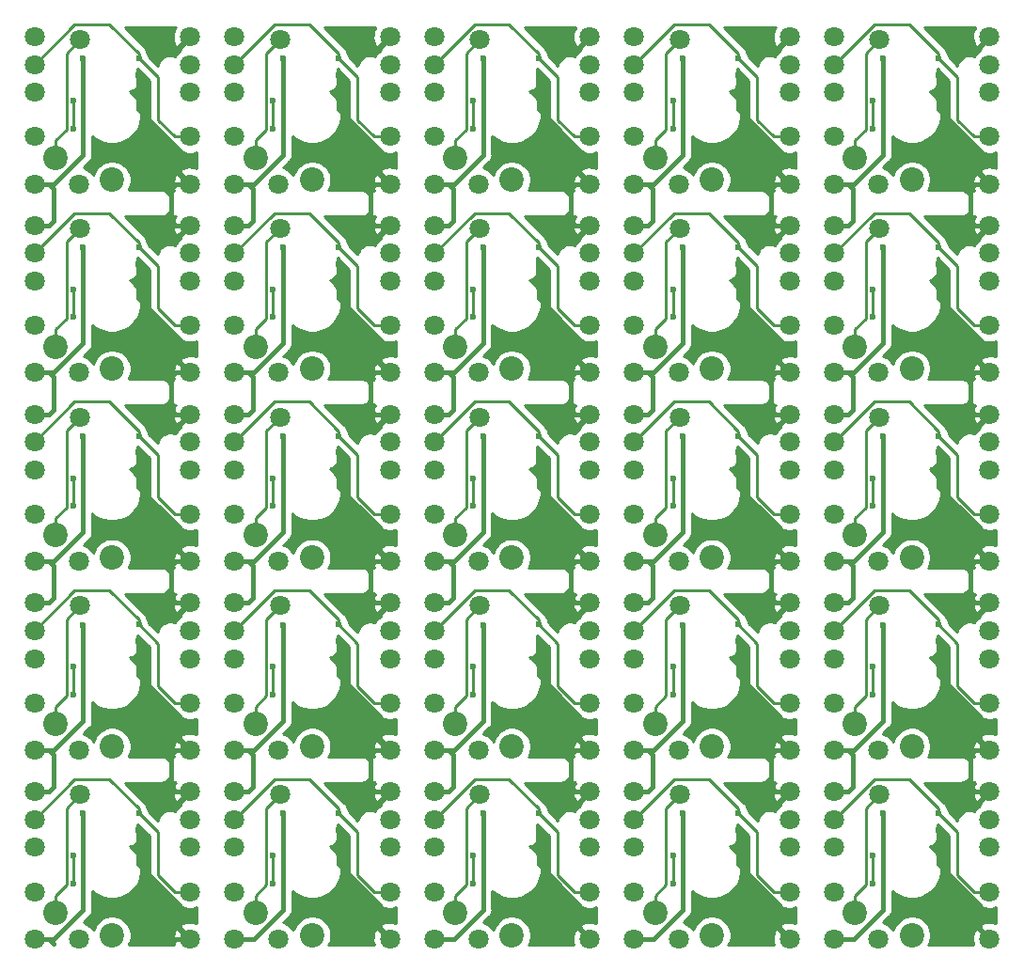
<source format=gtl>
G04 #@! TF.GenerationSoftware,KiCad,Pcbnew,5.1.5+dfsg1-2build2*
G04 #@! TF.CreationDate,2021-01-11T18:37:33+09:00*
G04 #@! TF.ProjectId,choc,63686f63-2e6b-4696-9361-645f70636258,rev?*
G04 #@! TF.SameCoordinates,Original*
G04 #@! TF.FileFunction,Copper,L1,Top*
G04 #@! TF.FilePolarity,Positive*
%FSLAX46Y46*%
G04 Gerber Fmt 4.6, Leading zero omitted, Abs format (unit mm)*
G04 Created by KiCad (PCBNEW 5.1.5+dfsg1-2build2) date 2021-01-11 18:37:33*
%MOMM*%
%LPD*%
G04 APERTURE LIST*
%ADD10C,2.200000*%
%ADD11C,1.800000*%
%ADD12C,0.600000*%
%ADD13C,0.250000*%
%ADD14C,0.400000*%
%ADD15C,0.254000*%
G04 APERTURE END LIST*
D10*
X123432000Y-107197000D03*
X128532000Y-109197000D03*
X105432000Y-107197000D03*
X110532000Y-109197000D03*
X87432000Y-107197000D03*
X92532000Y-109197000D03*
X69432000Y-107197000D03*
X74532000Y-109197000D03*
X74532000Y-41197000D03*
X69432000Y-39197000D03*
X141432000Y-90197000D03*
X146532000Y-92197000D03*
D11*
X143632000Y-96547000D03*
X125632000Y-96547000D03*
X107632000Y-96547000D03*
X89632000Y-96547000D03*
X71632000Y-96547000D03*
X143632000Y-79547000D03*
X125632000Y-79547000D03*
X107632000Y-79547000D03*
X89632000Y-79547000D03*
X71632000Y-79547000D03*
X143632000Y-62547000D03*
X125632000Y-62547000D03*
X107632000Y-62547000D03*
X89632000Y-62547000D03*
X71632000Y-62547000D03*
X143632000Y-45547000D03*
X125632000Y-45547000D03*
X107632000Y-45547000D03*
X89632000Y-45547000D03*
X71632000Y-45547000D03*
X143632000Y-28547000D03*
X125632000Y-28547000D03*
X107632000Y-28547000D03*
X89632000Y-28547000D03*
X139532000Y-101297000D03*
X121532000Y-101297000D03*
X103532000Y-101297000D03*
X85532000Y-101297000D03*
X67532000Y-101297000D03*
X139532000Y-84297000D03*
X121532000Y-84297000D03*
X103532000Y-84297000D03*
X85532000Y-84297000D03*
X67532000Y-84297000D03*
X139532000Y-67297000D03*
X121532000Y-67297000D03*
X103532000Y-67297000D03*
X85532000Y-67297000D03*
X67532000Y-67297000D03*
X139532000Y-50297000D03*
X121532000Y-50297000D03*
X103532000Y-50297000D03*
X85532000Y-50297000D03*
X67532000Y-50297000D03*
X139532000Y-33297000D03*
X121532000Y-33297000D03*
X103532000Y-33297000D03*
X85532000Y-33297000D03*
X153532000Y-109547000D03*
X135532000Y-109547000D03*
X117532000Y-109547000D03*
X99532000Y-109547000D03*
X81532000Y-109547000D03*
X153532000Y-92547000D03*
X135532000Y-92547000D03*
X117532000Y-92547000D03*
X99532000Y-92547000D03*
X81532000Y-92547000D03*
X153532000Y-75547000D03*
X135532000Y-75547000D03*
X117532000Y-75547000D03*
X99532000Y-75547000D03*
X81532000Y-75547000D03*
X153532000Y-58547000D03*
X135532000Y-58547000D03*
X117532000Y-58547000D03*
X99532000Y-58547000D03*
X81532000Y-58547000D03*
X153532000Y-41547000D03*
X135532000Y-41547000D03*
X117532000Y-41547000D03*
X99532000Y-41547000D03*
X153532000Y-96297000D03*
X135532000Y-96297000D03*
X117532000Y-96297000D03*
X99532000Y-96297000D03*
X81532000Y-96297000D03*
X153532000Y-79297000D03*
X135532000Y-79297000D03*
X117532000Y-79297000D03*
X99532000Y-79297000D03*
X81532000Y-79297000D03*
X153532000Y-62297000D03*
X135532000Y-62297000D03*
X117532000Y-62297000D03*
X99532000Y-62297000D03*
X81532000Y-62297000D03*
X153532000Y-45297000D03*
X135532000Y-45297000D03*
X117532000Y-45297000D03*
X99532000Y-45297000D03*
X81532000Y-45297000D03*
X153532000Y-28297000D03*
X135532000Y-28297000D03*
X117532000Y-28297000D03*
X99532000Y-28297000D03*
X153532000Y-101297000D03*
X135532000Y-101297000D03*
X117532000Y-101297000D03*
X99532000Y-101297000D03*
X81532000Y-101297000D03*
X153532000Y-84297000D03*
X135532000Y-84297000D03*
X117532000Y-84297000D03*
X99532000Y-84297000D03*
X81532000Y-84297000D03*
X153532000Y-67297000D03*
X135532000Y-67297000D03*
X117532000Y-67297000D03*
X99532000Y-67297000D03*
X81532000Y-67297000D03*
X153532000Y-50297000D03*
X135532000Y-50297000D03*
X117532000Y-50297000D03*
X99532000Y-50297000D03*
X81532000Y-50297000D03*
X153532000Y-33297000D03*
X135532000Y-33297000D03*
X117532000Y-33297000D03*
X99532000Y-33297000D03*
X153532000Y-98797000D03*
X135532000Y-98797000D03*
X117532000Y-98797000D03*
X99532000Y-98797000D03*
X81532000Y-98797000D03*
X153532000Y-81797000D03*
X135532000Y-81797000D03*
X117532000Y-81797000D03*
X99532000Y-81797000D03*
X81532000Y-81797000D03*
X153532000Y-64797000D03*
X135532000Y-64797000D03*
X117532000Y-64797000D03*
X99532000Y-64797000D03*
X81532000Y-64797000D03*
X153532000Y-47797000D03*
X135532000Y-47797000D03*
X117532000Y-47797000D03*
X99532000Y-47797000D03*
X81532000Y-47797000D03*
X153532000Y-30797000D03*
X135532000Y-30797000D03*
X117532000Y-30797000D03*
X99532000Y-30797000D03*
D10*
X141432000Y-107197000D03*
X146532000Y-109197000D03*
X123432000Y-90197000D03*
X128532000Y-92197000D03*
X105432000Y-90197000D03*
X110532000Y-92197000D03*
X87432000Y-90197000D03*
X92532000Y-92197000D03*
X69432000Y-90197000D03*
X74532000Y-92197000D03*
X141432000Y-73197000D03*
X146532000Y-75197000D03*
X123432000Y-73197000D03*
X128532000Y-75197000D03*
X105432000Y-73197000D03*
X110532000Y-75197000D03*
X87432000Y-73197000D03*
X92532000Y-75197000D03*
X69432000Y-73197000D03*
X74532000Y-75197000D03*
X141432000Y-56197000D03*
X146532000Y-58197000D03*
X123432000Y-56197000D03*
X128532000Y-58197000D03*
X105432000Y-56197000D03*
X110532000Y-58197000D03*
X87432000Y-56197000D03*
X92532000Y-58197000D03*
X69432000Y-56197000D03*
X74532000Y-58197000D03*
X141432000Y-39197000D03*
X146532000Y-41197000D03*
X123432000Y-39197000D03*
X128532000Y-41197000D03*
X105432000Y-39197000D03*
X110532000Y-41197000D03*
X87432000Y-39197000D03*
X92532000Y-41197000D03*
D11*
X139532000Y-96297000D03*
X121532000Y-96297000D03*
X103532000Y-96297000D03*
X85532000Y-96297000D03*
X67532000Y-96297000D03*
X139532000Y-79297000D03*
X121532000Y-79297000D03*
X103532000Y-79297000D03*
X85532000Y-79297000D03*
X67532000Y-79297000D03*
X139532000Y-62297000D03*
X121532000Y-62297000D03*
X103532000Y-62297000D03*
X85532000Y-62297000D03*
X67532000Y-62297000D03*
X139532000Y-45297000D03*
X121532000Y-45297000D03*
X103532000Y-45297000D03*
X85532000Y-45297000D03*
X67532000Y-45297000D03*
X139532000Y-28297000D03*
X121532000Y-28297000D03*
X103532000Y-28297000D03*
X85532000Y-28297000D03*
X139532000Y-109547000D03*
X121532000Y-109547000D03*
X103532000Y-109547000D03*
X85532000Y-109547000D03*
X67532000Y-109547000D03*
X139532000Y-92547000D03*
X121532000Y-92547000D03*
X103532000Y-92547000D03*
X85532000Y-92547000D03*
X67532000Y-92547000D03*
X139532000Y-75547000D03*
X121532000Y-75547000D03*
X103532000Y-75547000D03*
X85532000Y-75547000D03*
X67532000Y-75547000D03*
X139532000Y-58547000D03*
X121532000Y-58547000D03*
X103532000Y-58547000D03*
X85532000Y-58547000D03*
X67532000Y-58547000D03*
X139532000Y-41547000D03*
X121532000Y-41547000D03*
X103532000Y-41547000D03*
X85532000Y-41547000D03*
X139532000Y-98797000D03*
X121532000Y-98797000D03*
X103532000Y-98797000D03*
X85532000Y-98797000D03*
X67532000Y-98797000D03*
X139532000Y-81797000D03*
X121532000Y-81797000D03*
X103532000Y-81797000D03*
X85532000Y-81797000D03*
X67532000Y-81797000D03*
X139532000Y-64797000D03*
X121532000Y-64797000D03*
X103532000Y-64797000D03*
X85532000Y-64797000D03*
X67532000Y-64797000D03*
X139532000Y-47797000D03*
X121532000Y-47797000D03*
X103532000Y-47797000D03*
X85532000Y-47797000D03*
X67532000Y-47797000D03*
X139532000Y-30797000D03*
X121532000Y-30797000D03*
X103532000Y-30797000D03*
X85532000Y-30797000D03*
X143532000Y-109547000D03*
X125532000Y-109547000D03*
X107532000Y-109547000D03*
X89532000Y-109547000D03*
X71532000Y-109547000D03*
X143532000Y-92547000D03*
X125532000Y-92547000D03*
X107532000Y-92547000D03*
X89532000Y-92547000D03*
X71532000Y-92547000D03*
X143532000Y-75547000D03*
X125532000Y-75547000D03*
X107532000Y-75547000D03*
X89532000Y-75547000D03*
X71532000Y-75547000D03*
X143532000Y-58547000D03*
X125532000Y-58547000D03*
X107532000Y-58547000D03*
X89532000Y-58547000D03*
X71532000Y-58547000D03*
X143532000Y-41547000D03*
X125532000Y-41547000D03*
X107532000Y-41547000D03*
X89532000Y-41547000D03*
X139532000Y-105297000D03*
X121532000Y-105297000D03*
X103532000Y-105297000D03*
X85532000Y-105297000D03*
X67532000Y-105297000D03*
X139532000Y-88297000D03*
X121532000Y-88297000D03*
X103532000Y-88297000D03*
X85532000Y-88297000D03*
X67532000Y-88297000D03*
X139532000Y-71297000D03*
X121532000Y-71297000D03*
X103532000Y-71297000D03*
X85532000Y-71297000D03*
X67532000Y-71297000D03*
X139532000Y-54297000D03*
X121532000Y-54297000D03*
X103532000Y-54297000D03*
X85532000Y-54297000D03*
X67532000Y-54297000D03*
X139532000Y-37297000D03*
X121532000Y-37297000D03*
X103532000Y-37297000D03*
X85532000Y-37297000D03*
X153532000Y-105297000D03*
X135532000Y-105297000D03*
X117532000Y-105297000D03*
X99532000Y-105297000D03*
X81532000Y-105297000D03*
X153532000Y-88297000D03*
X135532000Y-88297000D03*
X117532000Y-88297000D03*
X99532000Y-88297000D03*
X81532000Y-88297000D03*
X153532000Y-71297000D03*
X135532000Y-71297000D03*
X117532000Y-71297000D03*
X99532000Y-71297000D03*
X81532000Y-71297000D03*
X153532000Y-54297000D03*
X135532000Y-54297000D03*
X117532000Y-54297000D03*
X99532000Y-54297000D03*
X81532000Y-54297000D03*
X153532000Y-37297000D03*
X135532000Y-37297000D03*
X117532000Y-37297000D03*
X99532000Y-37297000D03*
X71532000Y-41547000D03*
X67532000Y-37297000D03*
X67532000Y-30797000D03*
X81532000Y-37297000D03*
X81532000Y-30797000D03*
X81532000Y-33297000D03*
X67532000Y-33297000D03*
X71632000Y-28547000D03*
X81532000Y-28297000D03*
X81532000Y-41547000D03*
X67532000Y-41547000D03*
X67532000Y-28297000D03*
D12*
X71032000Y-36547000D03*
X71032000Y-34047000D03*
X89032000Y-36547000D03*
X107032000Y-36547000D03*
X125032000Y-36547000D03*
X143032000Y-36547000D03*
X71032000Y-53547000D03*
X89032000Y-53547000D03*
X107032000Y-53547000D03*
X125032000Y-53547000D03*
X143032000Y-53547000D03*
X71032000Y-70547000D03*
X89032000Y-70547000D03*
X107032000Y-70547000D03*
X125032000Y-70547000D03*
X143032000Y-70547000D03*
X71032000Y-87547000D03*
X89032000Y-87547000D03*
X107032000Y-87547000D03*
X125032000Y-87547000D03*
X143032000Y-87547000D03*
X71032000Y-104547000D03*
X89032000Y-104547000D03*
X107032000Y-104547000D03*
X125032000Y-104547000D03*
X143032000Y-104547000D03*
X89032000Y-34047000D03*
X107032000Y-34047000D03*
X125032000Y-34047000D03*
X143032000Y-34047000D03*
X71032000Y-51047000D03*
X89032000Y-51047000D03*
X107032000Y-51047000D03*
X125032000Y-51047000D03*
X143032000Y-51047000D03*
X71032000Y-68047000D03*
X89032000Y-68047000D03*
X107032000Y-68047000D03*
X125032000Y-68047000D03*
X143032000Y-68047000D03*
X71032000Y-85047000D03*
X89032000Y-85047000D03*
X107032000Y-85047000D03*
X125032000Y-85047000D03*
X143032000Y-85047000D03*
X71032000Y-102047000D03*
X89032000Y-102047000D03*
X107032000Y-102047000D03*
X125032000Y-102047000D03*
X143032000Y-102047000D03*
X76932000Y-30247000D03*
X94932000Y-30247000D03*
X112932000Y-30247000D03*
X130932000Y-30247000D03*
X148932000Y-30247000D03*
X76932000Y-47247000D03*
X94932000Y-47247000D03*
X112932000Y-47247000D03*
X130932000Y-47247000D03*
X148932000Y-47247000D03*
X76932000Y-64247000D03*
X94932000Y-64247000D03*
X112932000Y-64247000D03*
X130932000Y-64247000D03*
X148932000Y-64247000D03*
X76932000Y-81247000D03*
X94932000Y-81247000D03*
X112932000Y-81247000D03*
X130932000Y-81247000D03*
X148932000Y-81247000D03*
X76932000Y-98247000D03*
X94932000Y-98247000D03*
X112932000Y-98247000D03*
X130932000Y-98247000D03*
X148932000Y-98247000D03*
X76922000Y-31752000D03*
X94922000Y-31752000D03*
X112922000Y-31752000D03*
X130922000Y-31752000D03*
X148922000Y-31752000D03*
X76922000Y-48752000D03*
X94922000Y-48752000D03*
X112922000Y-48752000D03*
X130922000Y-48752000D03*
X148922000Y-48752000D03*
X76922000Y-65752000D03*
X94922000Y-65752000D03*
X112922000Y-65752000D03*
X130922000Y-65752000D03*
X148922000Y-65752000D03*
X76922000Y-82752000D03*
X94922000Y-82752000D03*
X112922000Y-82752000D03*
X130922000Y-82752000D03*
X148922000Y-82752000D03*
X76922000Y-99752000D03*
X94922000Y-99752000D03*
X112922000Y-99752000D03*
X130922000Y-99752000D03*
X148922000Y-99752000D03*
X77458000Y-33909000D03*
X72632000Y-39751000D03*
X95458000Y-33909000D03*
X113458000Y-33909000D03*
X131458000Y-33909000D03*
X149458000Y-33909000D03*
X77458000Y-50909000D03*
X95458000Y-50909000D03*
X113458000Y-50909000D03*
X131458000Y-50909000D03*
X149458000Y-50909000D03*
X77458000Y-67909000D03*
X95458000Y-67909000D03*
X113458000Y-67909000D03*
X131458000Y-67909000D03*
X149458000Y-67909000D03*
X77458000Y-84909000D03*
X95458000Y-84909000D03*
X113458000Y-84909000D03*
X131458000Y-84909000D03*
X149458000Y-84909000D03*
X77458000Y-101909000D03*
X95458000Y-101909000D03*
X113458000Y-101909000D03*
X131458000Y-101909000D03*
X149458000Y-101909000D03*
X90632000Y-39751000D03*
X108632000Y-39751000D03*
X126632000Y-39751000D03*
X144632000Y-39751000D03*
X72632000Y-56751000D03*
X90632000Y-56751000D03*
X108632000Y-56751000D03*
X126632000Y-56751000D03*
X144632000Y-56751000D03*
X72632000Y-73751000D03*
X90632000Y-73751000D03*
X108632000Y-73751000D03*
X126632000Y-73751000D03*
X144632000Y-73751000D03*
X72632000Y-90751000D03*
X90632000Y-90751000D03*
X108632000Y-90751000D03*
X126632000Y-90751000D03*
X144632000Y-90751000D03*
X72632000Y-107751000D03*
X90632000Y-107751000D03*
X108632000Y-107751000D03*
X126632000Y-107751000D03*
X144632000Y-107751000D03*
X71922000Y-30252000D03*
X89922000Y-30252000D03*
X107922000Y-30252000D03*
X125922000Y-30252000D03*
X143922000Y-30252000D03*
X71922000Y-47252000D03*
X89922000Y-47252000D03*
X107922000Y-47252000D03*
X125922000Y-47252000D03*
X143922000Y-47252000D03*
X71922000Y-64252000D03*
X89922000Y-64252000D03*
X107922000Y-64252000D03*
X125922000Y-64252000D03*
X143922000Y-64252000D03*
X71922000Y-81252000D03*
X89922000Y-81252000D03*
X107922000Y-81252000D03*
X125922000Y-81252000D03*
X143922000Y-81252000D03*
X71922000Y-98252000D03*
X89922000Y-98252000D03*
X107922000Y-98252000D03*
X125922000Y-98252000D03*
X143922000Y-98252000D03*
D13*
X71032000Y-36547000D02*
X71032000Y-34047000D01*
X89032000Y-36547000D02*
X89032000Y-34047000D01*
X107032000Y-36547000D02*
X107032000Y-34047000D01*
X125032000Y-36547000D02*
X125032000Y-34047000D01*
X143032000Y-36547000D02*
X143032000Y-34047000D01*
X71032000Y-53547000D02*
X71032000Y-51047000D01*
X89032000Y-53547000D02*
X89032000Y-51047000D01*
X107032000Y-53547000D02*
X107032000Y-51047000D01*
X125032000Y-53547000D02*
X125032000Y-51047000D01*
X143032000Y-53547000D02*
X143032000Y-51047000D01*
X71032000Y-70547000D02*
X71032000Y-68047000D01*
X89032000Y-70547000D02*
X89032000Y-68047000D01*
X107032000Y-70547000D02*
X107032000Y-68047000D01*
X125032000Y-70547000D02*
X125032000Y-68047000D01*
X143032000Y-70547000D02*
X143032000Y-68047000D01*
X71032000Y-87547000D02*
X71032000Y-85047000D01*
X89032000Y-87547000D02*
X89032000Y-85047000D01*
X107032000Y-87547000D02*
X107032000Y-85047000D01*
X125032000Y-87547000D02*
X125032000Y-85047000D01*
X143032000Y-87547000D02*
X143032000Y-85047000D01*
X71032000Y-104547000D02*
X71032000Y-102047000D01*
X89032000Y-104547000D02*
X89032000Y-102047000D01*
X107032000Y-104547000D02*
X107032000Y-102047000D01*
X125032000Y-104547000D02*
X125032000Y-102047000D01*
X143032000Y-104547000D02*
X143032000Y-102047000D01*
X71156990Y-27172010D02*
X67532000Y-30797000D01*
X74282000Y-27172010D02*
X71156990Y-27172010D01*
X76932000Y-30247000D02*
X76932000Y-29822010D01*
X76932000Y-29822010D02*
X74282000Y-27172010D01*
X80259208Y-37297000D02*
X81532000Y-37297000D01*
X78632000Y-35784002D02*
X80144998Y-37297000D01*
X80144998Y-37297000D02*
X80259208Y-37297000D01*
X78632000Y-31947000D02*
X78632000Y-35784002D01*
X76932000Y-30247000D02*
X78632000Y-31947000D01*
X98144998Y-37297000D02*
X98259208Y-37297000D01*
X116144998Y-37297000D02*
X116259208Y-37297000D01*
X134144998Y-37297000D02*
X134259208Y-37297000D01*
X152144998Y-37297000D02*
X152259208Y-37297000D01*
X80144998Y-54297000D02*
X80259208Y-54297000D01*
X98144998Y-54297000D02*
X98259208Y-54297000D01*
X116144998Y-54297000D02*
X116259208Y-54297000D01*
X134144998Y-54297000D02*
X134259208Y-54297000D01*
X152144998Y-54297000D02*
X152259208Y-54297000D01*
X80144998Y-71297000D02*
X80259208Y-71297000D01*
X98144998Y-71297000D02*
X98259208Y-71297000D01*
X116144998Y-71297000D02*
X116259208Y-71297000D01*
X134144998Y-71297000D02*
X134259208Y-71297000D01*
X152144998Y-71297000D02*
X152259208Y-71297000D01*
X80144998Y-88297000D02*
X80259208Y-88297000D01*
X98144998Y-88297000D02*
X98259208Y-88297000D01*
X116144998Y-88297000D02*
X116259208Y-88297000D01*
X134144998Y-88297000D02*
X134259208Y-88297000D01*
X152144998Y-88297000D02*
X152259208Y-88297000D01*
X80144998Y-105297000D02*
X80259208Y-105297000D01*
X98144998Y-105297000D02*
X98259208Y-105297000D01*
X116144998Y-105297000D02*
X116259208Y-105297000D01*
X134144998Y-105297000D02*
X134259208Y-105297000D01*
X152144998Y-105297000D02*
X152259208Y-105297000D01*
X98259208Y-37297000D02*
X99532000Y-37297000D01*
X116259208Y-37297000D02*
X117532000Y-37297000D01*
X134259208Y-37297000D02*
X135532000Y-37297000D01*
X152259208Y-37297000D02*
X153532000Y-37297000D01*
X80259208Y-54297000D02*
X81532000Y-54297000D01*
X98259208Y-54297000D02*
X99532000Y-54297000D01*
X116259208Y-54297000D02*
X117532000Y-54297000D01*
X134259208Y-54297000D02*
X135532000Y-54297000D01*
X152259208Y-54297000D02*
X153532000Y-54297000D01*
X80259208Y-71297000D02*
X81532000Y-71297000D01*
X98259208Y-71297000D02*
X99532000Y-71297000D01*
X116259208Y-71297000D02*
X117532000Y-71297000D01*
X134259208Y-71297000D02*
X135532000Y-71297000D01*
X152259208Y-71297000D02*
X153532000Y-71297000D01*
X80259208Y-88297000D02*
X81532000Y-88297000D01*
X98259208Y-88297000D02*
X99532000Y-88297000D01*
X116259208Y-88297000D02*
X117532000Y-88297000D01*
X134259208Y-88297000D02*
X135532000Y-88297000D01*
X152259208Y-88297000D02*
X153532000Y-88297000D01*
X80259208Y-105297000D02*
X81532000Y-105297000D01*
X98259208Y-105297000D02*
X99532000Y-105297000D01*
X116259208Y-105297000D02*
X117532000Y-105297000D01*
X134259208Y-105297000D02*
X135532000Y-105297000D01*
X152259208Y-105297000D02*
X153532000Y-105297000D01*
X94932000Y-29822010D02*
X92282000Y-27172010D01*
X112932000Y-29822010D02*
X110282000Y-27172010D01*
X130932000Y-29822010D02*
X128282000Y-27172010D01*
X148932000Y-29822010D02*
X146282000Y-27172010D01*
X76932000Y-46822010D02*
X74282000Y-44172010D01*
X94932000Y-46822010D02*
X92282000Y-44172010D01*
X112932000Y-46822010D02*
X110282000Y-44172010D01*
X130932000Y-46822010D02*
X128282000Y-44172010D01*
X148932000Y-46822010D02*
X146282000Y-44172010D01*
X76932000Y-63822010D02*
X74282000Y-61172010D01*
X94932000Y-63822010D02*
X92282000Y-61172010D01*
X112932000Y-63822010D02*
X110282000Y-61172010D01*
X130932000Y-63822010D02*
X128282000Y-61172010D01*
X148932000Y-63822010D02*
X146282000Y-61172010D01*
X76932000Y-80822010D02*
X74282000Y-78172010D01*
X94932000Y-80822010D02*
X92282000Y-78172010D01*
X112932000Y-80822010D02*
X110282000Y-78172010D01*
X130932000Y-80822010D02*
X128282000Y-78172010D01*
X148932000Y-80822010D02*
X146282000Y-78172010D01*
X76932000Y-97822010D02*
X74282000Y-95172010D01*
X94932000Y-97822010D02*
X92282000Y-95172010D01*
X112932000Y-97822010D02*
X110282000Y-95172010D01*
X130932000Y-97822010D02*
X128282000Y-95172010D01*
X148932000Y-97822010D02*
X146282000Y-95172010D01*
X94932000Y-30247000D02*
X96632000Y-31947000D01*
X112932000Y-30247000D02*
X114632000Y-31947000D01*
X130932000Y-30247000D02*
X132632000Y-31947000D01*
X148932000Y-30247000D02*
X150632000Y-31947000D01*
X76932000Y-47247000D02*
X78632000Y-48947000D01*
X94932000Y-47247000D02*
X96632000Y-48947000D01*
X112932000Y-47247000D02*
X114632000Y-48947000D01*
X130932000Y-47247000D02*
X132632000Y-48947000D01*
X148932000Y-47247000D02*
X150632000Y-48947000D01*
X76932000Y-64247000D02*
X78632000Y-65947000D01*
X94932000Y-64247000D02*
X96632000Y-65947000D01*
X112932000Y-64247000D02*
X114632000Y-65947000D01*
X130932000Y-64247000D02*
X132632000Y-65947000D01*
X148932000Y-64247000D02*
X150632000Y-65947000D01*
X76932000Y-81247000D02*
X78632000Y-82947000D01*
X94932000Y-81247000D02*
X96632000Y-82947000D01*
X112932000Y-81247000D02*
X114632000Y-82947000D01*
X130932000Y-81247000D02*
X132632000Y-82947000D01*
X148932000Y-81247000D02*
X150632000Y-82947000D01*
X76932000Y-98247000D02*
X78632000Y-99947000D01*
X94932000Y-98247000D02*
X96632000Y-99947000D01*
X112932000Y-98247000D02*
X114632000Y-99947000D01*
X130932000Y-98247000D02*
X132632000Y-99947000D01*
X148932000Y-98247000D02*
X150632000Y-99947000D01*
X96632000Y-35784002D02*
X98144998Y-37297000D01*
X114632000Y-35784002D02*
X116144998Y-37297000D01*
X132632000Y-35784002D02*
X134144998Y-37297000D01*
X150632000Y-35784002D02*
X152144998Y-37297000D01*
X78632000Y-52784002D02*
X80144998Y-54297000D01*
X96632000Y-52784002D02*
X98144998Y-54297000D01*
X114632000Y-52784002D02*
X116144998Y-54297000D01*
X132632000Y-52784002D02*
X134144998Y-54297000D01*
X150632000Y-52784002D02*
X152144998Y-54297000D01*
X78632000Y-69784002D02*
X80144998Y-71297000D01*
X96632000Y-69784002D02*
X98144998Y-71297000D01*
X114632000Y-69784002D02*
X116144998Y-71297000D01*
X132632000Y-69784002D02*
X134144998Y-71297000D01*
X150632000Y-69784002D02*
X152144998Y-71297000D01*
X78632000Y-86784002D02*
X80144998Y-88297000D01*
X96632000Y-86784002D02*
X98144998Y-88297000D01*
X114632000Y-86784002D02*
X116144998Y-88297000D01*
X132632000Y-86784002D02*
X134144998Y-88297000D01*
X150632000Y-86784002D02*
X152144998Y-88297000D01*
X78632000Y-103784002D02*
X80144998Y-105297000D01*
X96632000Y-103784002D02*
X98144998Y-105297000D01*
X114632000Y-103784002D02*
X116144998Y-105297000D01*
X132632000Y-103784002D02*
X134144998Y-105297000D01*
X150632000Y-103784002D02*
X152144998Y-105297000D01*
X94932000Y-30247000D02*
X94932000Y-29822010D01*
X112932000Y-30247000D02*
X112932000Y-29822010D01*
X130932000Y-30247000D02*
X130932000Y-29822010D01*
X148932000Y-30247000D02*
X148932000Y-29822010D01*
X76932000Y-47247000D02*
X76932000Y-46822010D01*
X94932000Y-47247000D02*
X94932000Y-46822010D01*
X112932000Y-47247000D02*
X112932000Y-46822010D01*
X130932000Y-47247000D02*
X130932000Y-46822010D01*
X148932000Y-47247000D02*
X148932000Y-46822010D01*
X76932000Y-64247000D02*
X76932000Y-63822010D01*
X94932000Y-64247000D02*
X94932000Y-63822010D01*
X112932000Y-64247000D02*
X112932000Y-63822010D01*
X130932000Y-64247000D02*
X130932000Y-63822010D01*
X148932000Y-64247000D02*
X148932000Y-63822010D01*
X76932000Y-81247000D02*
X76932000Y-80822010D01*
X94932000Y-81247000D02*
X94932000Y-80822010D01*
X112932000Y-81247000D02*
X112932000Y-80822010D01*
X130932000Y-81247000D02*
X130932000Y-80822010D01*
X148932000Y-81247000D02*
X148932000Y-80822010D01*
X76932000Y-98247000D02*
X76932000Y-97822010D01*
X94932000Y-98247000D02*
X94932000Y-97822010D01*
X112932000Y-98247000D02*
X112932000Y-97822010D01*
X130932000Y-98247000D02*
X130932000Y-97822010D01*
X148932000Y-98247000D02*
X148932000Y-97822010D01*
X89156990Y-27172010D02*
X85532000Y-30797000D01*
X107156990Y-27172010D02*
X103532000Y-30797000D01*
X125156990Y-27172010D02*
X121532000Y-30797000D01*
X143156990Y-27172010D02*
X139532000Y-30797000D01*
X71156990Y-44172010D02*
X67532000Y-47797000D01*
X89156990Y-44172010D02*
X85532000Y-47797000D01*
X107156990Y-44172010D02*
X103532000Y-47797000D01*
X125156990Y-44172010D02*
X121532000Y-47797000D01*
X143156990Y-44172010D02*
X139532000Y-47797000D01*
X71156990Y-61172010D02*
X67532000Y-64797000D01*
X89156990Y-61172010D02*
X85532000Y-64797000D01*
X107156990Y-61172010D02*
X103532000Y-64797000D01*
X125156990Y-61172010D02*
X121532000Y-64797000D01*
X143156990Y-61172010D02*
X139532000Y-64797000D01*
X71156990Y-78172010D02*
X67532000Y-81797000D01*
X89156990Y-78172010D02*
X85532000Y-81797000D01*
X107156990Y-78172010D02*
X103532000Y-81797000D01*
X125156990Y-78172010D02*
X121532000Y-81797000D01*
X143156990Y-78172010D02*
X139532000Y-81797000D01*
X71156990Y-95172010D02*
X67532000Y-98797000D01*
X89156990Y-95172010D02*
X85532000Y-98797000D01*
X107156990Y-95172010D02*
X103532000Y-98797000D01*
X125156990Y-95172010D02*
X121532000Y-98797000D01*
X143156990Y-95172010D02*
X139532000Y-98797000D01*
X96632000Y-31947000D02*
X96632000Y-35784002D01*
X114632000Y-31947000D02*
X114632000Y-35784002D01*
X132632000Y-31947000D02*
X132632000Y-35784002D01*
X150632000Y-31947000D02*
X150632000Y-35784002D01*
X78632000Y-48947000D02*
X78632000Y-52784002D01*
X96632000Y-48947000D02*
X96632000Y-52784002D01*
X114632000Y-48947000D02*
X114632000Y-52784002D01*
X132632000Y-48947000D02*
X132632000Y-52784002D01*
X150632000Y-48947000D02*
X150632000Y-52784002D01*
X78632000Y-65947000D02*
X78632000Y-69784002D01*
X96632000Y-65947000D02*
X96632000Y-69784002D01*
X114632000Y-65947000D02*
X114632000Y-69784002D01*
X132632000Y-65947000D02*
X132632000Y-69784002D01*
X150632000Y-65947000D02*
X150632000Y-69784002D01*
X78632000Y-82947000D02*
X78632000Y-86784002D01*
X96632000Y-82947000D02*
X96632000Y-86784002D01*
X114632000Y-82947000D02*
X114632000Y-86784002D01*
X132632000Y-82947000D02*
X132632000Y-86784002D01*
X150632000Y-82947000D02*
X150632000Y-86784002D01*
X78632000Y-99947000D02*
X78632000Y-103784002D01*
X96632000Y-99947000D02*
X96632000Y-103784002D01*
X114632000Y-99947000D02*
X114632000Y-103784002D01*
X132632000Y-99947000D02*
X132632000Y-103784002D01*
X150632000Y-99947000D02*
X150632000Y-103784002D01*
X92282000Y-27172010D02*
X89156990Y-27172010D01*
X110282000Y-27172010D02*
X107156990Y-27172010D01*
X128282000Y-27172010D02*
X125156990Y-27172010D01*
X146282000Y-27172010D02*
X143156990Y-27172010D01*
X74282000Y-44172010D02*
X71156990Y-44172010D01*
X92282000Y-44172010D02*
X89156990Y-44172010D01*
X110282000Y-44172010D02*
X107156990Y-44172010D01*
X128282000Y-44172010D02*
X125156990Y-44172010D01*
X146282000Y-44172010D02*
X143156990Y-44172010D01*
X74282000Y-61172010D02*
X71156990Y-61172010D01*
X92282000Y-61172010D02*
X89156990Y-61172010D01*
X110282000Y-61172010D02*
X107156990Y-61172010D01*
X128282000Y-61172010D02*
X125156990Y-61172010D01*
X146282000Y-61172010D02*
X143156990Y-61172010D01*
X74282000Y-78172010D02*
X71156990Y-78172010D01*
X92282000Y-78172010D02*
X89156990Y-78172010D01*
X110282000Y-78172010D02*
X107156990Y-78172010D01*
X128282000Y-78172010D02*
X125156990Y-78172010D01*
X146282000Y-78172010D02*
X143156990Y-78172010D01*
X74282000Y-95172010D02*
X71156990Y-95172010D01*
X92282000Y-95172010D02*
X89156990Y-95172010D01*
X110282000Y-95172010D02*
X107156990Y-95172010D01*
X128282000Y-95172010D02*
X125156990Y-95172010D01*
X146282000Y-95172010D02*
X143156990Y-95172010D01*
D14*
X76922000Y-34816478D02*
X76922000Y-32562000D01*
X80632001Y-38526479D02*
X76922000Y-34816478D01*
X80632001Y-40647001D02*
X80632001Y-38526479D01*
X76922000Y-32562000D02*
X76922000Y-31752000D01*
X81532000Y-41547000D02*
X80632001Y-40647001D01*
X98632001Y-40647001D02*
X98632001Y-38526479D01*
X116632001Y-40647001D02*
X116632001Y-38526479D01*
X134632001Y-40647001D02*
X134632001Y-38526479D01*
X152632001Y-40647001D02*
X152632001Y-38526479D01*
X80632001Y-57647001D02*
X80632001Y-55526479D01*
X98632001Y-57647001D02*
X98632001Y-55526479D01*
X116632001Y-57647001D02*
X116632001Y-55526479D01*
X134632001Y-57647001D02*
X134632001Y-55526479D01*
X152632001Y-57647001D02*
X152632001Y-55526479D01*
X80632001Y-74647001D02*
X80632001Y-72526479D01*
X98632001Y-74647001D02*
X98632001Y-72526479D01*
X116632001Y-74647001D02*
X116632001Y-72526479D01*
X134632001Y-74647001D02*
X134632001Y-72526479D01*
X152632001Y-74647001D02*
X152632001Y-72526479D01*
X80632001Y-91647001D02*
X80632001Y-89526479D01*
X98632001Y-91647001D02*
X98632001Y-89526479D01*
X116632001Y-91647001D02*
X116632001Y-89526479D01*
X134632001Y-91647001D02*
X134632001Y-89526479D01*
X152632001Y-91647001D02*
X152632001Y-89526479D01*
X80632001Y-108647001D02*
X80632001Y-106526479D01*
X98632001Y-108647001D02*
X98632001Y-106526479D01*
X116632001Y-108647001D02*
X116632001Y-106526479D01*
X134632001Y-108647001D02*
X134632001Y-106526479D01*
X152632001Y-108647001D02*
X152632001Y-106526479D01*
X99532000Y-41547000D02*
X98632001Y-40647001D01*
X117532000Y-41547000D02*
X116632001Y-40647001D01*
X135532000Y-41547000D02*
X134632001Y-40647001D01*
X153532000Y-41547000D02*
X152632001Y-40647001D01*
X81532000Y-58547000D02*
X80632001Y-57647001D01*
X99532000Y-58547000D02*
X98632001Y-57647001D01*
X117532000Y-58547000D02*
X116632001Y-57647001D01*
X135532000Y-58547000D02*
X134632001Y-57647001D01*
X153532000Y-58547000D02*
X152632001Y-57647001D01*
X81532000Y-75547000D02*
X80632001Y-74647001D01*
X99532000Y-75547000D02*
X98632001Y-74647001D01*
X117532000Y-75547000D02*
X116632001Y-74647001D01*
X135532000Y-75547000D02*
X134632001Y-74647001D01*
X153532000Y-75547000D02*
X152632001Y-74647001D01*
X81532000Y-92547000D02*
X80632001Y-91647001D01*
X99532000Y-92547000D02*
X98632001Y-91647001D01*
X117532000Y-92547000D02*
X116632001Y-91647001D01*
X135532000Y-92547000D02*
X134632001Y-91647001D01*
X153532000Y-92547000D02*
X152632001Y-91647001D01*
X81532000Y-109547000D02*
X80632001Y-108647001D01*
X99532000Y-109547000D02*
X98632001Y-108647001D01*
X117532000Y-109547000D02*
X116632001Y-108647001D01*
X135532000Y-109547000D02*
X134632001Y-108647001D01*
X153532000Y-109547000D02*
X152632001Y-108647001D01*
X94922000Y-32562000D02*
X94922000Y-31752000D01*
X112922000Y-32562000D02*
X112922000Y-31752000D01*
X130922000Y-32562000D02*
X130922000Y-31752000D01*
X148922000Y-32562000D02*
X148922000Y-31752000D01*
X76922000Y-49562000D02*
X76922000Y-48752000D01*
X94922000Y-49562000D02*
X94922000Y-48752000D01*
X112922000Y-49562000D02*
X112922000Y-48752000D01*
X130922000Y-49562000D02*
X130922000Y-48752000D01*
X148922000Y-49562000D02*
X148922000Y-48752000D01*
X76922000Y-66562000D02*
X76922000Y-65752000D01*
X94922000Y-66562000D02*
X94922000Y-65752000D01*
X112922000Y-66562000D02*
X112922000Y-65752000D01*
X130922000Y-66562000D02*
X130922000Y-65752000D01*
X148922000Y-66562000D02*
X148922000Y-65752000D01*
X76922000Y-83562000D02*
X76922000Y-82752000D01*
X94922000Y-83562000D02*
X94922000Y-82752000D01*
X112922000Y-83562000D02*
X112922000Y-82752000D01*
X130922000Y-83562000D02*
X130922000Y-82752000D01*
X148922000Y-83562000D02*
X148922000Y-82752000D01*
X76922000Y-100562000D02*
X76922000Y-99752000D01*
X94922000Y-100562000D02*
X94922000Y-99752000D01*
X112922000Y-100562000D02*
X112922000Y-99752000D01*
X130922000Y-100562000D02*
X130922000Y-99752000D01*
X148922000Y-100562000D02*
X148922000Y-99752000D01*
X98632001Y-38526479D02*
X94922000Y-34816478D01*
X116632001Y-38526479D02*
X112922000Y-34816478D01*
X134632001Y-38526479D02*
X130922000Y-34816478D01*
X152632001Y-38526479D02*
X148922000Y-34816478D01*
X80632001Y-55526479D02*
X76922000Y-51816478D01*
X98632001Y-55526479D02*
X94922000Y-51816478D01*
X116632001Y-55526479D02*
X112922000Y-51816478D01*
X134632001Y-55526479D02*
X130922000Y-51816478D01*
X152632001Y-55526479D02*
X148922000Y-51816478D01*
X80632001Y-72526479D02*
X76922000Y-68816478D01*
X98632001Y-72526479D02*
X94922000Y-68816478D01*
X116632001Y-72526479D02*
X112922000Y-68816478D01*
X134632001Y-72526479D02*
X130922000Y-68816478D01*
X152632001Y-72526479D02*
X148922000Y-68816478D01*
X80632001Y-89526479D02*
X76922000Y-85816478D01*
X98632001Y-89526479D02*
X94922000Y-85816478D01*
X116632001Y-89526479D02*
X112922000Y-85816478D01*
X134632001Y-89526479D02*
X130922000Y-85816478D01*
X152632001Y-89526479D02*
X148922000Y-85816478D01*
X80632001Y-106526479D02*
X76922000Y-102816478D01*
X98632001Y-106526479D02*
X94922000Y-102816478D01*
X116632001Y-106526479D02*
X112922000Y-102816478D01*
X134632001Y-106526479D02*
X130922000Y-102816478D01*
X152632001Y-106526479D02*
X148922000Y-102816478D01*
X94922000Y-34816478D02*
X94922000Y-32562000D01*
X112922000Y-34816478D02*
X112922000Y-32562000D01*
X130922000Y-34816478D02*
X130922000Y-32562000D01*
X148922000Y-34816478D02*
X148922000Y-32562000D01*
X76922000Y-51816478D02*
X76922000Y-49562000D01*
X94922000Y-51816478D02*
X94922000Y-49562000D01*
X112922000Y-51816478D02*
X112922000Y-49562000D01*
X130922000Y-51816478D02*
X130922000Y-49562000D01*
X148922000Y-51816478D02*
X148922000Y-49562000D01*
X76922000Y-68816478D02*
X76922000Y-66562000D01*
X94922000Y-68816478D02*
X94922000Y-66562000D01*
X112922000Y-68816478D02*
X112922000Y-66562000D01*
X130922000Y-68816478D02*
X130922000Y-66562000D01*
X148922000Y-68816478D02*
X148922000Y-66562000D01*
X76922000Y-85816478D02*
X76922000Y-83562000D01*
X94922000Y-85816478D02*
X94922000Y-83562000D01*
X112922000Y-85816478D02*
X112922000Y-83562000D01*
X130922000Y-85816478D02*
X130922000Y-83562000D01*
X148922000Y-85816478D02*
X148922000Y-83562000D01*
X76922000Y-102816478D02*
X76922000Y-100562000D01*
X94922000Y-102816478D02*
X94922000Y-100562000D01*
X112922000Y-102816478D02*
X112922000Y-100562000D01*
X130922000Y-102816478D02*
X130922000Y-100562000D01*
X148922000Y-102816478D02*
X148922000Y-100562000D01*
X79831990Y-44869782D02*
X80259208Y-45297000D01*
X79831990Y-41974218D02*
X79831990Y-44869782D01*
X80259208Y-45297000D02*
X81532000Y-45297000D01*
X80259208Y-41547000D02*
X79831990Y-41974218D01*
X81532000Y-41547000D02*
X80259208Y-41547000D01*
X99532000Y-41547000D02*
X98259208Y-41547000D01*
X117532000Y-41547000D02*
X116259208Y-41547000D01*
X135532000Y-41547000D02*
X134259208Y-41547000D01*
X153532000Y-41547000D02*
X152259208Y-41547000D01*
X81532000Y-58547000D02*
X80259208Y-58547000D01*
X99532000Y-58547000D02*
X98259208Y-58547000D01*
X117532000Y-58547000D02*
X116259208Y-58547000D01*
X135532000Y-58547000D02*
X134259208Y-58547000D01*
X153532000Y-58547000D02*
X152259208Y-58547000D01*
X81532000Y-75547000D02*
X80259208Y-75547000D01*
X99532000Y-75547000D02*
X98259208Y-75547000D01*
X117532000Y-75547000D02*
X116259208Y-75547000D01*
X135532000Y-75547000D02*
X134259208Y-75547000D01*
X153532000Y-75547000D02*
X152259208Y-75547000D01*
X81532000Y-92547000D02*
X80259208Y-92547000D01*
X99532000Y-92547000D02*
X98259208Y-92547000D01*
X117532000Y-92547000D02*
X116259208Y-92547000D01*
X135532000Y-92547000D02*
X134259208Y-92547000D01*
X153532000Y-92547000D02*
X152259208Y-92547000D01*
X81532000Y-109547000D02*
X80259208Y-109547000D01*
X98259208Y-41547000D02*
X97831990Y-41974218D01*
X116259208Y-41547000D02*
X115831990Y-41974218D01*
X134259208Y-41547000D02*
X133831990Y-41974218D01*
X152259208Y-41547000D02*
X151831990Y-41974218D01*
X80259208Y-58547000D02*
X79831990Y-58974218D01*
X98259208Y-58547000D02*
X97831990Y-58974218D01*
X116259208Y-58547000D02*
X115831990Y-58974218D01*
X134259208Y-58547000D02*
X133831990Y-58974218D01*
X152259208Y-58547000D02*
X151831990Y-58974218D01*
X80259208Y-75547000D02*
X79831990Y-75974218D01*
X98259208Y-75547000D02*
X97831990Y-75974218D01*
X116259208Y-75547000D02*
X115831990Y-75974218D01*
X134259208Y-75547000D02*
X133831990Y-75974218D01*
X152259208Y-75547000D02*
X151831990Y-75974218D01*
X80259208Y-92547000D02*
X79831990Y-92974218D01*
X98259208Y-92547000D02*
X97831990Y-92974218D01*
X116259208Y-92547000D02*
X115831990Y-92974218D01*
X134259208Y-92547000D02*
X133831990Y-92974218D01*
X152259208Y-92547000D02*
X151831990Y-92974218D01*
X80259208Y-109547000D02*
X79831990Y-109974218D01*
X98259208Y-45297000D02*
X99532000Y-45297000D01*
X116259208Y-45297000D02*
X117532000Y-45297000D01*
X134259208Y-45297000D02*
X135532000Y-45297000D01*
X152259208Y-45297000D02*
X153532000Y-45297000D01*
X80259208Y-62297000D02*
X81532000Y-62297000D01*
X98259208Y-62297000D02*
X99532000Y-62297000D01*
X116259208Y-62297000D02*
X117532000Y-62297000D01*
X134259208Y-62297000D02*
X135532000Y-62297000D01*
X152259208Y-62297000D02*
X153532000Y-62297000D01*
X80259208Y-79297000D02*
X81532000Y-79297000D01*
X98259208Y-79297000D02*
X99532000Y-79297000D01*
X116259208Y-79297000D02*
X117532000Y-79297000D01*
X134259208Y-79297000D02*
X135532000Y-79297000D01*
X152259208Y-79297000D02*
X153532000Y-79297000D01*
X80259208Y-96297000D02*
X81532000Y-96297000D01*
X98259208Y-96297000D02*
X99532000Y-96297000D01*
X116259208Y-96297000D02*
X117532000Y-96297000D01*
X134259208Y-96297000D02*
X135532000Y-96297000D01*
X152259208Y-96297000D02*
X153532000Y-96297000D01*
X97831990Y-41974218D02*
X97831990Y-44869782D01*
X115831990Y-41974218D02*
X115831990Y-44869782D01*
X133831990Y-41974218D02*
X133831990Y-44869782D01*
X151831990Y-41974218D02*
X151831990Y-44869782D01*
X79831990Y-58974218D02*
X79831990Y-61869782D01*
X97831990Y-58974218D02*
X97831990Y-61869782D01*
X115831990Y-58974218D02*
X115831990Y-61869782D01*
X133831990Y-58974218D02*
X133831990Y-61869782D01*
X151831990Y-58974218D02*
X151831990Y-61869782D01*
X79831990Y-75974218D02*
X79831990Y-78869782D01*
X97831990Y-75974218D02*
X97831990Y-78869782D01*
X115831990Y-75974218D02*
X115831990Y-78869782D01*
X133831990Y-75974218D02*
X133831990Y-78869782D01*
X151831990Y-75974218D02*
X151831990Y-78869782D01*
X79831990Y-92974218D02*
X79831990Y-95869782D01*
X97831990Y-92974218D02*
X97831990Y-95869782D01*
X115831990Y-92974218D02*
X115831990Y-95869782D01*
X133831990Y-92974218D02*
X133831990Y-95869782D01*
X151831990Y-92974218D02*
X151831990Y-95869782D01*
X97831990Y-44869782D02*
X98259208Y-45297000D01*
X115831990Y-44869782D02*
X116259208Y-45297000D01*
X133831990Y-44869782D02*
X134259208Y-45297000D01*
X151831990Y-44869782D02*
X152259208Y-45297000D01*
X79831990Y-61869782D02*
X80259208Y-62297000D01*
X97831990Y-61869782D02*
X98259208Y-62297000D01*
X115831990Y-61869782D02*
X116259208Y-62297000D01*
X133831990Y-61869782D02*
X134259208Y-62297000D01*
X151831990Y-61869782D02*
X152259208Y-62297000D01*
X79831990Y-78869782D02*
X80259208Y-79297000D01*
X97831990Y-78869782D02*
X98259208Y-79297000D01*
X115831990Y-78869782D02*
X116259208Y-79297000D01*
X133831990Y-78869782D02*
X134259208Y-79297000D01*
X151831990Y-78869782D02*
X152259208Y-79297000D01*
X79831990Y-95869782D02*
X80259208Y-96297000D01*
X97831990Y-95869782D02*
X98259208Y-96297000D01*
X115831990Y-95869782D02*
X116259208Y-96297000D01*
X133831990Y-95869782D02*
X134259208Y-96297000D01*
X151831990Y-95869782D02*
X152259208Y-96297000D01*
D13*
X69432000Y-39447000D02*
X69432000Y-39197000D01*
X69432000Y-37641366D02*
X69432000Y-39197000D01*
X70406999Y-36666367D02*
X69432000Y-37641366D01*
X70406999Y-29772001D02*
X70406999Y-36666367D01*
X71632000Y-28547000D02*
X70406999Y-29772001D01*
X87432000Y-37641366D02*
X87432000Y-39197000D01*
X105432000Y-37641366D02*
X105432000Y-39197000D01*
X123432000Y-37641366D02*
X123432000Y-39197000D01*
X141432000Y-37641366D02*
X141432000Y-39197000D01*
X69432000Y-54641366D02*
X69432000Y-56197000D01*
X87432000Y-54641366D02*
X87432000Y-56197000D01*
X105432000Y-54641366D02*
X105432000Y-56197000D01*
X123432000Y-54641366D02*
X123432000Y-56197000D01*
X141432000Y-54641366D02*
X141432000Y-56197000D01*
X69432000Y-71641366D02*
X69432000Y-73197000D01*
X87432000Y-71641366D02*
X87432000Y-73197000D01*
X105432000Y-71641366D02*
X105432000Y-73197000D01*
X123432000Y-71641366D02*
X123432000Y-73197000D01*
X141432000Y-71641366D02*
X141432000Y-73197000D01*
X69432000Y-88641366D02*
X69432000Y-90197000D01*
X87432000Y-88641366D02*
X87432000Y-90197000D01*
X105432000Y-88641366D02*
X105432000Y-90197000D01*
X123432000Y-88641366D02*
X123432000Y-90197000D01*
X141432000Y-88641366D02*
X141432000Y-90197000D01*
X69432000Y-105641366D02*
X69432000Y-107197000D01*
X87432000Y-105641366D02*
X87432000Y-107197000D01*
X105432000Y-105641366D02*
X105432000Y-107197000D01*
X123432000Y-105641366D02*
X123432000Y-107197000D01*
X141432000Y-105641366D02*
X141432000Y-107197000D01*
X89632000Y-28547000D02*
X88406999Y-29772001D01*
X107632000Y-28547000D02*
X106406999Y-29772001D01*
X125632000Y-28547000D02*
X124406999Y-29772001D01*
X143632000Y-28547000D02*
X142406999Y-29772001D01*
X71632000Y-45547000D02*
X70406999Y-46772001D01*
X89632000Y-45547000D02*
X88406999Y-46772001D01*
X107632000Y-45547000D02*
X106406999Y-46772001D01*
X125632000Y-45547000D02*
X124406999Y-46772001D01*
X143632000Y-45547000D02*
X142406999Y-46772001D01*
X71632000Y-62547000D02*
X70406999Y-63772001D01*
X89632000Y-62547000D02*
X88406999Y-63772001D01*
X107632000Y-62547000D02*
X106406999Y-63772001D01*
X125632000Y-62547000D02*
X124406999Y-63772001D01*
X143632000Y-62547000D02*
X142406999Y-63772001D01*
X71632000Y-79547000D02*
X70406999Y-80772001D01*
X89632000Y-79547000D02*
X88406999Y-80772001D01*
X107632000Y-79547000D02*
X106406999Y-80772001D01*
X125632000Y-79547000D02*
X124406999Y-80772001D01*
X143632000Y-79547000D02*
X142406999Y-80772001D01*
X71632000Y-96547000D02*
X70406999Y-97772001D01*
X89632000Y-96547000D02*
X88406999Y-97772001D01*
X107632000Y-96547000D02*
X106406999Y-97772001D01*
X125632000Y-96547000D02*
X124406999Y-97772001D01*
X143632000Y-96547000D02*
X142406999Y-97772001D01*
X88406999Y-29772001D02*
X88406999Y-36666367D01*
X106406999Y-29772001D02*
X106406999Y-36666367D01*
X124406999Y-29772001D02*
X124406999Y-36666367D01*
X142406999Y-29772001D02*
X142406999Y-36666367D01*
X70406999Y-46772001D02*
X70406999Y-53666367D01*
X88406999Y-46772001D02*
X88406999Y-53666367D01*
X106406999Y-46772001D02*
X106406999Y-53666367D01*
X124406999Y-46772001D02*
X124406999Y-53666367D01*
X142406999Y-46772001D02*
X142406999Y-53666367D01*
X70406999Y-63772001D02*
X70406999Y-70666367D01*
X88406999Y-63772001D02*
X88406999Y-70666367D01*
X106406999Y-63772001D02*
X106406999Y-70666367D01*
X124406999Y-63772001D02*
X124406999Y-70666367D01*
X142406999Y-63772001D02*
X142406999Y-70666367D01*
X70406999Y-80772001D02*
X70406999Y-87666367D01*
X88406999Y-80772001D02*
X88406999Y-87666367D01*
X106406999Y-80772001D02*
X106406999Y-87666367D01*
X124406999Y-80772001D02*
X124406999Y-87666367D01*
X142406999Y-80772001D02*
X142406999Y-87666367D01*
X70406999Y-97772001D02*
X70406999Y-104666367D01*
X88406999Y-97772001D02*
X88406999Y-104666367D01*
X106406999Y-97772001D02*
X106406999Y-104666367D01*
X124406999Y-97772001D02*
X124406999Y-104666367D01*
X142406999Y-97772001D02*
X142406999Y-104666367D01*
X88406999Y-36666367D02*
X87432000Y-37641366D01*
X106406999Y-36666367D02*
X105432000Y-37641366D01*
X124406999Y-36666367D02*
X123432000Y-37641366D01*
X142406999Y-36666367D02*
X141432000Y-37641366D01*
X70406999Y-53666367D02*
X69432000Y-54641366D01*
X88406999Y-53666367D02*
X87432000Y-54641366D01*
X106406999Y-53666367D02*
X105432000Y-54641366D01*
X124406999Y-53666367D02*
X123432000Y-54641366D01*
X142406999Y-53666367D02*
X141432000Y-54641366D01*
X70406999Y-70666367D02*
X69432000Y-71641366D01*
X88406999Y-70666367D02*
X87432000Y-71641366D01*
X106406999Y-70666367D02*
X105432000Y-71641366D01*
X124406999Y-70666367D02*
X123432000Y-71641366D01*
X142406999Y-70666367D02*
X141432000Y-71641366D01*
X70406999Y-87666367D02*
X69432000Y-88641366D01*
X88406999Y-87666367D02*
X87432000Y-88641366D01*
X106406999Y-87666367D02*
X105432000Y-88641366D01*
X124406999Y-87666367D02*
X123432000Y-88641366D01*
X142406999Y-87666367D02*
X141432000Y-88641366D01*
X70406999Y-104666367D02*
X69432000Y-105641366D01*
X88406999Y-104666367D02*
X87432000Y-105641366D01*
X106406999Y-104666367D02*
X105432000Y-105641366D01*
X124406999Y-104666367D02*
X123432000Y-105641366D01*
X142406999Y-104666367D02*
X141432000Y-105641366D01*
X87432000Y-39447000D02*
X87432000Y-39197000D01*
X105432000Y-39447000D02*
X105432000Y-39197000D01*
X123432000Y-39447000D02*
X123432000Y-39197000D01*
X141432000Y-39447000D02*
X141432000Y-39197000D01*
X69432000Y-56447000D02*
X69432000Y-56197000D01*
X87432000Y-56447000D02*
X87432000Y-56197000D01*
X105432000Y-56447000D02*
X105432000Y-56197000D01*
X123432000Y-56447000D02*
X123432000Y-56197000D01*
X141432000Y-56447000D02*
X141432000Y-56197000D01*
X69432000Y-73447000D02*
X69432000Y-73197000D01*
X87432000Y-73447000D02*
X87432000Y-73197000D01*
X105432000Y-73447000D02*
X105432000Y-73197000D01*
X123432000Y-73447000D02*
X123432000Y-73197000D01*
X141432000Y-73447000D02*
X141432000Y-73197000D01*
X69432000Y-90447000D02*
X69432000Y-90197000D01*
X87432000Y-90447000D02*
X87432000Y-90197000D01*
X105432000Y-90447000D02*
X105432000Y-90197000D01*
X123432000Y-90447000D02*
X123432000Y-90197000D01*
X141432000Y-90447000D02*
X141432000Y-90197000D01*
X69432000Y-107447000D02*
X69432000Y-107197000D01*
X87432000Y-107447000D02*
X87432000Y-107197000D01*
X105432000Y-107447000D02*
X105432000Y-107197000D01*
X123432000Y-107447000D02*
X123432000Y-107197000D01*
X141432000Y-107447000D02*
X141432000Y-107197000D01*
D14*
X71922000Y-38927002D02*
X71922000Y-31062000D01*
X71922000Y-31062000D02*
X71922000Y-30252000D01*
X69302002Y-41547000D02*
X71922000Y-38927002D01*
X67532000Y-41547000D02*
X69302002Y-41547000D01*
X89922000Y-31062000D02*
X89922000Y-30252000D01*
X107922000Y-31062000D02*
X107922000Y-30252000D01*
X125922000Y-31062000D02*
X125922000Y-30252000D01*
X143922000Y-31062000D02*
X143922000Y-30252000D01*
X71922000Y-48062000D02*
X71922000Y-47252000D01*
X89922000Y-48062000D02*
X89922000Y-47252000D01*
X107922000Y-48062000D02*
X107922000Y-47252000D01*
X125922000Y-48062000D02*
X125922000Y-47252000D01*
X143922000Y-48062000D02*
X143922000Y-47252000D01*
X71922000Y-65062000D02*
X71922000Y-64252000D01*
X89922000Y-65062000D02*
X89922000Y-64252000D01*
X107922000Y-65062000D02*
X107922000Y-64252000D01*
X125922000Y-65062000D02*
X125922000Y-64252000D01*
X143922000Y-65062000D02*
X143922000Y-64252000D01*
X71922000Y-82062000D02*
X71922000Y-81252000D01*
X89922000Y-82062000D02*
X89922000Y-81252000D01*
X107922000Y-82062000D02*
X107922000Y-81252000D01*
X125922000Y-82062000D02*
X125922000Y-81252000D01*
X143922000Y-82062000D02*
X143922000Y-81252000D01*
X71922000Y-99062000D02*
X71922000Y-98252000D01*
X89922000Y-99062000D02*
X89922000Y-98252000D01*
X107922000Y-99062000D02*
X107922000Y-98252000D01*
X125922000Y-99062000D02*
X125922000Y-98252000D01*
X143922000Y-99062000D02*
X143922000Y-98252000D01*
X85532000Y-41547000D02*
X87302002Y-41547000D01*
X103532000Y-41547000D02*
X105302002Y-41547000D01*
X121532000Y-41547000D02*
X123302002Y-41547000D01*
X139532000Y-41547000D02*
X141302002Y-41547000D01*
X67532000Y-58547000D02*
X69302002Y-58547000D01*
X85532000Y-58547000D02*
X87302002Y-58547000D01*
X103532000Y-58547000D02*
X105302002Y-58547000D01*
X121532000Y-58547000D02*
X123302002Y-58547000D01*
X139532000Y-58547000D02*
X141302002Y-58547000D01*
X67532000Y-75547000D02*
X69302002Y-75547000D01*
X85532000Y-75547000D02*
X87302002Y-75547000D01*
X103532000Y-75547000D02*
X105302002Y-75547000D01*
X121532000Y-75547000D02*
X123302002Y-75547000D01*
X139532000Y-75547000D02*
X141302002Y-75547000D01*
X67532000Y-92547000D02*
X69302002Y-92547000D01*
X85532000Y-92547000D02*
X87302002Y-92547000D01*
X103532000Y-92547000D02*
X105302002Y-92547000D01*
X121532000Y-92547000D02*
X123302002Y-92547000D01*
X139532000Y-92547000D02*
X141302002Y-92547000D01*
X67532000Y-109547000D02*
X69302002Y-109547000D01*
X85532000Y-109547000D02*
X87302002Y-109547000D01*
X103532000Y-109547000D02*
X105302002Y-109547000D01*
X121532000Y-109547000D02*
X123302002Y-109547000D01*
X139532000Y-109547000D02*
X141302002Y-109547000D01*
X89922000Y-38927002D02*
X89922000Y-31062000D01*
X107922000Y-38927002D02*
X107922000Y-31062000D01*
X125922000Y-38927002D02*
X125922000Y-31062000D01*
X143922000Y-38927002D02*
X143922000Y-31062000D01*
X71922000Y-55927002D02*
X71922000Y-48062000D01*
X89922000Y-55927002D02*
X89922000Y-48062000D01*
X107922000Y-55927002D02*
X107922000Y-48062000D01*
X125922000Y-55927002D02*
X125922000Y-48062000D01*
X143922000Y-55927002D02*
X143922000Y-48062000D01*
X71922000Y-72927002D02*
X71922000Y-65062000D01*
X89922000Y-72927002D02*
X89922000Y-65062000D01*
X107922000Y-72927002D02*
X107922000Y-65062000D01*
X125922000Y-72927002D02*
X125922000Y-65062000D01*
X143922000Y-72927002D02*
X143922000Y-65062000D01*
X71922000Y-89927002D02*
X71922000Y-82062000D01*
X89922000Y-89927002D02*
X89922000Y-82062000D01*
X107922000Y-89927002D02*
X107922000Y-82062000D01*
X125922000Y-89927002D02*
X125922000Y-82062000D01*
X143922000Y-89927002D02*
X143922000Y-82062000D01*
X71922000Y-106927002D02*
X71922000Y-99062000D01*
X89922000Y-106927002D02*
X89922000Y-99062000D01*
X107922000Y-106927002D02*
X107922000Y-99062000D01*
X125922000Y-106927002D02*
X125922000Y-99062000D01*
X143922000Y-106927002D02*
X143922000Y-99062000D01*
X87302002Y-41547000D02*
X89922000Y-38927002D01*
X105302002Y-41547000D02*
X107922000Y-38927002D01*
X123302002Y-41547000D02*
X125922000Y-38927002D01*
X141302002Y-41547000D02*
X143922000Y-38927002D01*
X69302002Y-58547000D02*
X71922000Y-55927002D01*
X87302002Y-58547000D02*
X89922000Y-55927002D01*
X105302002Y-58547000D02*
X107922000Y-55927002D01*
X123302002Y-58547000D02*
X125922000Y-55927002D01*
X141302002Y-58547000D02*
X143922000Y-55927002D01*
X69302002Y-75547000D02*
X71922000Y-72927002D01*
X87302002Y-75547000D02*
X89922000Y-72927002D01*
X105302002Y-75547000D02*
X107922000Y-72927002D01*
X123302002Y-75547000D02*
X125922000Y-72927002D01*
X141302002Y-75547000D02*
X143922000Y-72927002D01*
X69302002Y-92547000D02*
X71922000Y-89927002D01*
X87302002Y-92547000D02*
X89922000Y-89927002D01*
X105302002Y-92547000D02*
X107922000Y-89927002D01*
X123302002Y-92547000D02*
X125922000Y-89927002D01*
X141302002Y-92547000D02*
X143922000Y-89927002D01*
X69302002Y-109547000D02*
X71922000Y-106927002D01*
X87302002Y-109547000D02*
X89922000Y-106927002D01*
X105302002Y-109547000D02*
X107922000Y-106927002D01*
X123302002Y-109547000D02*
X125922000Y-106927002D01*
X141302002Y-109547000D02*
X143922000Y-106927002D01*
X68804792Y-45297000D02*
X67532000Y-45297000D01*
X69232010Y-44869782D02*
X68804792Y-45297000D01*
X69232010Y-41974218D02*
X69232010Y-44869782D01*
X68804792Y-41547000D02*
X69232010Y-41974218D01*
X67532000Y-41547000D02*
X68804792Y-41547000D01*
X86804792Y-45297000D02*
X85532000Y-45297000D01*
X104804792Y-45297000D02*
X103532000Y-45297000D01*
X122804792Y-45297000D02*
X121532000Y-45297000D01*
X140804792Y-45297000D02*
X139532000Y-45297000D01*
X68804792Y-62297000D02*
X67532000Y-62297000D01*
X86804792Y-62297000D02*
X85532000Y-62297000D01*
X104804792Y-62297000D02*
X103532000Y-62297000D01*
X122804792Y-62297000D02*
X121532000Y-62297000D01*
X140804792Y-62297000D02*
X139532000Y-62297000D01*
X68804792Y-79297000D02*
X67532000Y-79297000D01*
X86804792Y-79297000D02*
X85532000Y-79297000D01*
X104804792Y-79297000D02*
X103532000Y-79297000D01*
X122804792Y-79297000D02*
X121532000Y-79297000D01*
X140804792Y-79297000D02*
X139532000Y-79297000D01*
X68804792Y-96297000D02*
X67532000Y-96297000D01*
X86804792Y-96297000D02*
X85532000Y-96297000D01*
X104804792Y-96297000D02*
X103532000Y-96297000D01*
X122804792Y-96297000D02*
X121532000Y-96297000D01*
X140804792Y-96297000D02*
X139532000Y-96297000D01*
X87232010Y-41974218D02*
X87232010Y-44869782D01*
X105232010Y-41974218D02*
X105232010Y-44869782D01*
X123232010Y-41974218D02*
X123232010Y-44869782D01*
X141232010Y-41974218D02*
X141232010Y-44869782D01*
X69232010Y-58974218D02*
X69232010Y-61869782D01*
X87232010Y-58974218D02*
X87232010Y-61869782D01*
X105232010Y-58974218D02*
X105232010Y-61869782D01*
X123232010Y-58974218D02*
X123232010Y-61869782D01*
X141232010Y-58974218D02*
X141232010Y-61869782D01*
X69232010Y-75974218D02*
X69232010Y-78869782D01*
X87232010Y-75974218D02*
X87232010Y-78869782D01*
X105232010Y-75974218D02*
X105232010Y-78869782D01*
X123232010Y-75974218D02*
X123232010Y-78869782D01*
X141232010Y-75974218D02*
X141232010Y-78869782D01*
X69232010Y-92974218D02*
X69232010Y-95869782D01*
X87232010Y-92974218D02*
X87232010Y-95869782D01*
X105232010Y-92974218D02*
X105232010Y-95869782D01*
X123232010Y-92974218D02*
X123232010Y-95869782D01*
X141232010Y-92974218D02*
X141232010Y-95869782D01*
X86804792Y-41547000D02*
X87232010Y-41974218D01*
X104804792Y-41547000D02*
X105232010Y-41974218D01*
X122804792Y-41547000D02*
X123232010Y-41974218D01*
X140804792Y-41547000D02*
X141232010Y-41974218D01*
X68804792Y-58547000D02*
X69232010Y-58974218D01*
X86804792Y-58547000D02*
X87232010Y-58974218D01*
X104804792Y-58547000D02*
X105232010Y-58974218D01*
X122804792Y-58547000D02*
X123232010Y-58974218D01*
X140804792Y-58547000D02*
X141232010Y-58974218D01*
X68804792Y-75547000D02*
X69232010Y-75974218D01*
X86804792Y-75547000D02*
X87232010Y-75974218D01*
X104804792Y-75547000D02*
X105232010Y-75974218D01*
X122804792Y-75547000D02*
X123232010Y-75974218D01*
X140804792Y-75547000D02*
X141232010Y-75974218D01*
X68804792Y-92547000D02*
X69232010Y-92974218D01*
X86804792Y-92547000D02*
X87232010Y-92974218D01*
X104804792Y-92547000D02*
X105232010Y-92974218D01*
X122804792Y-92547000D02*
X123232010Y-92974218D01*
X140804792Y-92547000D02*
X141232010Y-92974218D01*
X68804792Y-109547000D02*
X69232010Y-109974218D01*
X85532000Y-41547000D02*
X86804792Y-41547000D01*
X103532000Y-41547000D02*
X104804792Y-41547000D01*
X121532000Y-41547000D02*
X122804792Y-41547000D01*
X139532000Y-41547000D02*
X140804792Y-41547000D01*
X67532000Y-58547000D02*
X68804792Y-58547000D01*
X85532000Y-58547000D02*
X86804792Y-58547000D01*
X103532000Y-58547000D02*
X104804792Y-58547000D01*
X121532000Y-58547000D02*
X122804792Y-58547000D01*
X139532000Y-58547000D02*
X140804792Y-58547000D01*
X67532000Y-75547000D02*
X68804792Y-75547000D01*
X85532000Y-75547000D02*
X86804792Y-75547000D01*
X103532000Y-75547000D02*
X104804792Y-75547000D01*
X121532000Y-75547000D02*
X122804792Y-75547000D01*
X139532000Y-75547000D02*
X140804792Y-75547000D01*
X67532000Y-92547000D02*
X68804792Y-92547000D01*
X85532000Y-92547000D02*
X86804792Y-92547000D01*
X103532000Y-92547000D02*
X104804792Y-92547000D01*
X121532000Y-92547000D02*
X122804792Y-92547000D01*
X139532000Y-92547000D02*
X140804792Y-92547000D01*
X67532000Y-109547000D02*
X68804792Y-109547000D01*
X87232010Y-44869782D02*
X86804792Y-45297000D01*
X105232010Y-44869782D02*
X104804792Y-45297000D01*
X123232010Y-44869782D02*
X122804792Y-45297000D01*
X141232010Y-44869782D02*
X140804792Y-45297000D01*
X69232010Y-61869782D02*
X68804792Y-62297000D01*
X87232010Y-61869782D02*
X86804792Y-62297000D01*
X105232010Y-61869782D02*
X104804792Y-62297000D01*
X123232010Y-61869782D02*
X122804792Y-62297000D01*
X141232010Y-61869782D02*
X140804792Y-62297000D01*
X69232010Y-78869782D02*
X68804792Y-79297000D01*
X87232010Y-78869782D02*
X86804792Y-79297000D01*
X105232010Y-78869782D02*
X104804792Y-79297000D01*
X123232010Y-78869782D02*
X122804792Y-79297000D01*
X141232010Y-78869782D02*
X140804792Y-79297000D01*
X69232010Y-95869782D02*
X68804792Y-96297000D01*
X87232010Y-95869782D02*
X86804792Y-96297000D01*
X105232010Y-95869782D02*
X104804792Y-96297000D01*
X123232010Y-95869782D02*
X122804792Y-96297000D01*
X141232010Y-95869782D02*
X140804792Y-96297000D01*
D15*
G36*
X113872000Y-100261802D02*
G01*
X113872001Y-103746670D01*
X113868324Y-103784002D01*
X113872001Y-103821335D01*
X113882998Y-103932988D01*
X113888453Y-103950972D01*
X113926454Y-104076248D01*
X113997026Y-104208278D01*
X114051186Y-104274271D01*
X114092000Y-104324003D01*
X114120998Y-104347801D01*
X115581199Y-105808003D01*
X115604997Y-105837001D01*
X115720722Y-105931974D01*
X115852751Y-106002546D01*
X115996012Y-106046003D01*
X116107665Y-106057000D01*
X116107674Y-106057000D01*
X116144997Y-106060676D01*
X116182320Y-106057000D01*
X116193687Y-106057000D01*
X116339688Y-106275505D01*
X116553495Y-106489312D01*
X116804905Y-106657299D01*
X117084257Y-106773011D01*
X117380816Y-106832000D01*
X117683184Y-106832000D01*
X117979743Y-106773011D01*
X118097000Y-106724441D01*
X118097001Y-108115503D01*
X118060225Y-108097842D01*
X117767358Y-108022635D01*
X117465447Y-108006009D01*
X117166093Y-108048603D01*
X116880801Y-108148778D01*
X116731208Y-108228739D01*
X116647525Y-108482920D01*
X117532000Y-109367395D01*
X117546143Y-109353253D01*
X117725748Y-109532858D01*
X117711605Y-109547000D01*
X117725748Y-109561143D01*
X117546143Y-109740748D01*
X117532000Y-109726605D01*
X117517858Y-109740748D01*
X117338253Y-109561143D01*
X117352395Y-109547000D01*
X116467920Y-108662525D01*
X116213739Y-108746208D01*
X116082842Y-109018775D01*
X116007635Y-109311642D01*
X115991009Y-109613553D01*
X116033603Y-109912907D01*
X116103511Y-110112000D01*
X112007284Y-110112000D01*
X112069537Y-110018831D01*
X112200325Y-109703081D01*
X112267000Y-109367883D01*
X112267000Y-109026117D01*
X112200325Y-108690919D01*
X112069537Y-108375169D01*
X111879663Y-108091002D01*
X111637998Y-107849337D01*
X111353831Y-107659463D01*
X111038081Y-107528675D01*
X110702883Y-107462000D01*
X110361117Y-107462000D01*
X110025919Y-107528675D01*
X109710169Y-107659463D01*
X109426002Y-107849337D01*
X109184337Y-108091002D01*
X108994463Y-108375169D01*
X108863675Y-108690919D01*
X108850470Y-108757304D01*
X108724312Y-108568495D01*
X108510505Y-108354688D01*
X108259095Y-108186701D01*
X107979743Y-108070989D01*
X107962343Y-108067528D01*
X108483433Y-107546438D01*
X108515291Y-107520293D01*
X108544804Y-107484332D01*
X108619636Y-107393148D01*
X108697172Y-107248089D01*
X108744918Y-107090690D01*
X108761040Y-106927002D01*
X108757000Y-106885984D01*
X108757000Y-105248453D01*
X108852285Y-105343738D01*
X109283859Y-105632107D01*
X109763399Y-105830739D01*
X110272475Y-105932000D01*
X110791525Y-105932000D01*
X111300601Y-105830739D01*
X111780141Y-105632107D01*
X112211715Y-105343738D01*
X112578738Y-104976715D01*
X112867107Y-104545141D01*
X113065739Y-104065601D01*
X113167000Y-103556525D01*
X113167000Y-103037475D01*
X113065739Y-102528399D01*
X112867107Y-102048859D01*
X112578738Y-101617285D01*
X112211715Y-101250262D01*
X112135103Y-101199071D01*
X112258244Y-101186943D01*
X112389252Y-101147202D01*
X112509989Y-101082667D01*
X112615817Y-100995817D01*
X112702667Y-100889989D01*
X112767202Y-100769252D01*
X112806943Y-100638244D01*
X112817000Y-100536135D01*
X112817000Y-100536134D01*
X112820362Y-100502000D01*
X112817000Y-100467865D01*
X112817000Y-99206801D01*
X113872000Y-100261802D01*
G37*
X113872000Y-100261802D02*
X113872001Y-103746670D01*
X113868324Y-103784002D01*
X113872001Y-103821335D01*
X113882998Y-103932988D01*
X113888453Y-103950972D01*
X113926454Y-104076248D01*
X113997026Y-104208278D01*
X114051186Y-104274271D01*
X114092000Y-104324003D01*
X114120998Y-104347801D01*
X115581199Y-105808003D01*
X115604997Y-105837001D01*
X115720722Y-105931974D01*
X115852751Y-106002546D01*
X115996012Y-106046003D01*
X116107665Y-106057000D01*
X116107674Y-106057000D01*
X116144997Y-106060676D01*
X116182320Y-106057000D01*
X116193687Y-106057000D01*
X116339688Y-106275505D01*
X116553495Y-106489312D01*
X116804905Y-106657299D01*
X117084257Y-106773011D01*
X117380816Y-106832000D01*
X117683184Y-106832000D01*
X117979743Y-106773011D01*
X118097000Y-106724441D01*
X118097001Y-108115503D01*
X118060225Y-108097842D01*
X117767358Y-108022635D01*
X117465447Y-108006009D01*
X117166093Y-108048603D01*
X116880801Y-108148778D01*
X116731208Y-108228739D01*
X116647525Y-108482920D01*
X117532000Y-109367395D01*
X117546143Y-109353253D01*
X117725748Y-109532858D01*
X117711605Y-109547000D01*
X117725748Y-109561143D01*
X117546143Y-109740748D01*
X117532000Y-109726605D01*
X117517858Y-109740748D01*
X117338253Y-109561143D01*
X117352395Y-109547000D01*
X116467920Y-108662525D01*
X116213739Y-108746208D01*
X116082842Y-109018775D01*
X116007635Y-109311642D01*
X115991009Y-109613553D01*
X116033603Y-109912907D01*
X116103511Y-110112000D01*
X112007284Y-110112000D01*
X112069537Y-110018831D01*
X112200325Y-109703081D01*
X112267000Y-109367883D01*
X112267000Y-109026117D01*
X112200325Y-108690919D01*
X112069537Y-108375169D01*
X111879663Y-108091002D01*
X111637998Y-107849337D01*
X111353831Y-107659463D01*
X111038081Y-107528675D01*
X110702883Y-107462000D01*
X110361117Y-107462000D01*
X110025919Y-107528675D01*
X109710169Y-107659463D01*
X109426002Y-107849337D01*
X109184337Y-108091002D01*
X108994463Y-108375169D01*
X108863675Y-108690919D01*
X108850470Y-108757304D01*
X108724312Y-108568495D01*
X108510505Y-108354688D01*
X108259095Y-108186701D01*
X107979743Y-108070989D01*
X107962343Y-108067528D01*
X108483433Y-107546438D01*
X108515291Y-107520293D01*
X108544804Y-107484332D01*
X108619636Y-107393148D01*
X108697172Y-107248089D01*
X108744918Y-107090690D01*
X108761040Y-106927002D01*
X108757000Y-106885984D01*
X108757000Y-105248453D01*
X108852285Y-105343738D01*
X109283859Y-105632107D01*
X109763399Y-105830739D01*
X110272475Y-105932000D01*
X110791525Y-105932000D01*
X111300601Y-105830739D01*
X111780141Y-105632107D01*
X112211715Y-105343738D01*
X112578738Y-104976715D01*
X112867107Y-104545141D01*
X113065739Y-104065601D01*
X113167000Y-103556525D01*
X113167000Y-103037475D01*
X113065739Y-102528399D01*
X112867107Y-102048859D01*
X112578738Y-101617285D01*
X112211715Y-101250262D01*
X112135103Y-101199071D01*
X112258244Y-101186943D01*
X112389252Y-101147202D01*
X112509989Y-101082667D01*
X112615817Y-100995817D01*
X112702667Y-100889989D01*
X112767202Y-100769252D01*
X112806943Y-100638244D01*
X112817000Y-100536135D01*
X112817000Y-100536134D01*
X112820362Y-100502000D01*
X112817000Y-100467865D01*
X112817000Y-99206801D01*
X113872000Y-100261802D01*
G36*
X131872000Y-100261802D02*
G01*
X131872001Y-103746670D01*
X131868324Y-103784002D01*
X131872001Y-103821335D01*
X131882998Y-103932988D01*
X131888453Y-103950972D01*
X131926454Y-104076248D01*
X131997026Y-104208278D01*
X132051186Y-104274271D01*
X132092000Y-104324003D01*
X132120998Y-104347801D01*
X133581199Y-105808003D01*
X133604997Y-105837001D01*
X133720722Y-105931974D01*
X133852751Y-106002546D01*
X133996012Y-106046003D01*
X134107665Y-106057000D01*
X134107674Y-106057000D01*
X134144997Y-106060676D01*
X134182320Y-106057000D01*
X134193687Y-106057000D01*
X134339688Y-106275505D01*
X134553495Y-106489312D01*
X134804905Y-106657299D01*
X135084257Y-106773011D01*
X135380816Y-106832000D01*
X135683184Y-106832000D01*
X135979743Y-106773011D01*
X136097000Y-106724441D01*
X136097001Y-108115503D01*
X136060225Y-108097842D01*
X135767358Y-108022635D01*
X135465447Y-108006009D01*
X135166093Y-108048603D01*
X134880801Y-108148778D01*
X134731208Y-108228739D01*
X134647525Y-108482920D01*
X135532000Y-109367395D01*
X135546143Y-109353253D01*
X135725748Y-109532858D01*
X135711605Y-109547000D01*
X135725748Y-109561143D01*
X135546143Y-109740748D01*
X135532000Y-109726605D01*
X135517858Y-109740748D01*
X135338253Y-109561143D01*
X135352395Y-109547000D01*
X134467920Y-108662525D01*
X134213739Y-108746208D01*
X134082842Y-109018775D01*
X134007635Y-109311642D01*
X133991009Y-109613553D01*
X134033603Y-109912907D01*
X134103511Y-110112000D01*
X130007284Y-110112000D01*
X130069537Y-110018831D01*
X130200325Y-109703081D01*
X130267000Y-109367883D01*
X130267000Y-109026117D01*
X130200325Y-108690919D01*
X130069537Y-108375169D01*
X129879663Y-108091002D01*
X129637998Y-107849337D01*
X129353831Y-107659463D01*
X129038081Y-107528675D01*
X128702883Y-107462000D01*
X128361117Y-107462000D01*
X128025919Y-107528675D01*
X127710169Y-107659463D01*
X127426002Y-107849337D01*
X127184337Y-108091002D01*
X126994463Y-108375169D01*
X126863675Y-108690919D01*
X126850470Y-108757304D01*
X126724312Y-108568495D01*
X126510505Y-108354688D01*
X126259095Y-108186701D01*
X125979743Y-108070989D01*
X125962343Y-108067528D01*
X126483433Y-107546438D01*
X126515291Y-107520293D01*
X126544804Y-107484332D01*
X126619636Y-107393148D01*
X126697172Y-107248089D01*
X126744918Y-107090690D01*
X126761040Y-106927002D01*
X126757000Y-106885984D01*
X126757000Y-105248453D01*
X126852285Y-105343738D01*
X127283859Y-105632107D01*
X127763399Y-105830739D01*
X128272475Y-105932000D01*
X128791525Y-105932000D01*
X129300601Y-105830739D01*
X129780141Y-105632107D01*
X130211715Y-105343738D01*
X130578738Y-104976715D01*
X130867107Y-104545141D01*
X131065739Y-104065601D01*
X131167000Y-103556525D01*
X131167000Y-103037475D01*
X131065739Y-102528399D01*
X130867107Y-102048859D01*
X130578738Y-101617285D01*
X130211715Y-101250262D01*
X130135103Y-101199071D01*
X130258244Y-101186943D01*
X130389252Y-101147202D01*
X130509989Y-101082667D01*
X130615817Y-100995817D01*
X130702667Y-100889989D01*
X130767202Y-100769252D01*
X130806943Y-100638244D01*
X130817000Y-100536135D01*
X130817000Y-100536134D01*
X130820362Y-100502000D01*
X130817000Y-100467865D01*
X130817000Y-99206801D01*
X131872000Y-100261802D01*
G37*
X131872000Y-100261802D02*
X131872001Y-103746670D01*
X131868324Y-103784002D01*
X131872001Y-103821335D01*
X131882998Y-103932988D01*
X131888453Y-103950972D01*
X131926454Y-104076248D01*
X131997026Y-104208278D01*
X132051186Y-104274271D01*
X132092000Y-104324003D01*
X132120998Y-104347801D01*
X133581199Y-105808003D01*
X133604997Y-105837001D01*
X133720722Y-105931974D01*
X133852751Y-106002546D01*
X133996012Y-106046003D01*
X134107665Y-106057000D01*
X134107674Y-106057000D01*
X134144997Y-106060676D01*
X134182320Y-106057000D01*
X134193687Y-106057000D01*
X134339688Y-106275505D01*
X134553495Y-106489312D01*
X134804905Y-106657299D01*
X135084257Y-106773011D01*
X135380816Y-106832000D01*
X135683184Y-106832000D01*
X135979743Y-106773011D01*
X136097000Y-106724441D01*
X136097001Y-108115503D01*
X136060225Y-108097842D01*
X135767358Y-108022635D01*
X135465447Y-108006009D01*
X135166093Y-108048603D01*
X134880801Y-108148778D01*
X134731208Y-108228739D01*
X134647525Y-108482920D01*
X135532000Y-109367395D01*
X135546143Y-109353253D01*
X135725748Y-109532858D01*
X135711605Y-109547000D01*
X135725748Y-109561143D01*
X135546143Y-109740748D01*
X135532000Y-109726605D01*
X135517858Y-109740748D01*
X135338253Y-109561143D01*
X135352395Y-109547000D01*
X134467920Y-108662525D01*
X134213739Y-108746208D01*
X134082842Y-109018775D01*
X134007635Y-109311642D01*
X133991009Y-109613553D01*
X134033603Y-109912907D01*
X134103511Y-110112000D01*
X130007284Y-110112000D01*
X130069537Y-110018831D01*
X130200325Y-109703081D01*
X130267000Y-109367883D01*
X130267000Y-109026117D01*
X130200325Y-108690919D01*
X130069537Y-108375169D01*
X129879663Y-108091002D01*
X129637998Y-107849337D01*
X129353831Y-107659463D01*
X129038081Y-107528675D01*
X128702883Y-107462000D01*
X128361117Y-107462000D01*
X128025919Y-107528675D01*
X127710169Y-107659463D01*
X127426002Y-107849337D01*
X127184337Y-108091002D01*
X126994463Y-108375169D01*
X126863675Y-108690919D01*
X126850470Y-108757304D01*
X126724312Y-108568495D01*
X126510505Y-108354688D01*
X126259095Y-108186701D01*
X125979743Y-108070989D01*
X125962343Y-108067528D01*
X126483433Y-107546438D01*
X126515291Y-107520293D01*
X126544804Y-107484332D01*
X126619636Y-107393148D01*
X126697172Y-107248089D01*
X126744918Y-107090690D01*
X126761040Y-106927002D01*
X126757000Y-106885984D01*
X126757000Y-105248453D01*
X126852285Y-105343738D01*
X127283859Y-105632107D01*
X127763399Y-105830739D01*
X128272475Y-105932000D01*
X128791525Y-105932000D01*
X129300601Y-105830739D01*
X129780141Y-105632107D01*
X130211715Y-105343738D01*
X130578738Y-104976715D01*
X130867107Y-104545141D01*
X131065739Y-104065601D01*
X131167000Y-103556525D01*
X131167000Y-103037475D01*
X131065739Y-102528399D01*
X130867107Y-102048859D01*
X130578738Y-101617285D01*
X130211715Y-101250262D01*
X130135103Y-101199071D01*
X130258244Y-101186943D01*
X130389252Y-101147202D01*
X130509989Y-101082667D01*
X130615817Y-100995817D01*
X130702667Y-100889989D01*
X130767202Y-100769252D01*
X130806943Y-100638244D01*
X130817000Y-100536135D01*
X130817000Y-100536134D01*
X130820362Y-100502000D01*
X130817000Y-100467865D01*
X130817000Y-99206801D01*
X131872000Y-100261802D01*
G36*
X77872000Y-100261802D02*
G01*
X77872001Y-103746670D01*
X77868324Y-103784002D01*
X77872001Y-103821335D01*
X77882998Y-103932988D01*
X77888453Y-103950972D01*
X77926454Y-104076248D01*
X77997026Y-104208278D01*
X78051186Y-104274271D01*
X78092000Y-104324003D01*
X78120998Y-104347801D01*
X79581199Y-105808003D01*
X79604997Y-105837001D01*
X79720722Y-105931974D01*
X79852751Y-106002546D01*
X79996012Y-106046003D01*
X80107665Y-106057000D01*
X80107674Y-106057000D01*
X80144997Y-106060676D01*
X80182320Y-106057000D01*
X80193687Y-106057000D01*
X80339688Y-106275505D01*
X80553495Y-106489312D01*
X80804905Y-106657299D01*
X81084257Y-106773011D01*
X81380816Y-106832000D01*
X81683184Y-106832000D01*
X81979743Y-106773011D01*
X82097000Y-106724441D01*
X82097001Y-108115503D01*
X82060225Y-108097842D01*
X81767358Y-108022635D01*
X81465447Y-108006009D01*
X81166093Y-108048603D01*
X80880801Y-108148778D01*
X80731208Y-108228739D01*
X80647525Y-108482920D01*
X81532000Y-109367395D01*
X81546143Y-109353253D01*
X81725748Y-109532858D01*
X81711605Y-109547000D01*
X81725748Y-109561143D01*
X81546143Y-109740748D01*
X81532000Y-109726605D01*
X81517858Y-109740748D01*
X81338253Y-109561143D01*
X81352395Y-109547000D01*
X80467920Y-108662525D01*
X80213739Y-108746208D01*
X80082842Y-109018775D01*
X80007635Y-109311642D01*
X79991009Y-109613553D01*
X80033603Y-109912907D01*
X80103511Y-110112000D01*
X76007284Y-110112000D01*
X76069537Y-110018831D01*
X76200325Y-109703081D01*
X76267000Y-109367883D01*
X76267000Y-109026117D01*
X76200325Y-108690919D01*
X76069537Y-108375169D01*
X75879663Y-108091002D01*
X75637998Y-107849337D01*
X75353831Y-107659463D01*
X75038081Y-107528675D01*
X74702883Y-107462000D01*
X74361117Y-107462000D01*
X74025919Y-107528675D01*
X73710169Y-107659463D01*
X73426002Y-107849337D01*
X73184337Y-108091002D01*
X72994463Y-108375169D01*
X72863675Y-108690919D01*
X72850470Y-108757304D01*
X72724312Y-108568495D01*
X72510505Y-108354688D01*
X72259095Y-108186701D01*
X71979743Y-108070989D01*
X71962343Y-108067528D01*
X72483433Y-107546438D01*
X72515291Y-107520293D01*
X72544804Y-107484332D01*
X72619636Y-107393148D01*
X72697172Y-107248089D01*
X72744918Y-107090690D01*
X72761040Y-106927002D01*
X72757000Y-106885984D01*
X72757000Y-105248453D01*
X72852285Y-105343738D01*
X73283859Y-105632107D01*
X73763399Y-105830739D01*
X74272475Y-105932000D01*
X74791525Y-105932000D01*
X75300601Y-105830739D01*
X75780141Y-105632107D01*
X76211715Y-105343738D01*
X76578738Y-104976715D01*
X76867107Y-104545141D01*
X77065739Y-104065601D01*
X77167000Y-103556525D01*
X77167000Y-103037475D01*
X77065739Y-102528399D01*
X76867107Y-102048859D01*
X76578738Y-101617285D01*
X76211715Y-101250262D01*
X76135103Y-101199071D01*
X76258244Y-101186943D01*
X76389252Y-101147202D01*
X76509989Y-101082667D01*
X76615817Y-100995817D01*
X76702667Y-100889989D01*
X76767202Y-100769252D01*
X76806943Y-100638244D01*
X76817000Y-100536135D01*
X76817000Y-100536134D01*
X76820362Y-100502000D01*
X76817000Y-100467865D01*
X76817000Y-99206801D01*
X77872000Y-100261802D01*
G37*
X77872000Y-100261802D02*
X77872001Y-103746670D01*
X77868324Y-103784002D01*
X77872001Y-103821335D01*
X77882998Y-103932988D01*
X77888453Y-103950972D01*
X77926454Y-104076248D01*
X77997026Y-104208278D01*
X78051186Y-104274271D01*
X78092000Y-104324003D01*
X78120998Y-104347801D01*
X79581199Y-105808003D01*
X79604997Y-105837001D01*
X79720722Y-105931974D01*
X79852751Y-106002546D01*
X79996012Y-106046003D01*
X80107665Y-106057000D01*
X80107674Y-106057000D01*
X80144997Y-106060676D01*
X80182320Y-106057000D01*
X80193687Y-106057000D01*
X80339688Y-106275505D01*
X80553495Y-106489312D01*
X80804905Y-106657299D01*
X81084257Y-106773011D01*
X81380816Y-106832000D01*
X81683184Y-106832000D01*
X81979743Y-106773011D01*
X82097000Y-106724441D01*
X82097001Y-108115503D01*
X82060225Y-108097842D01*
X81767358Y-108022635D01*
X81465447Y-108006009D01*
X81166093Y-108048603D01*
X80880801Y-108148778D01*
X80731208Y-108228739D01*
X80647525Y-108482920D01*
X81532000Y-109367395D01*
X81546143Y-109353253D01*
X81725748Y-109532858D01*
X81711605Y-109547000D01*
X81725748Y-109561143D01*
X81546143Y-109740748D01*
X81532000Y-109726605D01*
X81517858Y-109740748D01*
X81338253Y-109561143D01*
X81352395Y-109547000D01*
X80467920Y-108662525D01*
X80213739Y-108746208D01*
X80082842Y-109018775D01*
X80007635Y-109311642D01*
X79991009Y-109613553D01*
X80033603Y-109912907D01*
X80103511Y-110112000D01*
X76007284Y-110112000D01*
X76069537Y-110018831D01*
X76200325Y-109703081D01*
X76267000Y-109367883D01*
X76267000Y-109026117D01*
X76200325Y-108690919D01*
X76069537Y-108375169D01*
X75879663Y-108091002D01*
X75637998Y-107849337D01*
X75353831Y-107659463D01*
X75038081Y-107528675D01*
X74702883Y-107462000D01*
X74361117Y-107462000D01*
X74025919Y-107528675D01*
X73710169Y-107659463D01*
X73426002Y-107849337D01*
X73184337Y-108091002D01*
X72994463Y-108375169D01*
X72863675Y-108690919D01*
X72850470Y-108757304D01*
X72724312Y-108568495D01*
X72510505Y-108354688D01*
X72259095Y-108186701D01*
X71979743Y-108070989D01*
X71962343Y-108067528D01*
X72483433Y-107546438D01*
X72515291Y-107520293D01*
X72544804Y-107484332D01*
X72619636Y-107393148D01*
X72697172Y-107248089D01*
X72744918Y-107090690D01*
X72761040Y-106927002D01*
X72757000Y-106885984D01*
X72757000Y-105248453D01*
X72852285Y-105343738D01*
X73283859Y-105632107D01*
X73763399Y-105830739D01*
X74272475Y-105932000D01*
X74791525Y-105932000D01*
X75300601Y-105830739D01*
X75780141Y-105632107D01*
X76211715Y-105343738D01*
X76578738Y-104976715D01*
X76867107Y-104545141D01*
X77065739Y-104065601D01*
X77167000Y-103556525D01*
X77167000Y-103037475D01*
X77065739Y-102528399D01*
X76867107Y-102048859D01*
X76578738Y-101617285D01*
X76211715Y-101250262D01*
X76135103Y-101199071D01*
X76258244Y-101186943D01*
X76389252Y-101147202D01*
X76509989Y-101082667D01*
X76615817Y-100995817D01*
X76702667Y-100889989D01*
X76767202Y-100769252D01*
X76806943Y-100638244D01*
X76817000Y-100536135D01*
X76817000Y-100536134D01*
X76820362Y-100502000D01*
X76817000Y-100467865D01*
X76817000Y-99206801D01*
X77872000Y-100261802D01*
G36*
X95872000Y-100261802D02*
G01*
X95872001Y-103746670D01*
X95868324Y-103784002D01*
X95872001Y-103821335D01*
X95882998Y-103932988D01*
X95888453Y-103950972D01*
X95926454Y-104076248D01*
X95997026Y-104208278D01*
X96051186Y-104274271D01*
X96092000Y-104324003D01*
X96120998Y-104347801D01*
X97581199Y-105808003D01*
X97604997Y-105837001D01*
X97720722Y-105931974D01*
X97852751Y-106002546D01*
X97996012Y-106046003D01*
X98107665Y-106057000D01*
X98107674Y-106057000D01*
X98144997Y-106060676D01*
X98182320Y-106057000D01*
X98193687Y-106057000D01*
X98339688Y-106275505D01*
X98553495Y-106489312D01*
X98804905Y-106657299D01*
X99084257Y-106773011D01*
X99380816Y-106832000D01*
X99683184Y-106832000D01*
X99979743Y-106773011D01*
X100097000Y-106724441D01*
X100097001Y-108115503D01*
X100060225Y-108097842D01*
X99767358Y-108022635D01*
X99465447Y-108006009D01*
X99166093Y-108048603D01*
X98880801Y-108148778D01*
X98731208Y-108228739D01*
X98647525Y-108482920D01*
X99532000Y-109367395D01*
X99546143Y-109353253D01*
X99725748Y-109532858D01*
X99711605Y-109547000D01*
X99725748Y-109561143D01*
X99546143Y-109740748D01*
X99532000Y-109726605D01*
X99517858Y-109740748D01*
X99338253Y-109561143D01*
X99352395Y-109547000D01*
X98467920Y-108662525D01*
X98213739Y-108746208D01*
X98082842Y-109018775D01*
X98007635Y-109311642D01*
X97991009Y-109613553D01*
X98033603Y-109912907D01*
X98103511Y-110112000D01*
X94007284Y-110112000D01*
X94069537Y-110018831D01*
X94200325Y-109703081D01*
X94267000Y-109367883D01*
X94267000Y-109026117D01*
X94200325Y-108690919D01*
X94069537Y-108375169D01*
X93879663Y-108091002D01*
X93637998Y-107849337D01*
X93353831Y-107659463D01*
X93038081Y-107528675D01*
X92702883Y-107462000D01*
X92361117Y-107462000D01*
X92025919Y-107528675D01*
X91710169Y-107659463D01*
X91426002Y-107849337D01*
X91184337Y-108091002D01*
X90994463Y-108375169D01*
X90863675Y-108690919D01*
X90850470Y-108757304D01*
X90724312Y-108568495D01*
X90510505Y-108354688D01*
X90259095Y-108186701D01*
X89979743Y-108070989D01*
X89962343Y-108067528D01*
X90483433Y-107546438D01*
X90515291Y-107520293D01*
X90544804Y-107484332D01*
X90619636Y-107393148D01*
X90697172Y-107248089D01*
X90744918Y-107090690D01*
X90761040Y-106927002D01*
X90757000Y-106885984D01*
X90757000Y-105248453D01*
X90852285Y-105343738D01*
X91283859Y-105632107D01*
X91763399Y-105830739D01*
X92272475Y-105932000D01*
X92791525Y-105932000D01*
X93300601Y-105830739D01*
X93780141Y-105632107D01*
X94211715Y-105343738D01*
X94578738Y-104976715D01*
X94867107Y-104545141D01*
X95065739Y-104065601D01*
X95167000Y-103556525D01*
X95167000Y-103037475D01*
X95065739Y-102528399D01*
X94867107Y-102048859D01*
X94578738Y-101617285D01*
X94211715Y-101250262D01*
X94135103Y-101199071D01*
X94258244Y-101186943D01*
X94389252Y-101147202D01*
X94509989Y-101082667D01*
X94615817Y-100995817D01*
X94702667Y-100889989D01*
X94767202Y-100769252D01*
X94806943Y-100638244D01*
X94817000Y-100536135D01*
X94817000Y-100536134D01*
X94820362Y-100502000D01*
X94817000Y-100467865D01*
X94817000Y-99206801D01*
X95872000Y-100261802D01*
G37*
X95872000Y-100261802D02*
X95872001Y-103746670D01*
X95868324Y-103784002D01*
X95872001Y-103821335D01*
X95882998Y-103932988D01*
X95888453Y-103950972D01*
X95926454Y-104076248D01*
X95997026Y-104208278D01*
X96051186Y-104274271D01*
X96092000Y-104324003D01*
X96120998Y-104347801D01*
X97581199Y-105808003D01*
X97604997Y-105837001D01*
X97720722Y-105931974D01*
X97852751Y-106002546D01*
X97996012Y-106046003D01*
X98107665Y-106057000D01*
X98107674Y-106057000D01*
X98144997Y-106060676D01*
X98182320Y-106057000D01*
X98193687Y-106057000D01*
X98339688Y-106275505D01*
X98553495Y-106489312D01*
X98804905Y-106657299D01*
X99084257Y-106773011D01*
X99380816Y-106832000D01*
X99683184Y-106832000D01*
X99979743Y-106773011D01*
X100097000Y-106724441D01*
X100097001Y-108115503D01*
X100060225Y-108097842D01*
X99767358Y-108022635D01*
X99465447Y-108006009D01*
X99166093Y-108048603D01*
X98880801Y-108148778D01*
X98731208Y-108228739D01*
X98647525Y-108482920D01*
X99532000Y-109367395D01*
X99546143Y-109353253D01*
X99725748Y-109532858D01*
X99711605Y-109547000D01*
X99725748Y-109561143D01*
X99546143Y-109740748D01*
X99532000Y-109726605D01*
X99517858Y-109740748D01*
X99338253Y-109561143D01*
X99352395Y-109547000D01*
X98467920Y-108662525D01*
X98213739Y-108746208D01*
X98082842Y-109018775D01*
X98007635Y-109311642D01*
X97991009Y-109613553D01*
X98033603Y-109912907D01*
X98103511Y-110112000D01*
X94007284Y-110112000D01*
X94069537Y-110018831D01*
X94200325Y-109703081D01*
X94267000Y-109367883D01*
X94267000Y-109026117D01*
X94200325Y-108690919D01*
X94069537Y-108375169D01*
X93879663Y-108091002D01*
X93637998Y-107849337D01*
X93353831Y-107659463D01*
X93038081Y-107528675D01*
X92702883Y-107462000D01*
X92361117Y-107462000D01*
X92025919Y-107528675D01*
X91710169Y-107659463D01*
X91426002Y-107849337D01*
X91184337Y-108091002D01*
X90994463Y-108375169D01*
X90863675Y-108690919D01*
X90850470Y-108757304D01*
X90724312Y-108568495D01*
X90510505Y-108354688D01*
X90259095Y-108186701D01*
X89979743Y-108070989D01*
X89962343Y-108067528D01*
X90483433Y-107546438D01*
X90515291Y-107520293D01*
X90544804Y-107484332D01*
X90619636Y-107393148D01*
X90697172Y-107248089D01*
X90744918Y-107090690D01*
X90761040Y-106927002D01*
X90757000Y-106885984D01*
X90757000Y-105248453D01*
X90852285Y-105343738D01*
X91283859Y-105632107D01*
X91763399Y-105830739D01*
X92272475Y-105932000D01*
X92791525Y-105932000D01*
X93300601Y-105830739D01*
X93780141Y-105632107D01*
X94211715Y-105343738D01*
X94578738Y-104976715D01*
X94867107Y-104545141D01*
X95065739Y-104065601D01*
X95167000Y-103556525D01*
X95167000Y-103037475D01*
X95065739Y-102528399D01*
X94867107Y-102048859D01*
X94578738Y-101617285D01*
X94211715Y-101250262D01*
X94135103Y-101199071D01*
X94258244Y-101186943D01*
X94389252Y-101147202D01*
X94509989Y-101082667D01*
X94615817Y-100995817D01*
X94702667Y-100889989D01*
X94767202Y-100769252D01*
X94806943Y-100638244D01*
X94817000Y-100536135D01*
X94817000Y-100536134D01*
X94820362Y-100502000D01*
X94817000Y-100467865D01*
X94817000Y-99206801D01*
X95872000Y-100261802D01*
G36*
X149872000Y-100261802D02*
G01*
X149872001Y-103746670D01*
X149868324Y-103784002D01*
X149872001Y-103821335D01*
X149882998Y-103932988D01*
X149888453Y-103950972D01*
X149926454Y-104076248D01*
X149997026Y-104208278D01*
X150051186Y-104274271D01*
X150092000Y-104324003D01*
X150120998Y-104347801D01*
X151581199Y-105808003D01*
X151604997Y-105837001D01*
X151720722Y-105931974D01*
X151852751Y-106002546D01*
X151996012Y-106046003D01*
X152107665Y-106057000D01*
X152107674Y-106057000D01*
X152144997Y-106060676D01*
X152182320Y-106057000D01*
X152193687Y-106057000D01*
X152339688Y-106275505D01*
X152553495Y-106489312D01*
X152804905Y-106657299D01*
X153084257Y-106773011D01*
X153380816Y-106832000D01*
X153683184Y-106832000D01*
X153979743Y-106773011D01*
X154097001Y-106724441D01*
X154097001Y-108115503D01*
X154060225Y-108097842D01*
X153767358Y-108022635D01*
X153465447Y-108006009D01*
X153166093Y-108048603D01*
X152880801Y-108148778D01*
X152731208Y-108228739D01*
X152647525Y-108482920D01*
X153532000Y-109367395D01*
X153546143Y-109353253D01*
X153725748Y-109532858D01*
X153711605Y-109547000D01*
X153725748Y-109561143D01*
X153546143Y-109740748D01*
X153532000Y-109726605D01*
X153517858Y-109740748D01*
X153338253Y-109561143D01*
X153352395Y-109547000D01*
X152467920Y-108662525D01*
X152213739Y-108746208D01*
X152082842Y-109018775D01*
X152007635Y-109311642D01*
X151991009Y-109613553D01*
X152033603Y-109912907D01*
X152103511Y-110112000D01*
X148007284Y-110112000D01*
X148069537Y-110018831D01*
X148200325Y-109703081D01*
X148267000Y-109367883D01*
X148267000Y-109026117D01*
X148200325Y-108690919D01*
X148069537Y-108375169D01*
X147879663Y-108091002D01*
X147637998Y-107849337D01*
X147353831Y-107659463D01*
X147038081Y-107528675D01*
X146702883Y-107462000D01*
X146361117Y-107462000D01*
X146025919Y-107528675D01*
X145710169Y-107659463D01*
X145426002Y-107849337D01*
X145184337Y-108091002D01*
X144994463Y-108375169D01*
X144863675Y-108690919D01*
X144850470Y-108757304D01*
X144724312Y-108568495D01*
X144510505Y-108354688D01*
X144259095Y-108186701D01*
X143979743Y-108070989D01*
X143962343Y-108067528D01*
X144483433Y-107546438D01*
X144515291Y-107520293D01*
X144544804Y-107484332D01*
X144619636Y-107393148D01*
X144697172Y-107248089D01*
X144744918Y-107090690D01*
X144761040Y-106927002D01*
X144757000Y-106885984D01*
X144757000Y-105248453D01*
X144852285Y-105343738D01*
X145283859Y-105632107D01*
X145763399Y-105830739D01*
X146272475Y-105932000D01*
X146791525Y-105932000D01*
X147300601Y-105830739D01*
X147780141Y-105632107D01*
X148211715Y-105343738D01*
X148578738Y-104976715D01*
X148867107Y-104545141D01*
X149065739Y-104065601D01*
X149167000Y-103556525D01*
X149167000Y-103037475D01*
X149065739Y-102528399D01*
X148867107Y-102048859D01*
X148578738Y-101617285D01*
X148211715Y-101250262D01*
X148135103Y-101199071D01*
X148258244Y-101186943D01*
X148389252Y-101147202D01*
X148509989Y-101082667D01*
X148615817Y-100995817D01*
X148702667Y-100889989D01*
X148767202Y-100769252D01*
X148806943Y-100638244D01*
X148817000Y-100536135D01*
X148817000Y-100536134D01*
X148820362Y-100502000D01*
X148817000Y-100467865D01*
X148817000Y-99206801D01*
X149872000Y-100261802D01*
G37*
X149872000Y-100261802D02*
X149872001Y-103746670D01*
X149868324Y-103784002D01*
X149872001Y-103821335D01*
X149882998Y-103932988D01*
X149888453Y-103950972D01*
X149926454Y-104076248D01*
X149997026Y-104208278D01*
X150051186Y-104274271D01*
X150092000Y-104324003D01*
X150120998Y-104347801D01*
X151581199Y-105808003D01*
X151604997Y-105837001D01*
X151720722Y-105931974D01*
X151852751Y-106002546D01*
X151996012Y-106046003D01*
X152107665Y-106057000D01*
X152107674Y-106057000D01*
X152144997Y-106060676D01*
X152182320Y-106057000D01*
X152193687Y-106057000D01*
X152339688Y-106275505D01*
X152553495Y-106489312D01*
X152804905Y-106657299D01*
X153084257Y-106773011D01*
X153380816Y-106832000D01*
X153683184Y-106832000D01*
X153979743Y-106773011D01*
X154097001Y-106724441D01*
X154097001Y-108115503D01*
X154060225Y-108097842D01*
X153767358Y-108022635D01*
X153465447Y-108006009D01*
X153166093Y-108048603D01*
X152880801Y-108148778D01*
X152731208Y-108228739D01*
X152647525Y-108482920D01*
X153532000Y-109367395D01*
X153546143Y-109353253D01*
X153725748Y-109532858D01*
X153711605Y-109547000D01*
X153725748Y-109561143D01*
X153546143Y-109740748D01*
X153532000Y-109726605D01*
X153517858Y-109740748D01*
X153338253Y-109561143D01*
X153352395Y-109547000D01*
X152467920Y-108662525D01*
X152213739Y-108746208D01*
X152082842Y-109018775D01*
X152007635Y-109311642D01*
X151991009Y-109613553D01*
X152033603Y-109912907D01*
X152103511Y-110112000D01*
X148007284Y-110112000D01*
X148069537Y-110018831D01*
X148200325Y-109703081D01*
X148267000Y-109367883D01*
X148267000Y-109026117D01*
X148200325Y-108690919D01*
X148069537Y-108375169D01*
X147879663Y-108091002D01*
X147637998Y-107849337D01*
X147353831Y-107659463D01*
X147038081Y-107528675D01*
X146702883Y-107462000D01*
X146361117Y-107462000D01*
X146025919Y-107528675D01*
X145710169Y-107659463D01*
X145426002Y-107849337D01*
X145184337Y-108091002D01*
X144994463Y-108375169D01*
X144863675Y-108690919D01*
X144850470Y-108757304D01*
X144724312Y-108568495D01*
X144510505Y-108354688D01*
X144259095Y-108186701D01*
X143979743Y-108070989D01*
X143962343Y-108067528D01*
X144483433Y-107546438D01*
X144515291Y-107520293D01*
X144544804Y-107484332D01*
X144619636Y-107393148D01*
X144697172Y-107248089D01*
X144744918Y-107090690D01*
X144761040Y-106927002D01*
X144757000Y-106885984D01*
X144757000Y-105248453D01*
X144852285Y-105343738D01*
X145283859Y-105632107D01*
X145763399Y-105830739D01*
X146272475Y-105932000D01*
X146791525Y-105932000D01*
X147300601Y-105830739D01*
X147780141Y-105632107D01*
X148211715Y-105343738D01*
X148578738Y-104976715D01*
X148867107Y-104545141D01*
X149065739Y-104065601D01*
X149167000Y-103556525D01*
X149167000Y-103037475D01*
X149065739Y-102528399D01*
X148867107Y-102048859D01*
X148578738Y-101617285D01*
X148211715Y-101250262D01*
X148135103Y-101199071D01*
X148258244Y-101186943D01*
X148389252Y-101147202D01*
X148509989Y-101082667D01*
X148615817Y-100995817D01*
X148702667Y-100889989D01*
X148767202Y-100769252D01*
X148806943Y-100638244D01*
X148817000Y-100536135D01*
X148817000Y-100536134D01*
X148820362Y-100502000D01*
X148817000Y-100467865D01*
X148817000Y-99206801D01*
X149872000Y-100261802D01*
G36*
X115709688Y-95179407D02*
G01*
X115795289Y-95283711D01*
X115899593Y-95369312D01*
X116018594Y-95432919D01*
X116147717Y-95472088D01*
X116248353Y-95482000D01*
X116254928Y-95482648D01*
X116213739Y-95496208D01*
X116082842Y-95768775D01*
X116007635Y-96061642D01*
X115991009Y-96363553D01*
X116033603Y-96662907D01*
X116133778Y-96948199D01*
X116213739Y-97097792D01*
X116467920Y-97181475D01*
X117352395Y-96297000D01*
X117338253Y-96282858D01*
X117517858Y-96103253D01*
X117532000Y-96117395D01*
X117546143Y-96103253D01*
X117725748Y-96282858D01*
X117711605Y-96297000D01*
X117725748Y-96311143D01*
X117546143Y-96490748D01*
X117532000Y-96476605D01*
X116647525Y-97361080D01*
X116696310Y-97509262D01*
X116553495Y-97604688D01*
X116339688Y-97818495D01*
X116186132Y-98048308D01*
X116083067Y-98005617D01*
X115863788Y-97962000D01*
X115640212Y-97962000D01*
X115420933Y-98005617D01*
X115214376Y-98091176D01*
X115028480Y-98215388D01*
X114870388Y-98373480D01*
X114746176Y-98559376D01*
X114660617Y-98765933D01*
X114638239Y-98878437D01*
X113855153Y-98095351D01*
X113831068Y-97974271D01*
X113760586Y-97804111D01*
X113682387Y-97687078D01*
X113681003Y-97673024D01*
X113637546Y-97529763D01*
X113615924Y-97489312D01*
X113566974Y-97397733D01*
X113495799Y-97311007D01*
X113472001Y-97282009D01*
X113443003Y-97258211D01*
X111666791Y-95482000D01*
X114998353Y-95482000D01*
X115032000Y-95485314D01*
X115065647Y-95482000D01*
X115166283Y-95472088D01*
X115295406Y-95432919D01*
X115414407Y-95369312D01*
X115518711Y-95283711D01*
X115604312Y-95179407D01*
X115657000Y-95080834D01*
X115709688Y-95179407D01*
G37*
X115709688Y-95179407D02*
X115795289Y-95283711D01*
X115899593Y-95369312D01*
X116018594Y-95432919D01*
X116147717Y-95472088D01*
X116248353Y-95482000D01*
X116254928Y-95482648D01*
X116213739Y-95496208D01*
X116082842Y-95768775D01*
X116007635Y-96061642D01*
X115991009Y-96363553D01*
X116033603Y-96662907D01*
X116133778Y-96948199D01*
X116213739Y-97097792D01*
X116467920Y-97181475D01*
X117352395Y-96297000D01*
X117338253Y-96282858D01*
X117517858Y-96103253D01*
X117532000Y-96117395D01*
X117546143Y-96103253D01*
X117725748Y-96282858D01*
X117711605Y-96297000D01*
X117725748Y-96311143D01*
X117546143Y-96490748D01*
X117532000Y-96476605D01*
X116647525Y-97361080D01*
X116696310Y-97509262D01*
X116553495Y-97604688D01*
X116339688Y-97818495D01*
X116186132Y-98048308D01*
X116083067Y-98005617D01*
X115863788Y-97962000D01*
X115640212Y-97962000D01*
X115420933Y-98005617D01*
X115214376Y-98091176D01*
X115028480Y-98215388D01*
X114870388Y-98373480D01*
X114746176Y-98559376D01*
X114660617Y-98765933D01*
X114638239Y-98878437D01*
X113855153Y-98095351D01*
X113831068Y-97974271D01*
X113760586Y-97804111D01*
X113682387Y-97687078D01*
X113681003Y-97673024D01*
X113637546Y-97529763D01*
X113615924Y-97489312D01*
X113566974Y-97397733D01*
X113495799Y-97311007D01*
X113472001Y-97282009D01*
X113443003Y-97258211D01*
X111666791Y-95482000D01*
X114998353Y-95482000D01*
X115032000Y-95485314D01*
X115065647Y-95482000D01*
X115166283Y-95472088D01*
X115295406Y-95432919D01*
X115414407Y-95369312D01*
X115518711Y-95283711D01*
X115604312Y-95179407D01*
X115657000Y-95080834D01*
X115709688Y-95179407D01*
G36*
X79709688Y-95179407D02*
G01*
X79795289Y-95283711D01*
X79899593Y-95369312D01*
X80018594Y-95432919D01*
X80147717Y-95472088D01*
X80248353Y-95482000D01*
X80254928Y-95482648D01*
X80213739Y-95496208D01*
X80082842Y-95768775D01*
X80007635Y-96061642D01*
X79991009Y-96363553D01*
X80033603Y-96662907D01*
X80133778Y-96948199D01*
X80213739Y-97097792D01*
X80467920Y-97181475D01*
X81352395Y-96297000D01*
X81338253Y-96282858D01*
X81517858Y-96103253D01*
X81532000Y-96117395D01*
X81546143Y-96103253D01*
X81725748Y-96282858D01*
X81711605Y-96297000D01*
X81725748Y-96311143D01*
X81546143Y-96490748D01*
X81532000Y-96476605D01*
X80647525Y-97361080D01*
X80696310Y-97509262D01*
X80553495Y-97604688D01*
X80339688Y-97818495D01*
X80186132Y-98048308D01*
X80083067Y-98005617D01*
X79863788Y-97962000D01*
X79640212Y-97962000D01*
X79420933Y-98005617D01*
X79214376Y-98091176D01*
X79028480Y-98215388D01*
X78870388Y-98373480D01*
X78746176Y-98559376D01*
X78660617Y-98765933D01*
X78638239Y-98878437D01*
X77855153Y-98095351D01*
X77831068Y-97974271D01*
X77760586Y-97804111D01*
X77682387Y-97687078D01*
X77681003Y-97673024D01*
X77637546Y-97529763D01*
X77615924Y-97489312D01*
X77566974Y-97397733D01*
X77495799Y-97311007D01*
X77472001Y-97282009D01*
X77443003Y-97258211D01*
X75666791Y-95482000D01*
X78998353Y-95482000D01*
X79032000Y-95485314D01*
X79065647Y-95482000D01*
X79166283Y-95472088D01*
X79295406Y-95432919D01*
X79414407Y-95369312D01*
X79518711Y-95283711D01*
X79604312Y-95179407D01*
X79657000Y-95080834D01*
X79709688Y-95179407D01*
G37*
X79709688Y-95179407D02*
X79795289Y-95283711D01*
X79899593Y-95369312D01*
X80018594Y-95432919D01*
X80147717Y-95472088D01*
X80248353Y-95482000D01*
X80254928Y-95482648D01*
X80213739Y-95496208D01*
X80082842Y-95768775D01*
X80007635Y-96061642D01*
X79991009Y-96363553D01*
X80033603Y-96662907D01*
X80133778Y-96948199D01*
X80213739Y-97097792D01*
X80467920Y-97181475D01*
X81352395Y-96297000D01*
X81338253Y-96282858D01*
X81517858Y-96103253D01*
X81532000Y-96117395D01*
X81546143Y-96103253D01*
X81725748Y-96282858D01*
X81711605Y-96297000D01*
X81725748Y-96311143D01*
X81546143Y-96490748D01*
X81532000Y-96476605D01*
X80647525Y-97361080D01*
X80696310Y-97509262D01*
X80553495Y-97604688D01*
X80339688Y-97818495D01*
X80186132Y-98048308D01*
X80083067Y-98005617D01*
X79863788Y-97962000D01*
X79640212Y-97962000D01*
X79420933Y-98005617D01*
X79214376Y-98091176D01*
X79028480Y-98215388D01*
X78870388Y-98373480D01*
X78746176Y-98559376D01*
X78660617Y-98765933D01*
X78638239Y-98878437D01*
X77855153Y-98095351D01*
X77831068Y-97974271D01*
X77760586Y-97804111D01*
X77682387Y-97687078D01*
X77681003Y-97673024D01*
X77637546Y-97529763D01*
X77615924Y-97489312D01*
X77566974Y-97397733D01*
X77495799Y-97311007D01*
X77472001Y-97282009D01*
X77443003Y-97258211D01*
X75666791Y-95482000D01*
X78998353Y-95482000D01*
X79032000Y-95485314D01*
X79065647Y-95482000D01*
X79166283Y-95472088D01*
X79295406Y-95432919D01*
X79414407Y-95369312D01*
X79518711Y-95283711D01*
X79604312Y-95179407D01*
X79657000Y-95080834D01*
X79709688Y-95179407D01*
G36*
X133709688Y-95179407D02*
G01*
X133795289Y-95283711D01*
X133899593Y-95369312D01*
X134018594Y-95432919D01*
X134147717Y-95472088D01*
X134248353Y-95482000D01*
X134254928Y-95482648D01*
X134213739Y-95496208D01*
X134082842Y-95768775D01*
X134007635Y-96061642D01*
X133991009Y-96363553D01*
X134033603Y-96662907D01*
X134133778Y-96948199D01*
X134213739Y-97097792D01*
X134467920Y-97181475D01*
X135352395Y-96297000D01*
X135338253Y-96282858D01*
X135517858Y-96103253D01*
X135532000Y-96117395D01*
X135546143Y-96103253D01*
X135725748Y-96282858D01*
X135711605Y-96297000D01*
X135725748Y-96311143D01*
X135546143Y-96490748D01*
X135532000Y-96476605D01*
X134647525Y-97361080D01*
X134696310Y-97509262D01*
X134553495Y-97604688D01*
X134339688Y-97818495D01*
X134186132Y-98048308D01*
X134083067Y-98005617D01*
X133863788Y-97962000D01*
X133640212Y-97962000D01*
X133420933Y-98005617D01*
X133214376Y-98091176D01*
X133028480Y-98215388D01*
X132870388Y-98373480D01*
X132746176Y-98559376D01*
X132660617Y-98765933D01*
X132638239Y-98878437D01*
X131855153Y-98095351D01*
X131831068Y-97974271D01*
X131760586Y-97804111D01*
X131682387Y-97687078D01*
X131681003Y-97673024D01*
X131637546Y-97529763D01*
X131615924Y-97489312D01*
X131566974Y-97397733D01*
X131495799Y-97311007D01*
X131472001Y-97282009D01*
X131443003Y-97258211D01*
X129666791Y-95482000D01*
X132998353Y-95482000D01*
X133032000Y-95485314D01*
X133065647Y-95482000D01*
X133166283Y-95472088D01*
X133295406Y-95432919D01*
X133414407Y-95369312D01*
X133518711Y-95283711D01*
X133604312Y-95179407D01*
X133657000Y-95080834D01*
X133709688Y-95179407D01*
G37*
X133709688Y-95179407D02*
X133795289Y-95283711D01*
X133899593Y-95369312D01*
X134018594Y-95432919D01*
X134147717Y-95472088D01*
X134248353Y-95482000D01*
X134254928Y-95482648D01*
X134213739Y-95496208D01*
X134082842Y-95768775D01*
X134007635Y-96061642D01*
X133991009Y-96363553D01*
X134033603Y-96662907D01*
X134133778Y-96948199D01*
X134213739Y-97097792D01*
X134467920Y-97181475D01*
X135352395Y-96297000D01*
X135338253Y-96282858D01*
X135517858Y-96103253D01*
X135532000Y-96117395D01*
X135546143Y-96103253D01*
X135725748Y-96282858D01*
X135711605Y-96297000D01*
X135725748Y-96311143D01*
X135546143Y-96490748D01*
X135532000Y-96476605D01*
X134647525Y-97361080D01*
X134696310Y-97509262D01*
X134553495Y-97604688D01*
X134339688Y-97818495D01*
X134186132Y-98048308D01*
X134083067Y-98005617D01*
X133863788Y-97962000D01*
X133640212Y-97962000D01*
X133420933Y-98005617D01*
X133214376Y-98091176D01*
X133028480Y-98215388D01*
X132870388Y-98373480D01*
X132746176Y-98559376D01*
X132660617Y-98765933D01*
X132638239Y-98878437D01*
X131855153Y-98095351D01*
X131831068Y-97974271D01*
X131760586Y-97804111D01*
X131682387Y-97687078D01*
X131681003Y-97673024D01*
X131637546Y-97529763D01*
X131615924Y-97489312D01*
X131566974Y-97397733D01*
X131495799Y-97311007D01*
X131472001Y-97282009D01*
X131443003Y-97258211D01*
X129666791Y-95482000D01*
X132998353Y-95482000D01*
X133032000Y-95485314D01*
X133065647Y-95482000D01*
X133166283Y-95472088D01*
X133295406Y-95432919D01*
X133414407Y-95369312D01*
X133518711Y-95283711D01*
X133604312Y-95179407D01*
X133657000Y-95080834D01*
X133709688Y-95179407D01*
G36*
X151709688Y-95179407D02*
G01*
X151795289Y-95283711D01*
X151899593Y-95369312D01*
X152018594Y-95432919D01*
X152147717Y-95472088D01*
X152248353Y-95482000D01*
X152254928Y-95482648D01*
X152213739Y-95496208D01*
X152082842Y-95768775D01*
X152007635Y-96061642D01*
X151991009Y-96363553D01*
X152033603Y-96662907D01*
X152133778Y-96948199D01*
X152213739Y-97097792D01*
X152467920Y-97181475D01*
X153352395Y-96297000D01*
X153338253Y-96282858D01*
X153517858Y-96103253D01*
X153532000Y-96117395D01*
X153546143Y-96103253D01*
X153725748Y-96282858D01*
X153711605Y-96297000D01*
X153725748Y-96311143D01*
X153546143Y-96490748D01*
X153532000Y-96476605D01*
X152647525Y-97361080D01*
X152696310Y-97509262D01*
X152553495Y-97604688D01*
X152339688Y-97818495D01*
X152186132Y-98048308D01*
X152083067Y-98005617D01*
X151863788Y-97962000D01*
X151640212Y-97962000D01*
X151420933Y-98005617D01*
X151214376Y-98091176D01*
X151028480Y-98215388D01*
X150870388Y-98373480D01*
X150746176Y-98559376D01*
X150660617Y-98765933D01*
X150638239Y-98878437D01*
X149855153Y-98095351D01*
X149831068Y-97974271D01*
X149760586Y-97804111D01*
X149682387Y-97687078D01*
X149681003Y-97673024D01*
X149637546Y-97529763D01*
X149615924Y-97489312D01*
X149566974Y-97397733D01*
X149495799Y-97311007D01*
X149472001Y-97282009D01*
X149443003Y-97258211D01*
X147666791Y-95482000D01*
X150998353Y-95482000D01*
X151032000Y-95485314D01*
X151065647Y-95482000D01*
X151166283Y-95472088D01*
X151295406Y-95432919D01*
X151414407Y-95369312D01*
X151518711Y-95283711D01*
X151604312Y-95179407D01*
X151657000Y-95080834D01*
X151709688Y-95179407D01*
G37*
X151709688Y-95179407D02*
X151795289Y-95283711D01*
X151899593Y-95369312D01*
X152018594Y-95432919D01*
X152147717Y-95472088D01*
X152248353Y-95482000D01*
X152254928Y-95482648D01*
X152213739Y-95496208D01*
X152082842Y-95768775D01*
X152007635Y-96061642D01*
X151991009Y-96363553D01*
X152033603Y-96662907D01*
X152133778Y-96948199D01*
X152213739Y-97097792D01*
X152467920Y-97181475D01*
X153352395Y-96297000D01*
X153338253Y-96282858D01*
X153517858Y-96103253D01*
X153532000Y-96117395D01*
X153546143Y-96103253D01*
X153725748Y-96282858D01*
X153711605Y-96297000D01*
X153725748Y-96311143D01*
X153546143Y-96490748D01*
X153532000Y-96476605D01*
X152647525Y-97361080D01*
X152696310Y-97509262D01*
X152553495Y-97604688D01*
X152339688Y-97818495D01*
X152186132Y-98048308D01*
X152083067Y-98005617D01*
X151863788Y-97962000D01*
X151640212Y-97962000D01*
X151420933Y-98005617D01*
X151214376Y-98091176D01*
X151028480Y-98215388D01*
X150870388Y-98373480D01*
X150746176Y-98559376D01*
X150660617Y-98765933D01*
X150638239Y-98878437D01*
X149855153Y-98095351D01*
X149831068Y-97974271D01*
X149760586Y-97804111D01*
X149682387Y-97687078D01*
X149681003Y-97673024D01*
X149637546Y-97529763D01*
X149615924Y-97489312D01*
X149566974Y-97397733D01*
X149495799Y-97311007D01*
X149472001Y-97282009D01*
X149443003Y-97258211D01*
X147666791Y-95482000D01*
X150998353Y-95482000D01*
X151032000Y-95485314D01*
X151065647Y-95482000D01*
X151166283Y-95472088D01*
X151295406Y-95432919D01*
X151414407Y-95369312D01*
X151518711Y-95283711D01*
X151604312Y-95179407D01*
X151657000Y-95080834D01*
X151709688Y-95179407D01*
G36*
X97709688Y-95179407D02*
G01*
X97795289Y-95283711D01*
X97899593Y-95369312D01*
X98018594Y-95432919D01*
X98147717Y-95472088D01*
X98248353Y-95482000D01*
X98254928Y-95482648D01*
X98213739Y-95496208D01*
X98082842Y-95768775D01*
X98007635Y-96061642D01*
X97991009Y-96363553D01*
X98033603Y-96662907D01*
X98133778Y-96948199D01*
X98213739Y-97097792D01*
X98467920Y-97181475D01*
X99352395Y-96297000D01*
X99338253Y-96282858D01*
X99517858Y-96103253D01*
X99532000Y-96117395D01*
X99546143Y-96103253D01*
X99725748Y-96282858D01*
X99711605Y-96297000D01*
X99725748Y-96311143D01*
X99546143Y-96490748D01*
X99532000Y-96476605D01*
X98647525Y-97361080D01*
X98696310Y-97509262D01*
X98553495Y-97604688D01*
X98339688Y-97818495D01*
X98186132Y-98048308D01*
X98083067Y-98005617D01*
X97863788Y-97962000D01*
X97640212Y-97962000D01*
X97420933Y-98005617D01*
X97214376Y-98091176D01*
X97028480Y-98215388D01*
X96870388Y-98373480D01*
X96746176Y-98559376D01*
X96660617Y-98765933D01*
X96638239Y-98878437D01*
X95855153Y-98095351D01*
X95831068Y-97974271D01*
X95760586Y-97804111D01*
X95682387Y-97687078D01*
X95681003Y-97673024D01*
X95637546Y-97529763D01*
X95615924Y-97489312D01*
X95566974Y-97397733D01*
X95495799Y-97311007D01*
X95472001Y-97282009D01*
X95443003Y-97258211D01*
X93666791Y-95482000D01*
X96998353Y-95482000D01*
X97032000Y-95485314D01*
X97065647Y-95482000D01*
X97166283Y-95472088D01*
X97295406Y-95432919D01*
X97414407Y-95369312D01*
X97518711Y-95283711D01*
X97604312Y-95179407D01*
X97657000Y-95080834D01*
X97709688Y-95179407D01*
G37*
X97709688Y-95179407D02*
X97795289Y-95283711D01*
X97899593Y-95369312D01*
X98018594Y-95432919D01*
X98147717Y-95472088D01*
X98248353Y-95482000D01*
X98254928Y-95482648D01*
X98213739Y-95496208D01*
X98082842Y-95768775D01*
X98007635Y-96061642D01*
X97991009Y-96363553D01*
X98033603Y-96662907D01*
X98133778Y-96948199D01*
X98213739Y-97097792D01*
X98467920Y-97181475D01*
X99352395Y-96297000D01*
X99338253Y-96282858D01*
X99517858Y-96103253D01*
X99532000Y-96117395D01*
X99546143Y-96103253D01*
X99725748Y-96282858D01*
X99711605Y-96297000D01*
X99725748Y-96311143D01*
X99546143Y-96490748D01*
X99532000Y-96476605D01*
X98647525Y-97361080D01*
X98696310Y-97509262D01*
X98553495Y-97604688D01*
X98339688Y-97818495D01*
X98186132Y-98048308D01*
X98083067Y-98005617D01*
X97863788Y-97962000D01*
X97640212Y-97962000D01*
X97420933Y-98005617D01*
X97214376Y-98091176D01*
X97028480Y-98215388D01*
X96870388Y-98373480D01*
X96746176Y-98559376D01*
X96660617Y-98765933D01*
X96638239Y-98878437D01*
X95855153Y-98095351D01*
X95831068Y-97974271D01*
X95760586Y-97804111D01*
X95682387Y-97687078D01*
X95681003Y-97673024D01*
X95637546Y-97529763D01*
X95615924Y-97489312D01*
X95566974Y-97397733D01*
X95495799Y-97311007D01*
X95472001Y-97282009D01*
X95443003Y-97258211D01*
X93666791Y-95482000D01*
X96998353Y-95482000D01*
X97032000Y-95485314D01*
X97065647Y-95482000D01*
X97166283Y-95472088D01*
X97295406Y-95432919D01*
X97414407Y-95369312D01*
X97518711Y-95283711D01*
X97604312Y-95179407D01*
X97657000Y-95080834D01*
X97709688Y-95179407D01*
G36*
X149872000Y-83261802D02*
G01*
X149872001Y-86746670D01*
X149868324Y-86784002D01*
X149872001Y-86821335D01*
X149882998Y-86932988D01*
X149888453Y-86950972D01*
X149926454Y-87076248D01*
X149997026Y-87208278D01*
X150051186Y-87274271D01*
X150092000Y-87324003D01*
X150120998Y-87347801D01*
X151581199Y-88808003D01*
X151604997Y-88837001D01*
X151720722Y-88931974D01*
X151852751Y-89002546D01*
X151996012Y-89046003D01*
X152107665Y-89057000D01*
X152107674Y-89057000D01*
X152144997Y-89060676D01*
X152182320Y-89057000D01*
X152193687Y-89057000D01*
X152339688Y-89275505D01*
X152553495Y-89489312D01*
X152804905Y-89657299D01*
X153084257Y-89773011D01*
X153380816Y-89832000D01*
X153683184Y-89832000D01*
X153979743Y-89773011D01*
X154097001Y-89724441D01*
X154097001Y-91115503D01*
X154060225Y-91097842D01*
X153767358Y-91022635D01*
X153465447Y-91006009D01*
X153166093Y-91048603D01*
X152880801Y-91148778D01*
X152731208Y-91228739D01*
X152647525Y-91482920D01*
X153532000Y-92367395D01*
X153546143Y-92353253D01*
X153725748Y-92532858D01*
X153711605Y-92547000D01*
X153725748Y-92561143D01*
X153546143Y-92740748D01*
X153532000Y-92726605D01*
X153517858Y-92740748D01*
X153338253Y-92561143D01*
X153352395Y-92547000D01*
X152467920Y-91662525D01*
X152213739Y-91746208D01*
X152082842Y-92018775D01*
X152007635Y-92311642D01*
X151991009Y-92613553D01*
X152033603Y-92912907D01*
X152110912Y-93133077D01*
X152018594Y-93161081D01*
X151899593Y-93224688D01*
X151795289Y-93310289D01*
X151709688Y-93414593D01*
X151657000Y-93513166D01*
X151604312Y-93414593D01*
X151518711Y-93310289D01*
X151414407Y-93224688D01*
X151295406Y-93161081D01*
X151166283Y-93121912D01*
X151065647Y-93112000D01*
X151032000Y-93108686D01*
X150998353Y-93112000D01*
X148007284Y-93112000D01*
X148069537Y-93018831D01*
X148200325Y-92703081D01*
X148267000Y-92367883D01*
X148267000Y-92026117D01*
X148200325Y-91690919D01*
X148069537Y-91375169D01*
X147879663Y-91091002D01*
X147637998Y-90849337D01*
X147353831Y-90659463D01*
X147038081Y-90528675D01*
X146702883Y-90462000D01*
X146361117Y-90462000D01*
X146025919Y-90528675D01*
X145710169Y-90659463D01*
X145426002Y-90849337D01*
X145184337Y-91091002D01*
X144994463Y-91375169D01*
X144863675Y-91690919D01*
X144850470Y-91757304D01*
X144724312Y-91568495D01*
X144510505Y-91354688D01*
X144259095Y-91186701D01*
X143979743Y-91070989D01*
X143962343Y-91067528D01*
X144483433Y-90546438D01*
X144515291Y-90520293D01*
X144544804Y-90484332D01*
X144619636Y-90393148D01*
X144697172Y-90248089D01*
X144744918Y-90090690D01*
X144761040Y-89927002D01*
X144757000Y-89885984D01*
X144757000Y-88248453D01*
X144852285Y-88343738D01*
X145283859Y-88632107D01*
X145763399Y-88830739D01*
X146272475Y-88932000D01*
X146791525Y-88932000D01*
X147300601Y-88830739D01*
X147780141Y-88632107D01*
X148211715Y-88343738D01*
X148578738Y-87976715D01*
X148867107Y-87545141D01*
X149065739Y-87065601D01*
X149167000Y-86556525D01*
X149167000Y-86037475D01*
X149065739Y-85528399D01*
X148867107Y-85048859D01*
X148578738Y-84617285D01*
X148211715Y-84250262D01*
X148135103Y-84199071D01*
X148258244Y-84186943D01*
X148389252Y-84147202D01*
X148509989Y-84082667D01*
X148615817Y-83995817D01*
X148702667Y-83889989D01*
X148767202Y-83769252D01*
X148806943Y-83638244D01*
X148817000Y-83536135D01*
X148817000Y-83536134D01*
X148820362Y-83502000D01*
X148817000Y-83467865D01*
X148817000Y-82206801D01*
X149872000Y-83261802D01*
G37*
X149872000Y-83261802D02*
X149872001Y-86746670D01*
X149868324Y-86784002D01*
X149872001Y-86821335D01*
X149882998Y-86932988D01*
X149888453Y-86950972D01*
X149926454Y-87076248D01*
X149997026Y-87208278D01*
X150051186Y-87274271D01*
X150092000Y-87324003D01*
X150120998Y-87347801D01*
X151581199Y-88808003D01*
X151604997Y-88837001D01*
X151720722Y-88931974D01*
X151852751Y-89002546D01*
X151996012Y-89046003D01*
X152107665Y-89057000D01*
X152107674Y-89057000D01*
X152144997Y-89060676D01*
X152182320Y-89057000D01*
X152193687Y-89057000D01*
X152339688Y-89275505D01*
X152553495Y-89489312D01*
X152804905Y-89657299D01*
X153084257Y-89773011D01*
X153380816Y-89832000D01*
X153683184Y-89832000D01*
X153979743Y-89773011D01*
X154097001Y-89724441D01*
X154097001Y-91115503D01*
X154060225Y-91097842D01*
X153767358Y-91022635D01*
X153465447Y-91006009D01*
X153166093Y-91048603D01*
X152880801Y-91148778D01*
X152731208Y-91228739D01*
X152647525Y-91482920D01*
X153532000Y-92367395D01*
X153546143Y-92353253D01*
X153725748Y-92532858D01*
X153711605Y-92547000D01*
X153725748Y-92561143D01*
X153546143Y-92740748D01*
X153532000Y-92726605D01*
X153517858Y-92740748D01*
X153338253Y-92561143D01*
X153352395Y-92547000D01*
X152467920Y-91662525D01*
X152213739Y-91746208D01*
X152082842Y-92018775D01*
X152007635Y-92311642D01*
X151991009Y-92613553D01*
X152033603Y-92912907D01*
X152110912Y-93133077D01*
X152018594Y-93161081D01*
X151899593Y-93224688D01*
X151795289Y-93310289D01*
X151709688Y-93414593D01*
X151657000Y-93513166D01*
X151604312Y-93414593D01*
X151518711Y-93310289D01*
X151414407Y-93224688D01*
X151295406Y-93161081D01*
X151166283Y-93121912D01*
X151065647Y-93112000D01*
X151032000Y-93108686D01*
X150998353Y-93112000D01*
X148007284Y-93112000D01*
X148069537Y-93018831D01*
X148200325Y-92703081D01*
X148267000Y-92367883D01*
X148267000Y-92026117D01*
X148200325Y-91690919D01*
X148069537Y-91375169D01*
X147879663Y-91091002D01*
X147637998Y-90849337D01*
X147353831Y-90659463D01*
X147038081Y-90528675D01*
X146702883Y-90462000D01*
X146361117Y-90462000D01*
X146025919Y-90528675D01*
X145710169Y-90659463D01*
X145426002Y-90849337D01*
X145184337Y-91091002D01*
X144994463Y-91375169D01*
X144863675Y-91690919D01*
X144850470Y-91757304D01*
X144724312Y-91568495D01*
X144510505Y-91354688D01*
X144259095Y-91186701D01*
X143979743Y-91070989D01*
X143962343Y-91067528D01*
X144483433Y-90546438D01*
X144515291Y-90520293D01*
X144544804Y-90484332D01*
X144619636Y-90393148D01*
X144697172Y-90248089D01*
X144744918Y-90090690D01*
X144761040Y-89927002D01*
X144757000Y-89885984D01*
X144757000Y-88248453D01*
X144852285Y-88343738D01*
X145283859Y-88632107D01*
X145763399Y-88830739D01*
X146272475Y-88932000D01*
X146791525Y-88932000D01*
X147300601Y-88830739D01*
X147780141Y-88632107D01*
X148211715Y-88343738D01*
X148578738Y-87976715D01*
X148867107Y-87545141D01*
X149065739Y-87065601D01*
X149167000Y-86556525D01*
X149167000Y-86037475D01*
X149065739Y-85528399D01*
X148867107Y-85048859D01*
X148578738Y-84617285D01*
X148211715Y-84250262D01*
X148135103Y-84199071D01*
X148258244Y-84186943D01*
X148389252Y-84147202D01*
X148509989Y-84082667D01*
X148615817Y-83995817D01*
X148702667Y-83889989D01*
X148767202Y-83769252D01*
X148806943Y-83638244D01*
X148817000Y-83536135D01*
X148817000Y-83536134D01*
X148820362Y-83502000D01*
X148817000Y-83467865D01*
X148817000Y-82206801D01*
X149872000Y-83261802D01*
G36*
X95872000Y-83261802D02*
G01*
X95872001Y-86746670D01*
X95868324Y-86784002D01*
X95872001Y-86821335D01*
X95882998Y-86932988D01*
X95888453Y-86950972D01*
X95926454Y-87076248D01*
X95997026Y-87208278D01*
X96051186Y-87274271D01*
X96092000Y-87324003D01*
X96120998Y-87347801D01*
X97581199Y-88808003D01*
X97604997Y-88837001D01*
X97720722Y-88931974D01*
X97852751Y-89002546D01*
X97996012Y-89046003D01*
X98107665Y-89057000D01*
X98107674Y-89057000D01*
X98144997Y-89060676D01*
X98182320Y-89057000D01*
X98193687Y-89057000D01*
X98339688Y-89275505D01*
X98553495Y-89489312D01*
X98804905Y-89657299D01*
X99084257Y-89773011D01*
X99380816Y-89832000D01*
X99683184Y-89832000D01*
X99979743Y-89773011D01*
X100097000Y-89724441D01*
X100097001Y-91115503D01*
X100060225Y-91097842D01*
X99767358Y-91022635D01*
X99465447Y-91006009D01*
X99166093Y-91048603D01*
X98880801Y-91148778D01*
X98731208Y-91228739D01*
X98647525Y-91482920D01*
X99532000Y-92367395D01*
X99546143Y-92353253D01*
X99725748Y-92532858D01*
X99711605Y-92547000D01*
X99725748Y-92561143D01*
X99546143Y-92740748D01*
X99532000Y-92726605D01*
X99517858Y-92740748D01*
X99338253Y-92561143D01*
X99352395Y-92547000D01*
X98467920Y-91662525D01*
X98213739Y-91746208D01*
X98082842Y-92018775D01*
X98007635Y-92311642D01*
X97991009Y-92613553D01*
X98033603Y-92912907D01*
X98110912Y-93133077D01*
X98018594Y-93161081D01*
X97899593Y-93224688D01*
X97795289Y-93310289D01*
X97709688Y-93414593D01*
X97657000Y-93513166D01*
X97604312Y-93414593D01*
X97518711Y-93310289D01*
X97414407Y-93224688D01*
X97295406Y-93161081D01*
X97166283Y-93121912D01*
X97065647Y-93112000D01*
X97032000Y-93108686D01*
X96998353Y-93112000D01*
X94007284Y-93112000D01*
X94069537Y-93018831D01*
X94200325Y-92703081D01*
X94267000Y-92367883D01*
X94267000Y-92026117D01*
X94200325Y-91690919D01*
X94069537Y-91375169D01*
X93879663Y-91091002D01*
X93637998Y-90849337D01*
X93353831Y-90659463D01*
X93038081Y-90528675D01*
X92702883Y-90462000D01*
X92361117Y-90462000D01*
X92025919Y-90528675D01*
X91710169Y-90659463D01*
X91426002Y-90849337D01*
X91184337Y-91091002D01*
X90994463Y-91375169D01*
X90863675Y-91690919D01*
X90850470Y-91757304D01*
X90724312Y-91568495D01*
X90510505Y-91354688D01*
X90259095Y-91186701D01*
X89979743Y-91070989D01*
X89962343Y-91067528D01*
X90483433Y-90546438D01*
X90515291Y-90520293D01*
X90544804Y-90484332D01*
X90619636Y-90393148D01*
X90697172Y-90248089D01*
X90744918Y-90090690D01*
X90761040Y-89927002D01*
X90757000Y-89885984D01*
X90757000Y-88248453D01*
X90852285Y-88343738D01*
X91283859Y-88632107D01*
X91763399Y-88830739D01*
X92272475Y-88932000D01*
X92791525Y-88932000D01*
X93300601Y-88830739D01*
X93780141Y-88632107D01*
X94211715Y-88343738D01*
X94578738Y-87976715D01*
X94867107Y-87545141D01*
X95065739Y-87065601D01*
X95167000Y-86556525D01*
X95167000Y-86037475D01*
X95065739Y-85528399D01*
X94867107Y-85048859D01*
X94578738Y-84617285D01*
X94211715Y-84250262D01*
X94135103Y-84199071D01*
X94258244Y-84186943D01*
X94389252Y-84147202D01*
X94509989Y-84082667D01*
X94615817Y-83995817D01*
X94702667Y-83889989D01*
X94767202Y-83769252D01*
X94806943Y-83638244D01*
X94817000Y-83536135D01*
X94817000Y-83536134D01*
X94820362Y-83502000D01*
X94817000Y-83467865D01*
X94817000Y-82206801D01*
X95872000Y-83261802D01*
G37*
X95872000Y-83261802D02*
X95872001Y-86746670D01*
X95868324Y-86784002D01*
X95872001Y-86821335D01*
X95882998Y-86932988D01*
X95888453Y-86950972D01*
X95926454Y-87076248D01*
X95997026Y-87208278D01*
X96051186Y-87274271D01*
X96092000Y-87324003D01*
X96120998Y-87347801D01*
X97581199Y-88808003D01*
X97604997Y-88837001D01*
X97720722Y-88931974D01*
X97852751Y-89002546D01*
X97996012Y-89046003D01*
X98107665Y-89057000D01*
X98107674Y-89057000D01*
X98144997Y-89060676D01*
X98182320Y-89057000D01*
X98193687Y-89057000D01*
X98339688Y-89275505D01*
X98553495Y-89489312D01*
X98804905Y-89657299D01*
X99084257Y-89773011D01*
X99380816Y-89832000D01*
X99683184Y-89832000D01*
X99979743Y-89773011D01*
X100097000Y-89724441D01*
X100097001Y-91115503D01*
X100060225Y-91097842D01*
X99767358Y-91022635D01*
X99465447Y-91006009D01*
X99166093Y-91048603D01*
X98880801Y-91148778D01*
X98731208Y-91228739D01*
X98647525Y-91482920D01*
X99532000Y-92367395D01*
X99546143Y-92353253D01*
X99725748Y-92532858D01*
X99711605Y-92547000D01*
X99725748Y-92561143D01*
X99546143Y-92740748D01*
X99532000Y-92726605D01*
X99517858Y-92740748D01*
X99338253Y-92561143D01*
X99352395Y-92547000D01*
X98467920Y-91662525D01*
X98213739Y-91746208D01*
X98082842Y-92018775D01*
X98007635Y-92311642D01*
X97991009Y-92613553D01*
X98033603Y-92912907D01*
X98110912Y-93133077D01*
X98018594Y-93161081D01*
X97899593Y-93224688D01*
X97795289Y-93310289D01*
X97709688Y-93414593D01*
X97657000Y-93513166D01*
X97604312Y-93414593D01*
X97518711Y-93310289D01*
X97414407Y-93224688D01*
X97295406Y-93161081D01*
X97166283Y-93121912D01*
X97065647Y-93112000D01*
X97032000Y-93108686D01*
X96998353Y-93112000D01*
X94007284Y-93112000D01*
X94069537Y-93018831D01*
X94200325Y-92703081D01*
X94267000Y-92367883D01*
X94267000Y-92026117D01*
X94200325Y-91690919D01*
X94069537Y-91375169D01*
X93879663Y-91091002D01*
X93637998Y-90849337D01*
X93353831Y-90659463D01*
X93038081Y-90528675D01*
X92702883Y-90462000D01*
X92361117Y-90462000D01*
X92025919Y-90528675D01*
X91710169Y-90659463D01*
X91426002Y-90849337D01*
X91184337Y-91091002D01*
X90994463Y-91375169D01*
X90863675Y-91690919D01*
X90850470Y-91757304D01*
X90724312Y-91568495D01*
X90510505Y-91354688D01*
X90259095Y-91186701D01*
X89979743Y-91070989D01*
X89962343Y-91067528D01*
X90483433Y-90546438D01*
X90515291Y-90520293D01*
X90544804Y-90484332D01*
X90619636Y-90393148D01*
X90697172Y-90248089D01*
X90744918Y-90090690D01*
X90761040Y-89927002D01*
X90757000Y-89885984D01*
X90757000Y-88248453D01*
X90852285Y-88343738D01*
X91283859Y-88632107D01*
X91763399Y-88830739D01*
X92272475Y-88932000D01*
X92791525Y-88932000D01*
X93300601Y-88830739D01*
X93780141Y-88632107D01*
X94211715Y-88343738D01*
X94578738Y-87976715D01*
X94867107Y-87545141D01*
X95065739Y-87065601D01*
X95167000Y-86556525D01*
X95167000Y-86037475D01*
X95065739Y-85528399D01*
X94867107Y-85048859D01*
X94578738Y-84617285D01*
X94211715Y-84250262D01*
X94135103Y-84199071D01*
X94258244Y-84186943D01*
X94389252Y-84147202D01*
X94509989Y-84082667D01*
X94615817Y-83995817D01*
X94702667Y-83889989D01*
X94767202Y-83769252D01*
X94806943Y-83638244D01*
X94817000Y-83536135D01*
X94817000Y-83536134D01*
X94820362Y-83502000D01*
X94817000Y-83467865D01*
X94817000Y-82206801D01*
X95872000Y-83261802D01*
G36*
X131872000Y-83261802D02*
G01*
X131872001Y-86746670D01*
X131868324Y-86784002D01*
X131872001Y-86821335D01*
X131882998Y-86932988D01*
X131888453Y-86950972D01*
X131926454Y-87076248D01*
X131997026Y-87208278D01*
X132051186Y-87274271D01*
X132092000Y-87324003D01*
X132120998Y-87347801D01*
X133581199Y-88808003D01*
X133604997Y-88837001D01*
X133720722Y-88931974D01*
X133852751Y-89002546D01*
X133996012Y-89046003D01*
X134107665Y-89057000D01*
X134107674Y-89057000D01*
X134144997Y-89060676D01*
X134182320Y-89057000D01*
X134193687Y-89057000D01*
X134339688Y-89275505D01*
X134553495Y-89489312D01*
X134804905Y-89657299D01*
X135084257Y-89773011D01*
X135380816Y-89832000D01*
X135683184Y-89832000D01*
X135979743Y-89773011D01*
X136097000Y-89724441D01*
X136097001Y-91115503D01*
X136060225Y-91097842D01*
X135767358Y-91022635D01*
X135465447Y-91006009D01*
X135166093Y-91048603D01*
X134880801Y-91148778D01*
X134731208Y-91228739D01*
X134647525Y-91482920D01*
X135532000Y-92367395D01*
X135546143Y-92353253D01*
X135725748Y-92532858D01*
X135711605Y-92547000D01*
X135725748Y-92561143D01*
X135546143Y-92740748D01*
X135532000Y-92726605D01*
X135517858Y-92740748D01*
X135338253Y-92561143D01*
X135352395Y-92547000D01*
X134467920Y-91662525D01*
X134213739Y-91746208D01*
X134082842Y-92018775D01*
X134007635Y-92311642D01*
X133991009Y-92613553D01*
X134033603Y-92912907D01*
X134110912Y-93133077D01*
X134018594Y-93161081D01*
X133899593Y-93224688D01*
X133795289Y-93310289D01*
X133709688Y-93414593D01*
X133657000Y-93513166D01*
X133604312Y-93414593D01*
X133518711Y-93310289D01*
X133414407Y-93224688D01*
X133295406Y-93161081D01*
X133166283Y-93121912D01*
X133065647Y-93112000D01*
X133032000Y-93108686D01*
X132998353Y-93112000D01*
X130007284Y-93112000D01*
X130069537Y-93018831D01*
X130200325Y-92703081D01*
X130267000Y-92367883D01*
X130267000Y-92026117D01*
X130200325Y-91690919D01*
X130069537Y-91375169D01*
X129879663Y-91091002D01*
X129637998Y-90849337D01*
X129353831Y-90659463D01*
X129038081Y-90528675D01*
X128702883Y-90462000D01*
X128361117Y-90462000D01*
X128025919Y-90528675D01*
X127710169Y-90659463D01*
X127426002Y-90849337D01*
X127184337Y-91091002D01*
X126994463Y-91375169D01*
X126863675Y-91690919D01*
X126850470Y-91757304D01*
X126724312Y-91568495D01*
X126510505Y-91354688D01*
X126259095Y-91186701D01*
X125979743Y-91070989D01*
X125962343Y-91067528D01*
X126483433Y-90546438D01*
X126515291Y-90520293D01*
X126544804Y-90484332D01*
X126619636Y-90393148D01*
X126697172Y-90248089D01*
X126744918Y-90090690D01*
X126761040Y-89927002D01*
X126757000Y-89885984D01*
X126757000Y-88248453D01*
X126852285Y-88343738D01*
X127283859Y-88632107D01*
X127763399Y-88830739D01*
X128272475Y-88932000D01*
X128791525Y-88932000D01*
X129300601Y-88830739D01*
X129780141Y-88632107D01*
X130211715Y-88343738D01*
X130578738Y-87976715D01*
X130867107Y-87545141D01*
X131065739Y-87065601D01*
X131167000Y-86556525D01*
X131167000Y-86037475D01*
X131065739Y-85528399D01*
X130867107Y-85048859D01*
X130578738Y-84617285D01*
X130211715Y-84250262D01*
X130135103Y-84199071D01*
X130258244Y-84186943D01*
X130389252Y-84147202D01*
X130509989Y-84082667D01*
X130615817Y-83995817D01*
X130702667Y-83889989D01*
X130767202Y-83769252D01*
X130806943Y-83638244D01*
X130817000Y-83536135D01*
X130817000Y-83536134D01*
X130820362Y-83502000D01*
X130817000Y-83467865D01*
X130817000Y-82206801D01*
X131872000Y-83261802D01*
G37*
X131872000Y-83261802D02*
X131872001Y-86746670D01*
X131868324Y-86784002D01*
X131872001Y-86821335D01*
X131882998Y-86932988D01*
X131888453Y-86950972D01*
X131926454Y-87076248D01*
X131997026Y-87208278D01*
X132051186Y-87274271D01*
X132092000Y-87324003D01*
X132120998Y-87347801D01*
X133581199Y-88808003D01*
X133604997Y-88837001D01*
X133720722Y-88931974D01*
X133852751Y-89002546D01*
X133996012Y-89046003D01*
X134107665Y-89057000D01*
X134107674Y-89057000D01*
X134144997Y-89060676D01*
X134182320Y-89057000D01*
X134193687Y-89057000D01*
X134339688Y-89275505D01*
X134553495Y-89489312D01*
X134804905Y-89657299D01*
X135084257Y-89773011D01*
X135380816Y-89832000D01*
X135683184Y-89832000D01*
X135979743Y-89773011D01*
X136097000Y-89724441D01*
X136097001Y-91115503D01*
X136060225Y-91097842D01*
X135767358Y-91022635D01*
X135465447Y-91006009D01*
X135166093Y-91048603D01*
X134880801Y-91148778D01*
X134731208Y-91228739D01*
X134647525Y-91482920D01*
X135532000Y-92367395D01*
X135546143Y-92353253D01*
X135725748Y-92532858D01*
X135711605Y-92547000D01*
X135725748Y-92561143D01*
X135546143Y-92740748D01*
X135532000Y-92726605D01*
X135517858Y-92740748D01*
X135338253Y-92561143D01*
X135352395Y-92547000D01*
X134467920Y-91662525D01*
X134213739Y-91746208D01*
X134082842Y-92018775D01*
X134007635Y-92311642D01*
X133991009Y-92613553D01*
X134033603Y-92912907D01*
X134110912Y-93133077D01*
X134018594Y-93161081D01*
X133899593Y-93224688D01*
X133795289Y-93310289D01*
X133709688Y-93414593D01*
X133657000Y-93513166D01*
X133604312Y-93414593D01*
X133518711Y-93310289D01*
X133414407Y-93224688D01*
X133295406Y-93161081D01*
X133166283Y-93121912D01*
X133065647Y-93112000D01*
X133032000Y-93108686D01*
X132998353Y-93112000D01*
X130007284Y-93112000D01*
X130069537Y-93018831D01*
X130200325Y-92703081D01*
X130267000Y-92367883D01*
X130267000Y-92026117D01*
X130200325Y-91690919D01*
X130069537Y-91375169D01*
X129879663Y-91091002D01*
X129637998Y-90849337D01*
X129353831Y-90659463D01*
X129038081Y-90528675D01*
X128702883Y-90462000D01*
X128361117Y-90462000D01*
X128025919Y-90528675D01*
X127710169Y-90659463D01*
X127426002Y-90849337D01*
X127184337Y-91091002D01*
X126994463Y-91375169D01*
X126863675Y-91690919D01*
X126850470Y-91757304D01*
X126724312Y-91568495D01*
X126510505Y-91354688D01*
X126259095Y-91186701D01*
X125979743Y-91070989D01*
X125962343Y-91067528D01*
X126483433Y-90546438D01*
X126515291Y-90520293D01*
X126544804Y-90484332D01*
X126619636Y-90393148D01*
X126697172Y-90248089D01*
X126744918Y-90090690D01*
X126761040Y-89927002D01*
X126757000Y-89885984D01*
X126757000Y-88248453D01*
X126852285Y-88343738D01*
X127283859Y-88632107D01*
X127763399Y-88830739D01*
X128272475Y-88932000D01*
X128791525Y-88932000D01*
X129300601Y-88830739D01*
X129780141Y-88632107D01*
X130211715Y-88343738D01*
X130578738Y-87976715D01*
X130867107Y-87545141D01*
X131065739Y-87065601D01*
X131167000Y-86556525D01*
X131167000Y-86037475D01*
X131065739Y-85528399D01*
X130867107Y-85048859D01*
X130578738Y-84617285D01*
X130211715Y-84250262D01*
X130135103Y-84199071D01*
X130258244Y-84186943D01*
X130389252Y-84147202D01*
X130509989Y-84082667D01*
X130615817Y-83995817D01*
X130702667Y-83889989D01*
X130767202Y-83769252D01*
X130806943Y-83638244D01*
X130817000Y-83536135D01*
X130817000Y-83536134D01*
X130820362Y-83502000D01*
X130817000Y-83467865D01*
X130817000Y-82206801D01*
X131872000Y-83261802D01*
G36*
X77872000Y-83261802D02*
G01*
X77872001Y-86746670D01*
X77868324Y-86784002D01*
X77872001Y-86821335D01*
X77882998Y-86932988D01*
X77888453Y-86950972D01*
X77926454Y-87076248D01*
X77997026Y-87208278D01*
X78051186Y-87274271D01*
X78092000Y-87324003D01*
X78120998Y-87347801D01*
X79581199Y-88808003D01*
X79604997Y-88837001D01*
X79720722Y-88931974D01*
X79852751Y-89002546D01*
X79996012Y-89046003D01*
X80107665Y-89057000D01*
X80107674Y-89057000D01*
X80144997Y-89060676D01*
X80182320Y-89057000D01*
X80193687Y-89057000D01*
X80339688Y-89275505D01*
X80553495Y-89489312D01*
X80804905Y-89657299D01*
X81084257Y-89773011D01*
X81380816Y-89832000D01*
X81683184Y-89832000D01*
X81979743Y-89773011D01*
X82097000Y-89724441D01*
X82097001Y-91115503D01*
X82060225Y-91097842D01*
X81767358Y-91022635D01*
X81465447Y-91006009D01*
X81166093Y-91048603D01*
X80880801Y-91148778D01*
X80731208Y-91228739D01*
X80647525Y-91482920D01*
X81532000Y-92367395D01*
X81546143Y-92353253D01*
X81725748Y-92532858D01*
X81711605Y-92547000D01*
X81725748Y-92561143D01*
X81546143Y-92740748D01*
X81532000Y-92726605D01*
X81517858Y-92740748D01*
X81338253Y-92561143D01*
X81352395Y-92547000D01*
X80467920Y-91662525D01*
X80213739Y-91746208D01*
X80082842Y-92018775D01*
X80007635Y-92311642D01*
X79991009Y-92613553D01*
X80033603Y-92912907D01*
X80110912Y-93133077D01*
X80018594Y-93161081D01*
X79899593Y-93224688D01*
X79795289Y-93310289D01*
X79709688Y-93414593D01*
X79657000Y-93513166D01*
X79604312Y-93414593D01*
X79518711Y-93310289D01*
X79414407Y-93224688D01*
X79295406Y-93161081D01*
X79166283Y-93121912D01*
X79065647Y-93112000D01*
X79032000Y-93108686D01*
X78998353Y-93112000D01*
X76007284Y-93112000D01*
X76069537Y-93018831D01*
X76200325Y-92703081D01*
X76267000Y-92367883D01*
X76267000Y-92026117D01*
X76200325Y-91690919D01*
X76069537Y-91375169D01*
X75879663Y-91091002D01*
X75637998Y-90849337D01*
X75353831Y-90659463D01*
X75038081Y-90528675D01*
X74702883Y-90462000D01*
X74361117Y-90462000D01*
X74025919Y-90528675D01*
X73710169Y-90659463D01*
X73426002Y-90849337D01*
X73184337Y-91091002D01*
X72994463Y-91375169D01*
X72863675Y-91690919D01*
X72850470Y-91757304D01*
X72724312Y-91568495D01*
X72510505Y-91354688D01*
X72259095Y-91186701D01*
X71979743Y-91070989D01*
X71962343Y-91067528D01*
X72483433Y-90546438D01*
X72515291Y-90520293D01*
X72544804Y-90484332D01*
X72619636Y-90393148D01*
X72697172Y-90248089D01*
X72744918Y-90090690D01*
X72761040Y-89927002D01*
X72757000Y-89885984D01*
X72757000Y-88248453D01*
X72852285Y-88343738D01*
X73283859Y-88632107D01*
X73763399Y-88830739D01*
X74272475Y-88932000D01*
X74791525Y-88932000D01*
X75300601Y-88830739D01*
X75780141Y-88632107D01*
X76211715Y-88343738D01*
X76578738Y-87976715D01*
X76867107Y-87545141D01*
X77065739Y-87065601D01*
X77167000Y-86556525D01*
X77167000Y-86037475D01*
X77065739Y-85528399D01*
X76867107Y-85048859D01*
X76578738Y-84617285D01*
X76211715Y-84250262D01*
X76135103Y-84199071D01*
X76258244Y-84186943D01*
X76389252Y-84147202D01*
X76509989Y-84082667D01*
X76615817Y-83995817D01*
X76702667Y-83889989D01*
X76767202Y-83769252D01*
X76806943Y-83638244D01*
X76817000Y-83536135D01*
X76817000Y-83536134D01*
X76820362Y-83502000D01*
X76817000Y-83467865D01*
X76817000Y-82206801D01*
X77872000Y-83261802D01*
G37*
X77872000Y-83261802D02*
X77872001Y-86746670D01*
X77868324Y-86784002D01*
X77872001Y-86821335D01*
X77882998Y-86932988D01*
X77888453Y-86950972D01*
X77926454Y-87076248D01*
X77997026Y-87208278D01*
X78051186Y-87274271D01*
X78092000Y-87324003D01*
X78120998Y-87347801D01*
X79581199Y-88808003D01*
X79604997Y-88837001D01*
X79720722Y-88931974D01*
X79852751Y-89002546D01*
X79996012Y-89046003D01*
X80107665Y-89057000D01*
X80107674Y-89057000D01*
X80144997Y-89060676D01*
X80182320Y-89057000D01*
X80193687Y-89057000D01*
X80339688Y-89275505D01*
X80553495Y-89489312D01*
X80804905Y-89657299D01*
X81084257Y-89773011D01*
X81380816Y-89832000D01*
X81683184Y-89832000D01*
X81979743Y-89773011D01*
X82097000Y-89724441D01*
X82097001Y-91115503D01*
X82060225Y-91097842D01*
X81767358Y-91022635D01*
X81465447Y-91006009D01*
X81166093Y-91048603D01*
X80880801Y-91148778D01*
X80731208Y-91228739D01*
X80647525Y-91482920D01*
X81532000Y-92367395D01*
X81546143Y-92353253D01*
X81725748Y-92532858D01*
X81711605Y-92547000D01*
X81725748Y-92561143D01*
X81546143Y-92740748D01*
X81532000Y-92726605D01*
X81517858Y-92740748D01*
X81338253Y-92561143D01*
X81352395Y-92547000D01*
X80467920Y-91662525D01*
X80213739Y-91746208D01*
X80082842Y-92018775D01*
X80007635Y-92311642D01*
X79991009Y-92613553D01*
X80033603Y-92912907D01*
X80110912Y-93133077D01*
X80018594Y-93161081D01*
X79899593Y-93224688D01*
X79795289Y-93310289D01*
X79709688Y-93414593D01*
X79657000Y-93513166D01*
X79604312Y-93414593D01*
X79518711Y-93310289D01*
X79414407Y-93224688D01*
X79295406Y-93161081D01*
X79166283Y-93121912D01*
X79065647Y-93112000D01*
X79032000Y-93108686D01*
X78998353Y-93112000D01*
X76007284Y-93112000D01*
X76069537Y-93018831D01*
X76200325Y-92703081D01*
X76267000Y-92367883D01*
X76267000Y-92026117D01*
X76200325Y-91690919D01*
X76069537Y-91375169D01*
X75879663Y-91091002D01*
X75637998Y-90849337D01*
X75353831Y-90659463D01*
X75038081Y-90528675D01*
X74702883Y-90462000D01*
X74361117Y-90462000D01*
X74025919Y-90528675D01*
X73710169Y-90659463D01*
X73426002Y-90849337D01*
X73184337Y-91091002D01*
X72994463Y-91375169D01*
X72863675Y-91690919D01*
X72850470Y-91757304D01*
X72724312Y-91568495D01*
X72510505Y-91354688D01*
X72259095Y-91186701D01*
X71979743Y-91070989D01*
X71962343Y-91067528D01*
X72483433Y-90546438D01*
X72515291Y-90520293D01*
X72544804Y-90484332D01*
X72619636Y-90393148D01*
X72697172Y-90248089D01*
X72744918Y-90090690D01*
X72761040Y-89927002D01*
X72757000Y-89885984D01*
X72757000Y-88248453D01*
X72852285Y-88343738D01*
X73283859Y-88632107D01*
X73763399Y-88830739D01*
X74272475Y-88932000D01*
X74791525Y-88932000D01*
X75300601Y-88830739D01*
X75780141Y-88632107D01*
X76211715Y-88343738D01*
X76578738Y-87976715D01*
X76867107Y-87545141D01*
X77065739Y-87065601D01*
X77167000Y-86556525D01*
X77167000Y-86037475D01*
X77065739Y-85528399D01*
X76867107Y-85048859D01*
X76578738Y-84617285D01*
X76211715Y-84250262D01*
X76135103Y-84199071D01*
X76258244Y-84186943D01*
X76389252Y-84147202D01*
X76509989Y-84082667D01*
X76615817Y-83995817D01*
X76702667Y-83889989D01*
X76767202Y-83769252D01*
X76806943Y-83638244D01*
X76817000Y-83536135D01*
X76817000Y-83536134D01*
X76820362Y-83502000D01*
X76817000Y-83467865D01*
X76817000Y-82206801D01*
X77872000Y-83261802D01*
G36*
X113872000Y-83261802D02*
G01*
X113872001Y-86746670D01*
X113868324Y-86784002D01*
X113872001Y-86821335D01*
X113882998Y-86932988D01*
X113888453Y-86950972D01*
X113926454Y-87076248D01*
X113997026Y-87208278D01*
X114051186Y-87274271D01*
X114092000Y-87324003D01*
X114120998Y-87347801D01*
X115581199Y-88808003D01*
X115604997Y-88837001D01*
X115720722Y-88931974D01*
X115852751Y-89002546D01*
X115996012Y-89046003D01*
X116107665Y-89057000D01*
X116107674Y-89057000D01*
X116144997Y-89060676D01*
X116182320Y-89057000D01*
X116193687Y-89057000D01*
X116339688Y-89275505D01*
X116553495Y-89489312D01*
X116804905Y-89657299D01*
X117084257Y-89773011D01*
X117380816Y-89832000D01*
X117683184Y-89832000D01*
X117979743Y-89773011D01*
X118097000Y-89724441D01*
X118097001Y-91115503D01*
X118060225Y-91097842D01*
X117767358Y-91022635D01*
X117465447Y-91006009D01*
X117166093Y-91048603D01*
X116880801Y-91148778D01*
X116731208Y-91228739D01*
X116647525Y-91482920D01*
X117532000Y-92367395D01*
X117546143Y-92353253D01*
X117725748Y-92532858D01*
X117711605Y-92547000D01*
X117725748Y-92561143D01*
X117546143Y-92740748D01*
X117532000Y-92726605D01*
X117517858Y-92740748D01*
X117338253Y-92561143D01*
X117352395Y-92547000D01*
X116467920Y-91662525D01*
X116213739Y-91746208D01*
X116082842Y-92018775D01*
X116007635Y-92311642D01*
X115991009Y-92613553D01*
X116033603Y-92912907D01*
X116110912Y-93133077D01*
X116018594Y-93161081D01*
X115899593Y-93224688D01*
X115795289Y-93310289D01*
X115709688Y-93414593D01*
X115657000Y-93513166D01*
X115604312Y-93414593D01*
X115518711Y-93310289D01*
X115414407Y-93224688D01*
X115295406Y-93161081D01*
X115166283Y-93121912D01*
X115065647Y-93112000D01*
X115032000Y-93108686D01*
X114998353Y-93112000D01*
X112007284Y-93112000D01*
X112069537Y-93018831D01*
X112200325Y-92703081D01*
X112267000Y-92367883D01*
X112267000Y-92026117D01*
X112200325Y-91690919D01*
X112069537Y-91375169D01*
X111879663Y-91091002D01*
X111637998Y-90849337D01*
X111353831Y-90659463D01*
X111038081Y-90528675D01*
X110702883Y-90462000D01*
X110361117Y-90462000D01*
X110025919Y-90528675D01*
X109710169Y-90659463D01*
X109426002Y-90849337D01*
X109184337Y-91091002D01*
X108994463Y-91375169D01*
X108863675Y-91690919D01*
X108850470Y-91757304D01*
X108724312Y-91568495D01*
X108510505Y-91354688D01*
X108259095Y-91186701D01*
X107979743Y-91070989D01*
X107962343Y-91067528D01*
X108483433Y-90546438D01*
X108515291Y-90520293D01*
X108544804Y-90484332D01*
X108619636Y-90393148D01*
X108697172Y-90248089D01*
X108744918Y-90090690D01*
X108761040Y-89927002D01*
X108757000Y-89885984D01*
X108757000Y-88248453D01*
X108852285Y-88343738D01*
X109283859Y-88632107D01*
X109763399Y-88830739D01*
X110272475Y-88932000D01*
X110791525Y-88932000D01*
X111300601Y-88830739D01*
X111780141Y-88632107D01*
X112211715Y-88343738D01*
X112578738Y-87976715D01*
X112867107Y-87545141D01*
X113065739Y-87065601D01*
X113167000Y-86556525D01*
X113167000Y-86037475D01*
X113065739Y-85528399D01*
X112867107Y-85048859D01*
X112578738Y-84617285D01*
X112211715Y-84250262D01*
X112135103Y-84199071D01*
X112258244Y-84186943D01*
X112389252Y-84147202D01*
X112509989Y-84082667D01*
X112615817Y-83995817D01*
X112702667Y-83889989D01*
X112767202Y-83769252D01*
X112806943Y-83638244D01*
X112817000Y-83536135D01*
X112817000Y-83536134D01*
X112820362Y-83502000D01*
X112817000Y-83467865D01*
X112817000Y-82206801D01*
X113872000Y-83261802D01*
G37*
X113872000Y-83261802D02*
X113872001Y-86746670D01*
X113868324Y-86784002D01*
X113872001Y-86821335D01*
X113882998Y-86932988D01*
X113888453Y-86950972D01*
X113926454Y-87076248D01*
X113997026Y-87208278D01*
X114051186Y-87274271D01*
X114092000Y-87324003D01*
X114120998Y-87347801D01*
X115581199Y-88808003D01*
X115604997Y-88837001D01*
X115720722Y-88931974D01*
X115852751Y-89002546D01*
X115996012Y-89046003D01*
X116107665Y-89057000D01*
X116107674Y-89057000D01*
X116144997Y-89060676D01*
X116182320Y-89057000D01*
X116193687Y-89057000D01*
X116339688Y-89275505D01*
X116553495Y-89489312D01*
X116804905Y-89657299D01*
X117084257Y-89773011D01*
X117380816Y-89832000D01*
X117683184Y-89832000D01*
X117979743Y-89773011D01*
X118097000Y-89724441D01*
X118097001Y-91115503D01*
X118060225Y-91097842D01*
X117767358Y-91022635D01*
X117465447Y-91006009D01*
X117166093Y-91048603D01*
X116880801Y-91148778D01*
X116731208Y-91228739D01*
X116647525Y-91482920D01*
X117532000Y-92367395D01*
X117546143Y-92353253D01*
X117725748Y-92532858D01*
X117711605Y-92547000D01*
X117725748Y-92561143D01*
X117546143Y-92740748D01*
X117532000Y-92726605D01*
X117517858Y-92740748D01*
X117338253Y-92561143D01*
X117352395Y-92547000D01*
X116467920Y-91662525D01*
X116213739Y-91746208D01*
X116082842Y-92018775D01*
X116007635Y-92311642D01*
X115991009Y-92613553D01*
X116033603Y-92912907D01*
X116110912Y-93133077D01*
X116018594Y-93161081D01*
X115899593Y-93224688D01*
X115795289Y-93310289D01*
X115709688Y-93414593D01*
X115657000Y-93513166D01*
X115604312Y-93414593D01*
X115518711Y-93310289D01*
X115414407Y-93224688D01*
X115295406Y-93161081D01*
X115166283Y-93121912D01*
X115065647Y-93112000D01*
X115032000Y-93108686D01*
X114998353Y-93112000D01*
X112007284Y-93112000D01*
X112069537Y-93018831D01*
X112200325Y-92703081D01*
X112267000Y-92367883D01*
X112267000Y-92026117D01*
X112200325Y-91690919D01*
X112069537Y-91375169D01*
X111879663Y-91091002D01*
X111637998Y-90849337D01*
X111353831Y-90659463D01*
X111038081Y-90528675D01*
X110702883Y-90462000D01*
X110361117Y-90462000D01*
X110025919Y-90528675D01*
X109710169Y-90659463D01*
X109426002Y-90849337D01*
X109184337Y-91091002D01*
X108994463Y-91375169D01*
X108863675Y-91690919D01*
X108850470Y-91757304D01*
X108724312Y-91568495D01*
X108510505Y-91354688D01*
X108259095Y-91186701D01*
X107979743Y-91070989D01*
X107962343Y-91067528D01*
X108483433Y-90546438D01*
X108515291Y-90520293D01*
X108544804Y-90484332D01*
X108619636Y-90393148D01*
X108697172Y-90248089D01*
X108744918Y-90090690D01*
X108761040Y-89927002D01*
X108757000Y-89885984D01*
X108757000Y-88248453D01*
X108852285Y-88343738D01*
X109283859Y-88632107D01*
X109763399Y-88830739D01*
X110272475Y-88932000D01*
X110791525Y-88932000D01*
X111300601Y-88830739D01*
X111780141Y-88632107D01*
X112211715Y-88343738D01*
X112578738Y-87976715D01*
X112867107Y-87545141D01*
X113065739Y-87065601D01*
X113167000Y-86556525D01*
X113167000Y-86037475D01*
X113065739Y-85528399D01*
X112867107Y-85048859D01*
X112578738Y-84617285D01*
X112211715Y-84250262D01*
X112135103Y-84199071D01*
X112258244Y-84186943D01*
X112389252Y-84147202D01*
X112509989Y-84082667D01*
X112615817Y-83995817D01*
X112702667Y-83889989D01*
X112767202Y-83769252D01*
X112806943Y-83638244D01*
X112817000Y-83536135D01*
X112817000Y-83536134D01*
X112820362Y-83502000D01*
X112817000Y-83467865D01*
X112817000Y-82206801D01*
X113872000Y-83261802D01*
G36*
X133709688Y-78179407D02*
G01*
X133795289Y-78283711D01*
X133899593Y-78369312D01*
X134018594Y-78432919D01*
X134147717Y-78472088D01*
X134248353Y-78482000D01*
X134254928Y-78482648D01*
X134213739Y-78496208D01*
X134082842Y-78768775D01*
X134007635Y-79061642D01*
X133991009Y-79363553D01*
X134033603Y-79662907D01*
X134133778Y-79948199D01*
X134213739Y-80097792D01*
X134467920Y-80181475D01*
X135352395Y-79297000D01*
X135338253Y-79282858D01*
X135517858Y-79103253D01*
X135532000Y-79117395D01*
X135546143Y-79103253D01*
X135725748Y-79282858D01*
X135711605Y-79297000D01*
X135725748Y-79311143D01*
X135546143Y-79490748D01*
X135532000Y-79476605D01*
X134647525Y-80361080D01*
X134696310Y-80509262D01*
X134553495Y-80604688D01*
X134339688Y-80818495D01*
X134186132Y-81048308D01*
X134083067Y-81005617D01*
X133863788Y-80962000D01*
X133640212Y-80962000D01*
X133420933Y-81005617D01*
X133214376Y-81091176D01*
X133028480Y-81215388D01*
X132870388Y-81373480D01*
X132746176Y-81559376D01*
X132660617Y-81765933D01*
X132638239Y-81878437D01*
X131855153Y-81095351D01*
X131831068Y-80974271D01*
X131760586Y-80804111D01*
X131682387Y-80687078D01*
X131681003Y-80673024D01*
X131637546Y-80529763D01*
X131615924Y-80489312D01*
X131566974Y-80397733D01*
X131495799Y-80311007D01*
X131472001Y-80282009D01*
X131443003Y-80258211D01*
X129666791Y-78482000D01*
X132998353Y-78482000D01*
X133032000Y-78485314D01*
X133065647Y-78482000D01*
X133166283Y-78472088D01*
X133295406Y-78432919D01*
X133414407Y-78369312D01*
X133518711Y-78283711D01*
X133604312Y-78179407D01*
X133657000Y-78080834D01*
X133709688Y-78179407D01*
G37*
X133709688Y-78179407D02*
X133795289Y-78283711D01*
X133899593Y-78369312D01*
X134018594Y-78432919D01*
X134147717Y-78472088D01*
X134248353Y-78482000D01*
X134254928Y-78482648D01*
X134213739Y-78496208D01*
X134082842Y-78768775D01*
X134007635Y-79061642D01*
X133991009Y-79363553D01*
X134033603Y-79662907D01*
X134133778Y-79948199D01*
X134213739Y-80097792D01*
X134467920Y-80181475D01*
X135352395Y-79297000D01*
X135338253Y-79282858D01*
X135517858Y-79103253D01*
X135532000Y-79117395D01*
X135546143Y-79103253D01*
X135725748Y-79282858D01*
X135711605Y-79297000D01*
X135725748Y-79311143D01*
X135546143Y-79490748D01*
X135532000Y-79476605D01*
X134647525Y-80361080D01*
X134696310Y-80509262D01*
X134553495Y-80604688D01*
X134339688Y-80818495D01*
X134186132Y-81048308D01*
X134083067Y-81005617D01*
X133863788Y-80962000D01*
X133640212Y-80962000D01*
X133420933Y-81005617D01*
X133214376Y-81091176D01*
X133028480Y-81215388D01*
X132870388Y-81373480D01*
X132746176Y-81559376D01*
X132660617Y-81765933D01*
X132638239Y-81878437D01*
X131855153Y-81095351D01*
X131831068Y-80974271D01*
X131760586Y-80804111D01*
X131682387Y-80687078D01*
X131681003Y-80673024D01*
X131637546Y-80529763D01*
X131615924Y-80489312D01*
X131566974Y-80397733D01*
X131495799Y-80311007D01*
X131472001Y-80282009D01*
X131443003Y-80258211D01*
X129666791Y-78482000D01*
X132998353Y-78482000D01*
X133032000Y-78485314D01*
X133065647Y-78482000D01*
X133166283Y-78472088D01*
X133295406Y-78432919D01*
X133414407Y-78369312D01*
X133518711Y-78283711D01*
X133604312Y-78179407D01*
X133657000Y-78080834D01*
X133709688Y-78179407D01*
G36*
X151709688Y-78179407D02*
G01*
X151795289Y-78283711D01*
X151899593Y-78369312D01*
X152018594Y-78432919D01*
X152147717Y-78472088D01*
X152248353Y-78482000D01*
X152254928Y-78482648D01*
X152213739Y-78496208D01*
X152082842Y-78768775D01*
X152007635Y-79061642D01*
X151991009Y-79363553D01*
X152033603Y-79662907D01*
X152133778Y-79948199D01*
X152213739Y-80097792D01*
X152467920Y-80181475D01*
X153352395Y-79297000D01*
X153338253Y-79282858D01*
X153517858Y-79103253D01*
X153532000Y-79117395D01*
X153546143Y-79103253D01*
X153725748Y-79282858D01*
X153711605Y-79297000D01*
X153725748Y-79311143D01*
X153546143Y-79490748D01*
X153532000Y-79476605D01*
X152647525Y-80361080D01*
X152696310Y-80509262D01*
X152553495Y-80604688D01*
X152339688Y-80818495D01*
X152186132Y-81048308D01*
X152083067Y-81005617D01*
X151863788Y-80962000D01*
X151640212Y-80962000D01*
X151420933Y-81005617D01*
X151214376Y-81091176D01*
X151028480Y-81215388D01*
X150870388Y-81373480D01*
X150746176Y-81559376D01*
X150660617Y-81765933D01*
X150638239Y-81878437D01*
X149855153Y-81095351D01*
X149831068Y-80974271D01*
X149760586Y-80804111D01*
X149682387Y-80687078D01*
X149681003Y-80673024D01*
X149637546Y-80529763D01*
X149615924Y-80489312D01*
X149566974Y-80397733D01*
X149495799Y-80311007D01*
X149472001Y-80282009D01*
X149443003Y-80258211D01*
X147666791Y-78482000D01*
X150998353Y-78482000D01*
X151032000Y-78485314D01*
X151065647Y-78482000D01*
X151166283Y-78472088D01*
X151295406Y-78432919D01*
X151414407Y-78369312D01*
X151518711Y-78283711D01*
X151604312Y-78179407D01*
X151657000Y-78080834D01*
X151709688Y-78179407D01*
G37*
X151709688Y-78179407D02*
X151795289Y-78283711D01*
X151899593Y-78369312D01*
X152018594Y-78432919D01*
X152147717Y-78472088D01*
X152248353Y-78482000D01*
X152254928Y-78482648D01*
X152213739Y-78496208D01*
X152082842Y-78768775D01*
X152007635Y-79061642D01*
X151991009Y-79363553D01*
X152033603Y-79662907D01*
X152133778Y-79948199D01*
X152213739Y-80097792D01*
X152467920Y-80181475D01*
X153352395Y-79297000D01*
X153338253Y-79282858D01*
X153517858Y-79103253D01*
X153532000Y-79117395D01*
X153546143Y-79103253D01*
X153725748Y-79282858D01*
X153711605Y-79297000D01*
X153725748Y-79311143D01*
X153546143Y-79490748D01*
X153532000Y-79476605D01*
X152647525Y-80361080D01*
X152696310Y-80509262D01*
X152553495Y-80604688D01*
X152339688Y-80818495D01*
X152186132Y-81048308D01*
X152083067Y-81005617D01*
X151863788Y-80962000D01*
X151640212Y-80962000D01*
X151420933Y-81005617D01*
X151214376Y-81091176D01*
X151028480Y-81215388D01*
X150870388Y-81373480D01*
X150746176Y-81559376D01*
X150660617Y-81765933D01*
X150638239Y-81878437D01*
X149855153Y-81095351D01*
X149831068Y-80974271D01*
X149760586Y-80804111D01*
X149682387Y-80687078D01*
X149681003Y-80673024D01*
X149637546Y-80529763D01*
X149615924Y-80489312D01*
X149566974Y-80397733D01*
X149495799Y-80311007D01*
X149472001Y-80282009D01*
X149443003Y-80258211D01*
X147666791Y-78482000D01*
X150998353Y-78482000D01*
X151032000Y-78485314D01*
X151065647Y-78482000D01*
X151166283Y-78472088D01*
X151295406Y-78432919D01*
X151414407Y-78369312D01*
X151518711Y-78283711D01*
X151604312Y-78179407D01*
X151657000Y-78080834D01*
X151709688Y-78179407D01*
G36*
X97709688Y-78179407D02*
G01*
X97795289Y-78283711D01*
X97899593Y-78369312D01*
X98018594Y-78432919D01*
X98147717Y-78472088D01*
X98248353Y-78482000D01*
X98254928Y-78482648D01*
X98213739Y-78496208D01*
X98082842Y-78768775D01*
X98007635Y-79061642D01*
X97991009Y-79363553D01*
X98033603Y-79662907D01*
X98133778Y-79948199D01*
X98213739Y-80097792D01*
X98467920Y-80181475D01*
X99352395Y-79297000D01*
X99338253Y-79282858D01*
X99517858Y-79103253D01*
X99532000Y-79117395D01*
X99546143Y-79103253D01*
X99725748Y-79282858D01*
X99711605Y-79297000D01*
X99725748Y-79311143D01*
X99546143Y-79490748D01*
X99532000Y-79476605D01*
X98647525Y-80361080D01*
X98696310Y-80509262D01*
X98553495Y-80604688D01*
X98339688Y-80818495D01*
X98186132Y-81048308D01*
X98083067Y-81005617D01*
X97863788Y-80962000D01*
X97640212Y-80962000D01*
X97420933Y-81005617D01*
X97214376Y-81091176D01*
X97028480Y-81215388D01*
X96870388Y-81373480D01*
X96746176Y-81559376D01*
X96660617Y-81765933D01*
X96638239Y-81878437D01*
X95855153Y-81095351D01*
X95831068Y-80974271D01*
X95760586Y-80804111D01*
X95682387Y-80687078D01*
X95681003Y-80673024D01*
X95637546Y-80529763D01*
X95615924Y-80489312D01*
X95566974Y-80397733D01*
X95495799Y-80311007D01*
X95472001Y-80282009D01*
X95443003Y-80258211D01*
X93666791Y-78482000D01*
X96998353Y-78482000D01*
X97032000Y-78485314D01*
X97065647Y-78482000D01*
X97166283Y-78472088D01*
X97295406Y-78432919D01*
X97414407Y-78369312D01*
X97518711Y-78283711D01*
X97604312Y-78179407D01*
X97657000Y-78080834D01*
X97709688Y-78179407D01*
G37*
X97709688Y-78179407D02*
X97795289Y-78283711D01*
X97899593Y-78369312D01*
X98018594Y-78432919D01*
X98147717Y-78472088D01*
X98248353Y-78482000D01*
X98254928Y-78482648D01*
X98213739Y-78496208D01*
X98082842Y-78768775D01*
X98007635Y-79061642D01*
X97991009Y-79363553D01*
X98033603Y-79662907D01*
X98133778Y-79948199D01*
X98213739Y-80097792D01*
X98467920Y-80181475D01*
X99352395Y-79297000D01*
X99338253Y-79282858D01*
X99517858Y-79103253D01*
X99532000Y-79117395D01*
X99546143Y-79103253D01*
X99725748Y-79282858D01*
X99711605Y-79297000D01*
X99725748Y-79311143D01*
X99546143Y-79490748D01*
X99532000Y-79476605D01*
X98647525Y-80361080D01*
X98696310Y-80509262D01*
X98553495Y-80604688D01*
X98339688Y-80818495D01*
X98186132Y-81048308D01*
X98083067Y-81005617D01*
X97863788Y-80962000D01*
X97640212Y-80962000D01*
X97420933Y-81005617D01*
X97214376Y-81091176D01*
X97028480Y-81215388D01*
X96870388Y-81373480D01*
X96746176Y-81559376D01*
X96660617Y-81765933D01*
X96638239Y-81878437D01*
X95855153Y-81095351D01*
X95831068Y-80974271D01*
X95760586Y-80804111D01*
X95682387Y-80687078D01*
X95681003Y-80673024D01*
X95637546Y-80529763D01*
X95615924Y-80489312D01*
X95566974Y-80397733D01*
X95495799Y-80311007D01*
X95472001Y-80282009D01*
X95443003Y-80258211D01*
X93666791Y-78482000D01*
X96998353Y-78482000D01*
X97032000Y-78485314D01*
X97065647Y-78482000D01*
X97166283Y-78472088D01*
X97295406Y-78432919D01*
X97414407Y-78369312D01*
X97518711Y-78283711D01*
X97604312Y-78179407D01*
X97657000Y-78080834D01*
X97709688Y-78179407D01*
G36*
X115709688Y-78179407D02*
G01*
X115795289Y-78283711D01*
X115899593Y-78369312D01*
X116018594Y-78432919D01*
X116147717Y-78472088D01*
X116248353Y-78482000D01*
X116254928Y-78482648D01*
X116213739Y-78496208D01*
X116082842Y-78768775D01*
X116007635Y-79061642D01*
X115991009Y-79363553D01*
X116033603Y-79662907D01*
X116133778Y-79948199D01*
X116213739Y-80097792D01*
X116467920Y-80181475D01*
X117352395Y-79297000D01*
X117338253Y-79282858D01*
X117517858Y-79103253D01*
X117532000Y-79117395D01*
X117546143Y-79103253D01*
X117725748Y-79282858D01*
X117711605Y-79297000D01*
X117725748Y-79311143D01*
X117546143Y-79490748D01*
X117532000Y-79476605D01*
X116647525Y-80361080D01*
X116696310Y-80509262D01*
X116553495Y-80604688D01*
X116339688Y-80818495D01*
X116186132Y-81048308D01*
X116083067Y-81005617D01*
X115863788Y-80962000D01*
X115640212Y-80962000D01*
X115420933Y-81005617D01*
X115214376Y-81091176D01*
X115028480Y-81215388D01*
X114870388Y-81373480D01*
X114746176Y-81559376D01*
X114660617Y-81765933D01*
X114638239Y-81878437D01*
X113855153Y-81095351D01*
X113831068Y-80974271D01*
X113760586Y-80804111D01*
X113682387Y-80687078D01*
X113681003Y-80673024D01*
X113637546Y-80529763D01*
X113615924Y-80489312D01*
X113566974Y-80397733D01*
X113495799Y-80311007D01*
X113472001Y-80282009D01*
X113443003Y-80258211D01*
X111666791Y-78482000D01*
X114998353Y-78482000D01*
X115032000Y-78485314D01*
X115065647Y-78482000D01*
X115166283Y-78472088D01*
X115295406Y-78432919D01*
X115414407Y-78369312D01*
X115518711Y-78283711D01*
X115604312Y-78179407D01*
X115657000Y-78080834D01*
X115709688Y-78179407D01*
G37*
X115709688Y-78179407D02*
X115795289Y-78283711D01*
X115899593Y-78369312D01*
X116018594Y-78432919D01*
X116147717Y-78472088D01*
X116248353Y-78482000D01*
X116254928Y-78482648D01*
X116213739Y-78496208D01*
X116082842Y-78768775D01*
X116007635Y-79061642D01*
X115991009Y-79363553D01*
X116033603Y-79662907D01*
X116133778Y-79948199D01*
X116213739Y-80097792D01*
X116467920Y-80181475D01*
X117352395Y-79297000D01*
X117338253Y-79282858D01*
X117517858Y-79103253D01*
X117532000Y-79117395D01*
X117546143Y-79103253D01*
X117725748Y-79282858D01*
X117711605Y-79297000D01*
X117725748Y-79311143D01*
X117546143Y-79490748D01*
X117532000Y-79476605D01*
X116647525Y-80361080D01*
X116696310Y-80509262D01*
X116553495Y-80604688D01*
X116339688Y-80818495D01*
X116186132Y-81048308D01*
X116083067Y-81005617D01*
X115863788Y-80962000D01*
X115640212Y-80962000D01*
X115420933Y-81005617D01*
X115214376Y-81091176D01*
X115028480Y-81215388D01*
X114870388Y-81373480D01*
X114746176Y-81559376D01*
X114660617Y-81765933D01*
X114638239Y-81878437D01*
X113855153Y-81095351D01*
X113831068Y-80974271D01*
X113760586Y-80804111D01*
X113682387Y-80687078D01*
X113681003Y-80673024D01*
X113637546Y-80529763D01*
X113615924Y-80489312D01*
X113566974Y-80397733D01*
X113495799Y-80311007D01*
X113472001Y-80282009D01*
X113443003Y-80258211D01*
X111666791Y-78482000D01*
X114998353Y-78482000D01*
X115032000Y-78485314D01*
X115065647Y-78482000D01*
X115166283Y-78472088D01*
X115295406Y-78432919D01*
X115414407Y-78369312D01*
X115518711Y-78283711D01*
X115604312Y-78179407D01*
X115657000Y-78080834D01*
X115709688Y-78179407D01*
G36*
X79709688Y-78179407D02*
G01*
X79795289Y-78283711D01*
X79899593Y-78369312D01*
X80018594Y-78432919D01*
X80147717Y-78472088D01*
X80248353Y-78482000D01*
X80254928Y-78482648D01*
X80213739Y-78496208D01*
X80082842Y-78768775D01*
X80007635Y-79061642D01*
X79991009Y-79363553D01*
X80033603Y-79662907D01*
X80133778Y-79948199D01*
X80213739Y-80097792D01*
X80467920Y-80181475D01*
X81352395Y-79297000D01*
X81338253Y-79282858D01*
X81517858Y-79103253D01*
X81532000Y-79117395D01*
X81546143Y-79103253D01*
X81725748Y-79282858D01*
X81711605Y-79297000D01*
X81725748Y-79311143D01*
X81546143Y-79490748D01*
X81532000Y-79476605D01*
X80647525Y-80361080D01*
X80696310Y-80509262D01*
X80553495Y-80604688D01*
X80339688Y-80818495D01*
X80186132Y-81048308D01*
X80083067Y-81005617D01*
X79863788Y-80962000D01*
X79640212Y-80962000D01*
X79420933Y-81005617D01*
X79214376Y-81091176D01*
X79028480Y-81215388D01*
X78870388Y-81373480D01*
X78746176Y-81559376D01*
X78660617Y-81765933D01*
X78638239Y-81878437D01*
X77855153Y-81095351D01*
X77831068Y-80974271D01*
X77760586Y-80804111D01*
X77682387Y-80687078D01*
X77681003Y-80673024D01*
X77637546Y-80529763D01*
X77615924Y-80489312D01*
X77566974Y-80397733D01*
X77495799Y-80311007D01*
X77472001Y-80282009D01*
X77443003Y-80258211D01*
X75666791Y-78482000D01*
X78998353Y-78482000D01*
X79032000Y-78485314D01*
X79065647Y-78482000D01*
X79166283Y-78472088D01*
X79295406Y-78432919D01*
X79414407Y-78369312D01*
X79518711Y-78283711D01*
X79604312Y-78179407D01*
X79657000Y-78080834D01*
X79709688Y-78179407D01*
G37*
X79709688Y-78179407D02*
X79795289Y-78283711D01*
X79899593Y-78369312D01*
X80018594Y-78432919D01*
X80147717Y-78472088D01*
X80248353Y-78482000D01*
X80254928Y-78482648D01*
X80213739Y-78496208D01*
X80082842Y-78768775D01*
X80007635Y-79061642D01*
X79991009Y-79363553D01*
X80033603Y-79662907D01*
X80133778Y-79948199D01*
X80213739Y-80097792D01*
X80467920Y-80181475D01*
X81352395Y-79297000D01*
X81338253Y-79282858D01*
X81517858Y-79103253D01*
X81532000Y-79117395D01*
X81546143Y-79103253D01*
X81725748Y-79282858D01*
X81711605Y-79297000D01*
X81725748Y-79311143D01*
X81546143Y-79490748D01*
X81532000Y-79476605D01*
X80647525Y-80361080D01*
X80696310Y-80509262D01*
X80553495Y-80604688D01*
X80339688Y-80818495D01*
X80186132Y-81048308D01*
X80083067Y-81005617D01*
X79863788Y-80962000D01*
X79640212Y-80962000D01*
X79420933Y-81005617D01*
X79214376Y-81091176D01*
X79028480Y-81215388D01*
X78870388Y-81373480D01*
X78746176Y-81559376D01*
X78660617Y-81765933D01*
X78638239Y-81878437D01*
X77855153Y-81095351D01*
X77831068Y-80974271D01*
X77760586Y-80804111D01*
X77682387Y-80687078D01*
X77681003Y-80673024D01*
X77637546Y-80529763D01*
X77615924Y-80489312D01*
X77566974Y-80397733D01*
X77495799Y-80311007D01*
X77472001Y-80282009D01*
X77443003Y-80258211D01*
X75666791Y-78482000D01*
X78998353Y-78482000D01*
X79032000Y-78485314D01*
X79065647Y-78482000D01*
X79166283Y-78472088D01*
X79295406Y-78432919D01*
X79414407Y-78369312D01*
X79518711Y-78283711D01*
X79604312Y-78179407D01*
X79657000Y-78080834D01*
X79709688Y-78179407D01*
G36*
X149872000Y-66261802D02*
G01*
X149872001Y-69746670D01*
X149868324Y-69784002D01*
X149872001Y-69821335D01*
X149882998Y-69932988D01*
X149888453Y-69950972D01*
X149926454Y-70076248D01*
X149997026Y-70208278D01*
X150051186Y-70274271D01*
X150092000Y-70324003D01*
X150120998Y-70347801D01*
X151581199Y-71808003D01*
X151604997Y-71837001D01*
X151720722Y-71931974D01*
X151852751Y-72002546D01*
X151996012Y-72046003D01*
X152107665Y-72057000D01*
X152107674Y-72057000D01*
X152144997Y-72060676D01*
X152182320Y-72057000D01*
X152193687Y-72057000D01*
X152339688Y-72275505D01*
X152553495Y-72489312D01*
X152804905Y-72657299D01*
X153084257Y-72773011D01*
X153380816Y-72832000D01*
X153683184Y-72832000D01*
X153979743Y-72773011D01*
X154097001Y-72724441D01*
X154097001Y-74115503D01*
X154060225Y-74097842D01*
X153767358Y-74022635D01*
X153465447Y-74006009D01*
X153166093Y-74048603D01*
X152880801Y-74148778D01*
X152731208Y-74228739D01*
X152647525Y-74482920D01*
X153532000Y-75367395D01*
X153546143Y-75353253D01*
X153725748Y-75532858D01*
X153711605Y-75547000D01*
X153725748Y-75561143D01*
X153546143Y-75740748D01*
X153532000Y-75726605D01*
X153517858Y-75740748D01*
X153338253Y-75561143D01*
X153352395Y-75547000D01*
X152467920Y-74662525D01*
X152213739Y-74746208D01*
X152082842Y-75018775D01*
X152007635Y-75311642D01*
X151991009Y-75613553D01*
X152033603Y-75912907D01*
X152110912Y-76133077D01*
X152018594Y-76161081D01*
X151899593Y-76224688D01*
X151795289Y-76310289D01*
X151709688Y-76414593D01*
X151657000Y-76513166D01*
X151604312Y-76414593D01*
X151518711Y-76310289D01*
X151414407Y-76224688D01*
X151295406Y-76161081D01*
X151166283Y-76121912D01*
X151065647Y-76112000D01*
X151032000Y-76108686D01*
X150998353Y-76112000D01*
X148007284Y-76112000D01*
X148069537Y-76018831D01*
X148200325Y-75703081D01*
X148267000Y-75367883D01*
X148267000Y-75026117D01*
X148200325Y-74690919D01*
X148069537Y-74375169D01*
X147879663Y-74091002D01*
X147637998Y-73849337D01*
X147353831Y-73659463D01*
X147038081Y-73528675D01*
X146702883Y-73462000D01*
X146361117Y-73462000D01*
X146025919Y-73528675D01*
X145710169Y-73659463D01*
X145426002Y-73849337D01*
X145184337Y-74091002D01*
X144994463Y-74375169D01*
X144863675Y-74690919D01*
X144850470Y-74757304D01*
X144724312Y-74568495D01*
X144510505Y-74354688D01*
X144259095Y-74186701D01*
X143979743Y-74070989D01*
X143962343Y-74067528D01*
X144483433Y-73546438D01*
X144515291Y-73520293D01*
X144544804Y-73484332D01*
X144619636Y-73393148D01*
X144697172Y-73248089D01*
X144744918Y-73090690D01*
X144761040Y-72927002D01*
X144757000Y-72885984D01*
X144757000Y-71248453D01*
X144852285Y-71343738D01*
X145283859Y-71632107D01*
X145763399Y-71830739D01*
X146272475Y-71932000D01*
X146791525Y-71932000D01*
X147300601Y-71830739D01*
X147780141Y-71632107D01*
X148211715Y-71343738D01*
X148578738Y-70976715D01*
X148867107Y-70545141D01*
X149065739Y-70065601D01*
X149167000Y-69556525D01*
X149167000Y-69037475D01*
X149065739Y-68528399D01*
X148867107Y-68048859D01*
X148578738Y-67617285D01*
X148211715Y-67250262D01*
X148135103Y-67199071D01*
X148258244Y-67186943D01*
X148389252Y-67147202D01*
X148509989Y-67082667D01*
X148615817Y-66995817D01*
X148702667Y-66889989D01*
X148767202Y-66769252D01*
X148806943Y-66638244D01*
X148817000Y-66536135D01*
X148817000Y-66536134D01*
X148820362Y-66502000D01*
X148817000Y-66467865D01*
X148817000Y-65206801D01*
X149872000Y-66261802D01*
G37*
X149872000Y-66261802D02*
X149872001Y-69746670D01*
X149868324Y-69784002D01*
X149872001Y-69821335D01*
X149882998Y-69932988D01*
X149888453Y-69950972D01*
X149926454Y-70076248D01*
X149997026Y-70208278D01*
X150051186Y-70274271D01*
X150092000Y-70324003D01*
X150120998Y-70347801D01*
X151581199Y-71808003D01*
X151604997Y-71837001D01*
X151720722Y-71931974D01*
X151852751Y-72002546D01*
X151996012Y-72046003D01*
X152107665Y-72057000D01*
X152107674Y-72057000D01*
X152144997Y-72060676D01*
X152182320Y-72057000D01*
X152193687Y-72057000D01*
X152339688Y-72275505D01*
X152553495Y-72489312D01*
X152804905Y-72657299D01*
X153084257Y-72773011D01*
X153380816Y-72832000D01*
X153683184Y-72832000D01*
X153979743Y-72773011D01*
X154097001Y-72724441D01*
X154097001Y-74115503D01*
X154060225Y-74097842D01*
X153767358Y-74022635D01*
X153465447Y-74006009D01*
X153166093Y-74048603D01*
X152880801Y-74148778D01*
X152731208Y-74228739D01*
X152647525Y-74482920D01*
X153532000Y-75367395D01*
X153546143Y-75353253D01*
X153725748Y-75532858D01*
X153711605Y-75547000D01*
X153725748Y-75561143D01*
X153546143Y-75740748D01*
X153532000Y-75726605D01*
X153517858Y-75740748D01*
X153338253Y-75561143D01*
X153352395Y-75547000D01*
X152467920Y-74662525D01*
X152213739Y-74746208D01*
X152082842Y-75018775D01*
X152007635Y-75311642D01*
X151991009Y-75613553D01*
X152033603Y-75912907D01*
X152110912Y-76133077D01*
X152018594Y-76161081D01*
X151899593Y-76224688D01*
X151795289Y-76310289D01*
X151709688Y-76414593D01*
X151657000Y-76513166D01*
X151604312Y-76414593D01*
X151518711Y-76310289D01*
X151414407Y-76224688D01*
X151295406Y-76161081D01*
X151166283Y-76121912D01*
X151065647Y-76112000D01*
X151032000Y-76108686D01*
X150998353Y-76112000D01*
X148007284Y-76112000D01*
X148069537Y-76018831D01*
X148200325Y-75703081D01*
X148267000Y-75367883D01*
X148267000Y-75026117D01*
X148200325Y-74690919D01*
X148069537Y-74375169D01*
X147879663Y-74091002D01*
X147637998Y-73849337D01*
X147353831Y-73659463D01*
X147038081Y-73528675D01*
X146702883Y-73462000D01*
X146361117Y-73462000D01*
X146025919Y-73528675D01*
X145710169Y-73659463D01*
X145426002Y-73849337D01*
X145184337Y-74091002D01*
X144994463Y-74375169D01*
X144863675Y-74690919D01*
X144850470Y-74757304D01*
X144724312Y-74568495D01*
X144510505Y-74354688D01*
X144259095Y-74186701D01*
X143979743Y-74070989D01*
X143962343Y-74067528D01*
X144483433Y-73546438D01*
X144515291Y-73520293D01*
X144544804Y-73484332D01*
X144619636Y-73393148D01*
X144697172Y-73248089D01*
X144744918Y-73090690D01*
X144761040Y-72927002D01*
X144757000Y-72885984D01*
X144757000Y-71248453D01*
X144852285Y-71343738D01*
X145283859Y-71632107D01*
X145763399Y-71830739D01*
X146272475Y-71932000D01*
X146791525Y-71932000D01*
X147300601Y-71830739D01*
X147780141Y-71632107D01*
X148211715Y-71343738D01*
X148578738Y-70976715D01*
X148867107Y-70545141D01*
X149065739Y-70065601D01*
X149167000Y-69556525D01*
X149167000Y-69037475D01*
X149065739Y-68528399D01*
X148867107Y-68048859D01*
X148578738Y-67617285D01*
X148211715Y-67250262D01*
X148135103Y-67199071D01*
X148258244Y-67186943D01*
X148389252Y-67147202D01*
X148509989Y-67082667D01*
X148615817Y-66995817D01*
X148702667Y-66889989D01*
X148767202Y-66769252D01*
X148806943Y-66638244D01*
X148817000Y-66536135D01*
X148817000Y-66536134D01*
X148820362Y-66502000D01*
X148817000Y-66467865D01*
X148817000Y-65206801D01*
X149872000Y-66261802D01*
G36*
X113872000Y-66261802D02*
G01*
X113872001Y-69746670D01*
X113868324Y-69784002D01*
X113872001Y-69821335D01*
X113882998Y-69932988D01*
X113888453Y-69950972D01*
X113926454Y-70076248D01*
X113997026Y-70208278D01*
X114051186Y-70274271D01*
X114092000Y-70324003D01*
X114120998Y-70347801D01*
X115581199Y-71808003D01*
X115604997Y-71837001D01*
X115720722Y-71931974D01*
X115852751Y-72002546D01*
X115996012Y-72046003D01*
X116107665Y-72057000D01*
X116107674Y-72057000D01*
X116144997Y-72060676D01*
X116182320Y-72057000D01*
X116193687Y-72057000D01*
X116339688Y-72275505D01*
X116553495Y-72489312D01*
X116804905Y-72657299D01*
X117084257Y-72773011D01*
X117380816Y-72832000D01*
X117683184Y-72832000D01*
X117979743Y-72773011D01*
X118097000Y-72724441D01*
X118097001Y-74115503D01*
X118060225Y-74097842D01*
X117767358Y-74022635D01*
X117465447Y-74006009D01*
X117166093Y-74048603D01*
X116880801Y-74148778D01*
X116731208Y-74228739D01*
X116647525Y-74482920D01*
X117532000Y-75367395D01*
X117546143Y-75353253D01*
X117725748Y-75532858D01*
X117711605Y-75547000D01*
X117725748Y-75561143D01*
X117546143Y-75740748D01*
X117532000Y-75726605D01*
X117517858Y-75740748D01*
X117338253Y-75561143D01*
X117352395Y-75547000D01*
X116467920Y-74662525D01*
X116213739Y-74746208D01*
X116082842Y-75018775D01*
X116007635Y-75311642D01*
X115991009Y-75613553D01*
X116033603Y-75912907D01*
X116110912Y-76133077D01*
X116018594Y-76161081D01*
X115899593Y-76224688D01*
X115795289Y-76310289D01*
X115709688Y-76414593D01*
X115657000Y-76513166D01*
X115604312Y-76414593D01*
X115518711Y-76310289D01*
X115414407Y-76224688D01*
X115295406Y-76161081D01*
X115166283Y-76121912D01*
X115065647Y-76112000D01*
X115032000Y-76108686D01*
X114998353Y-76112000D01*
X112007284Y-76112000D01*
X112069537Y-76018831D01*
X112200325Y-75703081D01*
X112267000Y-75367883D01*
X112267000Y-75026117D01*
X112200325Y-74690919D01*
X112069537Y-74375169D01*
X111879663Y-74091002D01*
X111637998Y-73849337D01*
X111353831Y-73659463D01*
X111038081Y-73528675D01*
X110702883Y-73462000D01*
X110361117Y-73462000D01*
X110025919Y-73528675D01*
X109710169Y-73659463D01*
X109426002Y-73849337D01*
X109184337Y-74091002D01*
X108994463Y-74375169D01*
X108863675Y-74690919D01*
X108850470Y-74757304D01*
X108724312Y-74568495D01*
X108510505Y-74354688D01*
X108259095Y-74186701D01*
X107979743Y-74070989D01*
X107962343Y-74067528D01*
X108483433Y-73546438D01*
X108515291Y-73520293D01*
X108544804Y-73484332D01*
X108619636Y-73393148D01*
X108697172Y-73248089D01*
X108744918Y-73090690D01*
X108761040Y-72927002D01*
X108757000Y-72885984D01*
X108757000Y-71248453D01*
X108852285Y-71343738D01*
X109283859Y-71632107D01*
X109763399Y-71830739D01*
X110272475Y-71932000D01*
X110791525Y-71932000D01*
X111300601Y-71830739D01*
X111780141Y-71632107D01*
X112211715Y-71343738D01*
X112578738Y-70976715D01*
X112867107Y-70545141D01*
X113065739Y-70065601D01*
X113167000Y-69556525D01*
X113167000Y-69037475D01*
X113065739Y-68528399D01*
X112867107Y-68048859D01*
X112578738Y-67617285D01*
X112211715Y-67250262D01*
X112135103Y-67199071D01*
X112258244Y-67186943D01*
X112389252Y-67147202D01*
X112509989Y-67082667D01*
X112615817Y-66995817D01*
X112702667Y-66889989D01*
X112767202Y-66769252D01*
X112806943Y-66638244D01*
X112817000Y-66536135D01*
X112817000Y-66536134D01*
X112820362Y-66502000D01*
X112817000Y-66467865D01*
X112817000Y-65206801D01*
X113872000Y-66261802D01*
G37*
X113872000Y-66261802D02*
X113872001Y-69746670D01*
X113868324Y-69784002D01*
X113872001Y-69821335D01*
X113882998Y-69932988D01*
X113888453Y-69950972D01*
X113926454Y-70076248D01*
X113997026Y-70208278D01*
X114051186Y-70274271D01*
X114092000Y-70324003D01*
X114120998Y-70347801D01*
X115581199Y-71808003D01*
X115604997Y-71837001D01*
X115720722Y-71931974D01*
X115852751Y-72002546D01*
X115996012Y-72046003D01*
X116107665Y-72057000D01*
X116107674Y-72057000D01*
X116144997Y-72060676D01*
X116182320Y-72057000D01*
X116193687Y-72057000D01*
X116339688Y-72275505D01*
X116553495Y-72489312D01*
X116804905Y-72657299D01*
X117084257Y-72773011D01*
X117380816Y-72832000D01*
X117683184Y-72832000D01*
X117979743Y-72773011D01*
X118097000Y-72724441D01*
X118097001Y-74115503D01*
X118060225Y-74097842D01*
X117767358Y-74022635D01*
X117465447Y-74006009D01*
X117166093Y-74048603D01*
X116880801Y-74148778D01*
X116731208Y-74228739D01*
X116647525Y-74482920D01*
X117532000Y-75367395D01*
X117546143Y-75353253D01*
X117725748Y-75532858D01*
X117711605Y-75547000D01*
X117725748Y-75561143D01*
X117546143Y-75740748D01*
X117532000Y-75726605D01*
X117517858Y-75740748D01*
X117338253Y-75561143D01*
X117352395Y-75547000D01*
X116467920Y-74662525D01*
X116213739Y-74746208D01*
X116082842Y-75018775D01*
X116007635Y-75311642D01*
X115991009Y-75613553D01*
X116033603Y-75912907D01*
X116110912Y-76133077D01*
X116018594Y-76161081D01*
X115899593Y-76224688D01*
X115795289Y-76310289D01*
X115709688Y-76414593D01*
X115657000Y-76513166D01*
X115604312Y-76414593D01*
X115518711Y-76310289D01*
X115414407Y-76224688D01*
X115295406Y-76161081D01*
X115166283Y-76121912D01*
X115065647Y-76112000D01*
X115032000Y-76108686D01*
X114998353Y-76112000D01*
X112007284Y-76112000D01*
X112069537Y-76018831D01*
X112200325Y-75703081D01*
X112267000Y-75367883D01*
X112267000Y-75026117D01*
X112200325Y-74690919D01*
X112069537Y-74375169D01*
X111879663Y-74091002D01*
X111637998Y-73849337D01*
X111353831Y-73659463D01*
X111038081Y-73528675D01*
X110702883Y-73462000D01*
X110361117Y-73462000D01*
X110025919Y-73528675D01*
X109710169Y-73659463D01*
X109426002Y-73849337D01*
X109184337Y-74091002D01*
X108994463Y-74375169D01*
X108863675Y-74690919D01*
X108850470Y-74757304D01*
X108724312Y-74568495D01*
X108510505Y-74354688D01*
X108259095Y-74186701D01*
X107979743Y-74070989D01*
X107962343Y-74067528D01*
X108483433Y-73546438D01*
X108515291Y-73520293D01*
X108544804Y-73484332D01*
X108619636Y-73393148D01*
X108697172Y-73248089D01*
X108744918Y-73090690D01*
X108761040Y-72927002D01*
X108757000Y-72885984D01*
X108757000Y-71248453D01*
X108852285Y-71343738D01*
X109283859Y-71632107D01*
X109763399Y-71830739D01*
X110272475Y-71932000D01*
X110791525Y-71932000D01*
X111300601Y-71830739D01*
X111780141Y-71632107D01*
X112211715Y-71343738D01*
X112578738Y-70976715D01*
X112867107Y-70545141D01*
X113065739Y-70065601D01*
X113167000Y-69556525D01*
X113167000Y-69037475D01*
X113065739Y-68528399D01*
X112867107Y-68048859D01*
X112578738Y-67617285D01*
X112211715Y-67250262D01*
X112135103Y-67199071D01*
X112258244Y-67186943D01*
X112389252Y-67147202D01*
X112509989Y-67082667D01*
X112615817Y-66995817D01*
X112702667Y-66889989D01*
X112767202Y-66769252D01*
X112806943Y-66638244D01*
X112817000Y-66536135D01*
X112817000Y-66536134D01*
X112820362Y-66502000D01*
X112817000Y-66467865D01*
X112817000Y-65206801D01*
X113872000Y-66261802D01*
G36*
X131872000Y-66261802D02*
G01*
X131872001Y-69746670D01*
X131868324Y-69784002D01*
X131872001Y-69821335D01*
X131882998Y-69932988D01*
X131888453Y-69950972D01*
X131926454Y-70076248D01*
X131997026Y-70208278D01*
X132051186Y-70274271D01*
X132092000Y-70324003D01*
X132120998Y-70347801D01*
X133581199Y-71808003D01*
X133604997Y-71837001D01*
X133720722Y-71931974D01*
X133852751Y-72002546D01*
X133996012Y-72046003D01*
X134107665Y-72057000D01*
X134107674Y-72057000D01*
X134144997Y-72060676D01*
X134182320Y-72057000D01*
X134193687Y-72057000D01*
X134339688Y-72275505D01*
X134553495Y-72489312D01*
X134804905Y-72657299D01*
X135084257Y-72773011D01*
X135380816Y-72832000D01*
X135683184Y-72832000D01*
X135979743Y-72773011D01*
X136097000Y-72724441D01*
X136097001Y-74115503D01*
X136060225Y-74097842D01*
X135767358Y-74022635D01*
X135465447Y-74006009D01*
X135166093Y-74048603D01*
X134880801Y-74148778D01*
X134731208Y-74228739D01*
X134647525Y-74482920D01*
X135532000Y-75367395D01*
X135546143Y-75353253D01*
X135725748Y-75532858D01*
X135711605Y-75547000D01*
X135725748Y-75561143D01*
X135546143Y-75740748D01*
X135532000Y-75726605D01*
X135517858Y-75740748D01*
X135338253Y-75561143D01*
X135352395Y-75547000D01*
X134467920Y-74662525D01*
X134213739Y-74746208D01*
X134082842Y-75018775D01*
X134007635Y-75311642D01*
X133991009Y-75613553D01*
X134033603Y-75912907D01*
X134110912Y-76133077D01*
X134018594Y-76161081D01*
X133899593Y-76224688D01*
X133795289Y-76310289D01*
X133709688Y-76414593D01*
X133657000Y-76513166D01*
X133604312Y-76414593D01*
X133518711Y-76310289D01*
X133414407Y-76224688D01*
X133295406Y-76161081D01*
X133166283Y-76121912D01*
X133065647Y-76112000D01*
X133032000Y-76108686D01*
X132998353Y-76112000D01*
X130007284Y-76112000D01*
X130069537Y-76018831D01*
X130200325Y-75703081D01*
X130267000Y-75367883D01*
X130267000Y-75026117D01*
X130200325Y-74690919D01*
X130069537Y-74375169D01*
X129879663Y-74091002D01*
X129637998Y-73849337D01*
X129353831Y-73659463D01*
X129038081Y-73528675D01*
X128702883Y-73462000D01*
X128361117Y-73462000D01*
X128025919Y-73528675D01*
X127710169Y-73659463D01*
X127426002Y-73849337D01*
X127184337Y-74091002D01*
X126994463Y-74375169D01*
X126863675Y-74690919D01*
X126850470Y-74757304D01*
X126724312Y-74568495D01*
X126510505Y-74354688D01*
X126259095Y-74186701D01*
X125979743Y-74070989D01*
X125962343Y-74067528D01*
X126483433Y-73546438D01*
X126515291Y-73520293D01*
X126544804Y-73484332D01*
X126619636Y-73393148D01*
X126697172Y-73248089D01*
X126744918Y-73090690D01*
X126761040Y-72927002D01*
X126757000Y-72885984D01*
X126757000Y-71248453D01*
X126852285Y-71343738D01*
X127283859Y-71632107D01*
X127763399Y-71830739D01*
X128272475Y-71932000D01*
X128791525Y-71932000D01*
X129300601Y-71830739D01*
X129780141Y-71632107D01*
X130211715Y-71343738D01*
X130578738Y-70976715D01*
X130867107Y-70545141D01*
X131065739Y-70065601D01*
X131167000Y-69556525D01*
X131167000Y-69037475D01*
X131065739Y-68528399D01*
X130867107Y-68048859D01*
X130578738Y-67617285D01*
X130211715Y-67250262D01*
X130135103Y-67199071D01*
X130258244Y-67186943D01*
X130389252Y-67147202D01*
X130509989Y-67082667D01*
X130615817Y-66995817D01*
X130702667Y-66889989D01*
X130767202Y-66769252D01*
X130806943Y-66638244D01*
X130817000Y-66536135D01*
X130817000Y-66536134D01*
X130820362Y-66502000D01*
X130817000Y-66467865D01*
X130817000Y-65206801D01*
X131872000Y-66261802D01*
G37*
X131872000Y-66261802D02*
X131872001Y-69746670D01*
X131868324Y-69784002D01*
X131872001Y-69821335D01*
X131882998Y-69932988D01*
X131888453Y-69950972D01*
X131926454Y-70076248D01*
X131997026Y-70208278D01*
X132051186Y-70274271D01*
X132092000Y-70324003D01*
X132120998Y-70347801D01*
X133581199Y-71808003D01*
X133604997Y-71837001D01*
X133720722Y-71931974D01*
X133852751Y-72002546D01*
X133996012Y-72046003D01*
X134107665Y-72057000D01*
X134107674Y-72057000D01*
X134144997Y-72060676D01*
X134182320Y-72057000D01*
X134193687Y-72057000D01*
X134339688Y-72275505D01*
X134553495Y-72489312D01*
X134804905Y-72657299D01*
X135084257Y-72773011D01*
X135380816Y-72832000D01*
X135683184Y-72832000D01*
X135979743Y-72773011D01*
X136097000Y-72724441D01*
X136097001Y-74115503D01*
X136060225Y-74097842D01*
X135767358Y-74022635D01*
X135465447Y-74006009D01*
X135166093Y-74048603D01*
X134880801Y-74148778D01*
X134731208Y-74228739D01*
X134647525Y-74482920D01*
X135532000Y-75367395D01*
X135546143Y-75353253D01*
X135725748Y-75532858D01*
X135711605Y-75547000D01*
X135725748Y-75561143D01*
X135546143Y-75740748D01*
X135532000Y-75726605D01*
X135517858Y-75740748D01*
X135338253Y-75561143D01*
X135352395Y-75547000D01*
X134467920Y-74662525D01*
X134213739Y-74746208D01*
X134082842Y-75018775D01*
X134007635Y-75311642D01*
X133991009Y-75613553D01*
X134033603Y-75912907D01*
X134110912Y-76133077D01*
X134018594Y-76161081D01*
X133899593Y-76224688D01*
X133795289Y-76310289D01*
X133709688Y-76414593D01*
X133657000Y-76513166D01*
X133604312Y-76414593D01*
X133518711Y-76310289D01*
X133414407Y-76224688D01*
X133295406Y-76161081D01*
X133166283Y-76121912D01*
X133065647Y-76112000D01*
X133032000Y-76108686D01*
X132998353Y-76112000D01*
X130007284Y-76112000D01*
X130069537Y-76018831D01*
X130200325Y-75703081D01*
X130267000Y-75367883D01*
X130267000Y-75026117D01*
X130200325Y-74690919D01*
X130069537Y-74375169D01*
X129879663Y-74091002D01*
X129637998Y-73849337D01*
X129353831Y-73659463D01*
X129038081Y-73528675D01*
X128702883Y-73462000D01*
X128361117Y-73462000D01*
X128025919Y-73528675D01*
X127710169Y-73659463D01*
X127426002Y-73849337D01*
X127184337Y-74091002D01*
X126994463Y-74375169D01*
X126863675Y-74690919D01*
X126850470Y-74757304D01*
X126724312Y-74568495D01*
X126510505Y-74354688D01*
X126259095Y-74186701D01*
X125979743Y-74070989D01*
X125962343Y-74067528D01*
X126483433Y-73546438D01*
X126515291Y-73520293D01*
X126544804Y-73484332D01*
X126619636Y-73393148D01*
X126697172Y-73248089D01*
X126744918Y-73090690D01*
X126761040Y-72927002D01*
X126757000Y-72885984D01*
X126757000Y-71248453D01*
X126852285Y-71343738D01*
X127283859Y-71632107D01*
X127763399Y-71830739D01*
X128272475Y-71932000D01*
X128791525Y-71932000D01*
X129300601Y-71830739D01*
X129780141Y-71632107D01*
X130211715Y-71343738D01*
X130578738Y-70976715D01*
X130867107Y-70545141D01*
X131065739Y-70065601D01*
X131167000Y-69556525D01*
X131167000Y-69037475D01*
X131065739Y-68528399D01*
X130867107Y-68048859D01*
X130578738Y-67617285D01*
X130211715Y-67250262D01*
X130135103Y-67199071D01*
X130258244Y-67186943D01*
X130389252Y-67147202D01*
X130509989Y-67082667D01*
X130615817Y-66995817D01*
X130702667Y-66889989D01*
X130767202Y-66769252D01*
X130806943Y-66638244D01*
X130817000Y-66536135D01*
X130817000Y-66536134D01*
X130820362Y-66502000D01*
X130817000Y-66467865D01*
X130817000Y-65206801D01*
X131872000Y-66261802D01*
G36*
X77872000Y-66261802D02*
G01*
X77872001Y-69746670D01*
X77868324Y-69784002D01*
X77872001Y-69821335D01*
X77882998Y-69932988D01*
X77888453Y-69950972D01*
X77926454Y-70076248D01*
X77997026Y-70208278D01*
X78051186Y-70274271D01*
X78092000Y-70324003D01*
X78120998Y-70347801D01*
X79581199Y-71808003D01*
X79604997Y-71837001D01*
X79720722Y-71931974D01*
X79852751Y-72002546D01*
X79996012Y-72046003D01*
X80107665Y-72057000D01*
X80107674Y-72057000D01*
X80144997Y-72060676D01*
X80182320Y-72057000D01*
X80193687Y-72057000D01*
X80339688Y-72275505D01*
X80553495Y-72489312D01*
X80804905Y-72657299D01*
X81084257Y-72773011D01*
X81380816Y-72832000D01*
X81683184Y-72832000D01*
X81979743Y-72773011D01*
X82097000Y-72724441D01*
X82097001Y-74115503D01*
X82060225Y-74097842D01*
X81767358Y-74022635D01*
X81465447Y-74006009D01*
X81166093Y-74048603D01*
X80880801Y-74148778D01*
X80731208Y-74228739D01*
X80647525Y-74482920D01*
X81532000Y-75367395D01*
X81546143Y-75353253D01*
X81725748Y-75532858D01*
X81711605Y-75547000D01*
X81725748Y-75561143D01*
X81546143Y-75740748D01*
X81532000Y-75726605D01*
X81517858Y-75740748D01*
X81338253Y-75561143D01*
X81352395Y-75547000D01*
X80467920Y-74662525D01*
X80213739Y-74746208D01*
X80082842Y-75018775D01*
X80007635Y-75311642D01*
X79991009Y-75613553D01*
X80033603Y-75912907D01*
X80110912Y-76133077D01*
X80018594Y-76161081D01*
X79899593Y-76224688D01*
X79795289Y-76310289D01*
X79709688Y-76414593D01*
X79657000Y-76513166D01*
X79604312Y-76414593D01*
X79518711Y-76310289D01*
X79414407Y-76224688D01*
X79295406Y-76161081D01*
X79166283Y-76121912D01*
X79065647Y-76112000D01*
X79032000Y-76108686D01*
X78998353Y-76112000D01*
X76007284Y-76112000D01*
X76069537Y-76018831D01*
X76200325Y-75703081D01*
X76267000Y-75367883D01*
X76267000Y-75026117D01*
X76200325Y-74690919D01*
X76069537Y-74375169D01*
X75879663Y-74091002D01*
X75637998Y-73849337D01*
X75353831Y-73659463D01*
X75038081Y-73528675D01*
X74702883Y-73462000D01*
X74361117Y-73462000D01*
X74025919Y-73528675D01*
X73710169Y-73659463D01*
X73426002Y-73849337D01*
X73184337Y-74091002D01*
X72994463Y-74375169D01*
X72863675Y-74690919D01*
X72850470Y-74757304D01*
X72724312Y-74568495D01*
X72510505Y-74354688D01*
X72259095Y-74186701D01*
X71979743Y-74070989D01*
X71962343Y-74067528D01*
X72483433Y-73546438D01*
X72515291Y-73520293D01*
X72544804Y-73484332D01*
X72619636Y-73393148D01*
X72697172Y-73248089D01*
X72744918Y-73090690D01*
X72761040Y-72927002D01*
X72757000Y-72885984D01*
X72757000Y-71248453D01*
X72852285Y-71343738D01*
X73283859Y-71632107D01*
X73763399Y-71830739D01*
X74272475Y-71932000D01*
X74791525Y-71932000D01*
X75300601Y-71830739D01*
X75780141Y-71632107D01*
X76211715Y-71343738D01*
X76578738Y-70976715D01*
X76867107Y-70545141D01*
X77065739Y-70065601D01*
X77167000Y-69556525D01*
X77167000Y-69037475D01*
X77065739Y-68528399D01*
X76867107Y-68048859D01*
X76578738Y-67617285D01*
X76211715Y-67250262D01*
X76135103Y-67199071D01*
X76258244Y-67186943D01*
X76389252Y-67147202D01*
X76509989Y-67082667D01*
X76615817Y-66995817D01*
X76702667Y-66889989D01*
X76767202Y-66769252D01*
X76806943Y-66638244D01*
X76817000Y-66536135D01*
X76817000Y-66536134D01*
X76820362Y-66502000D01*
X76817000Y-66467865D01*
X76817000Y-65206801D01*
X77872000Y-66261802D01*
G37*
X77872000Y-66261802D02*
X77872001Y-69746670D01*
X77868324Y-69784002D01*
X77872001Y-69821335D01*
X77882998Y-69932988D01*
X77888453Y-69950972D01*
X77926454Y-70076248D01*
X77997026Y-70208278D01*
X78051186Y-70274271D01*
X78092000Y-70324003D01*
X78120998Y-70347801D01*
X79581199Y-71808003D01*
X79604997Y-71837001D01*
X79720722Y-71931974D01*
X79852751Y-72002546D01*
X79996012Y-72046003D01*
X80107665Y-72057000D01*
X80107674Y-72057000D01*
X80144997Y-72060676D01*
X80182320Y-72057000D01*
X80193687Y-72057000D01*
X80339688Y-72275505D01*
X80553495Y-72489312D01*
X80804905Y-72657299D01*
X81084257Y-72773011D01*
X81380816Y-72832000D01*
X81683184Y-72832000D01*
X81979743Y-72773011D01*
X82097000Y-72724441D01*
X82097001Y-74115503D01*
X82060225Y-74097842D01*
X81767358Y-74022635D01*
X81465447Y-74006009D01*
X81166093Y-74048603D01*
X80880801Y-74148778D01*
X80731208Y-74228739D01*
X80647525Y-74482920D01*
X81532000Y-75367395D01*
X81546143Y-75353253D01*
X81725748Y-75532858D01*
X81711605Y-75547000D01*
X81725748Y-75561143D01*
X81546143Y-75740748D01*
X81532000Y-75726605D01*
X81517858Y-75740748D01*
X81338253Y-75561143D01*
X81352395Y-75547000D01*
X80467920Y-74662525D01*
X80213739Y-74746208D01*
X80082842Y-75018775D01*
X80007635Y-75311642D01*
X79991009Y-75613553D01*
X80033603Y-75912907D01*
X80110912Y-76133077D01*
X80018594Y-76161081D01*
X79899593Y-76224688D01*
X79795289Y-76310289D01*
X79709688Y-76414593D01*
X79657000Y-76513166D01*
X79604312Y-76414593D01*
X79518711Y-76310289D01*
X79414407Y-76224688D01*
X79295406Y-76161081D01*
X79166283Y-76121912D01*
X79065647Y-76112000D01*
X79032000Y-76108686D01*
X78998353Y-76112000D01*
X76007284Y-76112000D01*
X76069537Y-76018831D01*
X76200325Y-75703081D01*
X76267000Y-75367883D01*
X76267000Y-75026117D01*
X76200325Y-74690919D01*
X76069537Y-74375169D01*
X75879663Y-74091002D01*
X75637998Y-73849337D01*
X75353831Y-73659463D01*
X75038081Y-73528675D01*
X74702883Y-73462000D01*
X74361117Y-73462000D01*
X74025919Y-73528675D01*
X73710169Y-73659463D01*
X73426002Y-73849337D01*
X73184337Y-74091002D01*
X72994463Y-74375169D01*
X72863675Y-74690919D01*
X72850470Y-74757304D01*
X72724312Y-74568495D01*
X72510505Y-74354688D01*
X72259095Y-74186701D01*
X71979743Y-74070989D01*
X71962343Y-74067528D01*
X72483433Y-73546438D01*
X72515291Y-73520293D01*
X72544804Y-73484332D01*
X72619636Y-73393148D01*
X72697172Y-73248089D01*
X72744918Y-73090690D01*
X72761040Y-72927002D01*
X72757000Y-72885984D01*
X72757000Y-71248453D01*
X72852285Y-71343738D01*
X73283859Y-71632107D01*
X73763399Y-71830739D01*
X74272475Y-71932000D01*
X74791525Y-71932000D01*
X75300601Y-71830739D01*
X75780141Y-71632107D01*
X76211715Y-71343738D01*
X76578738Y-70976715D01*
X76867107Y-70545141D01*
X77065739Y-70065601D01*
X77167000Y-69556525D01*
X77167000Y-69037475D01*
X77065739Y-68528399D01*
X76867107Y-68048859D01*
X76578738Y-67617285D01*
X76211715Y-67250262D01*
X76135103Y-67199071D01*
X76258244Y-67186943D01*
X76389252Y-67147202D01*
X76509989Y-67082667D01*
X76615817Y-66995817D01*
X76702667Y-66889989D01*
X76767202Y-66769252D01*
X76806943Y-66638244D01*
X76817000Y-66536135D01*
X76817000Y-66536134D01*
X76820362Y-66502000D01*
X76817000Y-66467865D01*
X76817000Y-65206801D01*
X77872000Y-66261802D01*
G36*
X95872000Y-66261802D02*
G01*
X95872001Y-69746670D01*
X95868324Y-69784002D01*
X95872001Y-69821335D01*
X95882998Y-69932988D01*
X95888453Y-69950972D01*
X95926454Y-70076248D01*
X95997026Y-70208278D01*
X96051186Y-70274271D01*
X96092000Y-70324003D01*
X96120998Y-70347801D01*
X97581199Y-71808003D01*
X97604997Y-71837001D01*
X97720722Y-71931974D01*
X97852751Y-72002546D01*
X97996012Y-72046003D01*
X98107665Y-72057000D01*
X98107674Y-72057000D01*
X98144997Y-72060676D01*
X98182320Y-72057000D01*
X98193687Y-72057000D01*
X98339688Y-72275505D01*
X98553495Y-72489312D01*
X98804905Y-72657299D01*
X99084257Y-72773011D01*
X99380816Y-72832000D01*
X99683184Y-72832000D01*
X99979743Y-72773011D01*
X100097000Y-72724441D01*
X100097001Y-74115503D01*
X100060225Y-74097842D01*
X99767358Y-74022635D01*
X99465447Y-74006009D01*
X99166093Y-74048603D01*
X98880801Y-74148778D01*
X98731208Y-74228739D01*
X98647525Y-74482920D01*
X99532000Y-75367395D01*
X99546143Y-75353253D01*
X99725748Y-75532858D01*
X99711605Y-75547000D01*
X99725748Y-75561143D01*
X99546143Y-75740748D01*
X99532000Y-75726605D01*
X99517858Y-75740748D01*
X99338253Y-75561143D01*
X99352395Y-75547000D01*
X98467920Y-74662525D01*
X98213739Y-74746208D01*
X98082842Y-75018775D01*
X98007635Y-75311642D01*
X97991009Y-75613553D01*
X98033603Y-75912907D01*
X98110912Y-76133077D01*
X98018594Y-76161081D01*
X97899593Y-76224688D01*
X97795289Y-76310289D01*
X97709688Y-76414593D01*
X97657000Y-76513166D01*
X97604312Y-76414593D01*
X97518711Y-76310289D01*
X97414407Y-76224688D01*
X97295406Y-76161081D01*
X97166283Y-76121912D01*
X97065647Y-76112000D01*
X97032000Y-76108686D01*
X96998353Y-76112000D01*
X94007284Y-76112000D01*
X94069537Y-76018831D01*
X94200325Y-75703081D01*
X94267000Y-75367883D01*
X94267000Y-75026117D01*
X94200325Y-74690919D01*
X94069537Y-74375169D01*
X93879663Y-74091002D01*
X93637998Y-73849337D01*
X93353831Y-73659463D01*
X93038081Y-73528675D01*
X92702883Y-73462000D01*
X92361117Y-73462000D01*
X92025919Y-73528675D01*
X91710169Y-73659463D01*
X91426002Y-73849337D01*
X91184337Y-74091002D01*
X90994463Y-74375169D01*
X90863675Y-74690919D01*
X90850470Y-74757304D01*
X90724312Y-74568495D01*
X90510505Y-74354688D01*
X90259095Y-74186701D01*
X89979743Y-74070989D01*
X89962343Y-74067528D01*
X90483433Y-73546438D01*
X90515291Y-73520293D01*
X90544804Y-73484332D01*
X90619636Y-73393148D01*
X90697172Y-73248089D01*
X90744918Y-73090690D01*
X90761040Y-72927002D01*
X90757000Y-72885984D01*
X90757000Y-71248453D01*
X90852285Y-71343738D01*
X91283859Y-71632107D01*
X91763399Y-71830739D01*
X92272475Y-71932000D01*
X92791525Y-71932000D01*
X93300601Y-71830739D01*
X93780141Y-71632107D01*
X94211715Y-71343738D01*
X94578738Y-70976715D01*
X94867107Y-70545141D01*
X95065739Y-70065601D01*
X95167000Y-69556525D01*
X95167000Y-69037475D01*
X95065739Y-68528399D01*
X94867107Y-68048859D01*
X94578738Y-67617285D01*
X94211715Y-67250262D01*
X94135103Y-67199071D01*
X94258244Y-67186943D01*
X94389252Y-67147202D01*
X94509989Y-67082667D01*
X94615817Y-66995817D01*
X94702667Y-66889989D01*
X94767202Y-66769252D01*
X94806943Y-66638244D01*
X94817000Y-66536135D01*
X94817000Y-66536134D01*
X94820362Y-66502000D01*
X94817000Y-66467865D01*
X94817000Y-65206801D01*
X95872000Y-66261802D01*
G37*
X95872000Y-66261802D02*
X95872001Y-69746670D01*
X95868324Y-69784002D01*
X95872001Y-69821335D01*
X95882998Y-69932988D01*
X95888453Y-69950972D01*
X95926454Y-70076248D01*
X95997026Y-70208278D01*
X96051186Y-70274271D01*
X96092000Y-70324003D01*
X96120998Y-70347801D01*
X97581199Y-71808003D01*
X97604997Y-71837001D01*
X97720722Y-71931974D01*
X97852751Y-72002546D01*
X97996012Y-72046003D01*
X98107665Y-72057000D01*
X98107674Y-72057000D01*
X98144997Y-72060676D01*
X98182320Y-72057000D01*
X98193687Y-72057000D01*
X98339688Y-72275505D01*
X98553495Y-72489312D01*
X98804905Y-72657299D01*
X99084257Y-72773011D01*
X99380816Y-72832000D01*
X99683184Y-72832000D01*
X99979743Y-72773011D01*
X100097000Y-72724441D01*
X100097001Y-74115503D01*
X100060225Y-74097842D01*
X99767358Y-74022635D01*
X99465447Y-74006009D01*
X99166093Y-74048603D01*
X98880801Y-74148778D01*
X98731208Y-74228739D01*
X98647525Y-74482920D01*
X99532000Y-75367395D01*
X99546143Y-75353253D01*
X99725748Y-75532858D01*
X99711605Y-75547000D01*
X99725748Y-75561143D01*
X99546143Y-75740748D01*
X99532000Y-75726605D01*
X99517858Y-75740748D01*
X99338253Y-75561143D01*
X99352395Y-75547000D01*
X98467920Y-74662525D01*
X98213739Y-74746208D01*
X98082842Y-75018775D01*
X98007635Y-75311642D01*
X97991009Y-75613553D01*
X98033603Y-75912907D01*
X98110912Y-76133077D01*
X98018594Y-76161081D01*
X97899593Y-76224688D01*
X97795289Y-76310289D01*
X97709688Y-76414593D01*
X97657000Y-76513166D01*
X97604312Y-76414593D01*
X97518711Y-76310289D01*
X97414407Y-76224688D01*
X97295406Y-76161081D01*
X97166283Y-76121912D01*
X97065647Y-76112000D01*
X97032000Y-76108686D01*
X96998353Y-76112000D01*
X94007284Y-76112000D01*
X94069537Y-76018831D01*
X94200325Y-75703081D01*
X94267000Y-75367883D01*
X94267000Y-75026117D01*
X94200325Y-74690919D01*
X94069537Y-74375169D01*
X93879663Y-74091002D01*
X93637998Y-73849337D01*
X93353831Y-73659463D01*
X93038081Y-73528675D01*
X92702883Y-73462000D01*
X92361117Y-73462000D01*
X92025919Y-73528675D01*
X91710169Y-73659463D01*
X91426002Y-73849337D01*
X91184337Y-74091002D01*
X90994463Y-74375169D01*
X90863675Y-74690919D01*
X90850470Y-74757304D01*
X90724312Y-74568495D01*
X90510505Y-74354688D01*
X90259095Y-74186701D01*
X89979743Y-74070989D01*
X89962343Y-74067528D01*
X90483433Y-73546438D01*
X90515291Y-73520293D01*
X90544804Y-73484332D01*
X90619636Y-73393148D01*
X90697172Y-73248089D01*
X90744918Y-73090690D01*
X90761040Y-72927002D01*
X90757000Y-72885984D01*
X90757000Y-71248453D01*
X90852285Y-71343738D01*
X91283859Y-71632107D01*
X91763399Y-71830739D01*
X92272475Y-71932000D01*
X92791525Y-71932000D01*
X93300601Y-71830739D01*
X93780141Y-71632107D01*
X94211715Y-71343738D01*
X94578738Y-70976715D01*
X94867107Y-70545141D01*
X95065739Y-70065601D01*
X95167000Y-69556525D01*
X95167000Y-69037475D01*
X95065739Y-68528399D01*
X94867107Y-68048859D01*
X94578738Y-67617285D01*
X94211715Y-67250262D01*
X94135103Y-67199071D01*
X94258244Y-67186943D01*
X94389252Y-67147202D01*
X94509989Y-67082667D01*
X94615817Y-66995817D01*
X94702667Y-66889989D01*
X94767202Y-66769252D01*
X94806943Y-66638244D01*
X94817000Y-66536135D01*
X94817000Y-66536134D01*
X94820362Y-66502000D01*
X94817000Y-66467865D01*
X94817000Y-65206801D01*
X95872000Y-66261802D01*
G36*
X97709688Y-61179407D02*
G01*
X97795289Y-61283711D01*
X97899593Y-61369312D01*
X98018594Y-61432919D01*
X98147717Y-61472088D01*
X98248353Y-61482000D01*
X98254928Y-61482648D01*
X98213739Y-61496208D01*
X98082842Y-61768775D01*
X98007635Y-62061642D01*
X97991009Y-62363553D01*
X98033603Y-62662907D01*
X98133778Y-62948199D01*
X98213739Y-63097792D01*
X98467920Y-63181475D01*
X99352395Y-62297000D01*
X99338253Y-62282858D01*
X99517858Y-62103253D01*
X99532000Y-62117395D01*
X99546143Y-62103253D01*
X99725748Y-62282858D01*
X99711605Y-62297000D01*
X99725748Y-62311143D01*
X99546143Y-62490748D01*
X99532000Y-62476605D01*
X98647525Y-63361080D01*
X98696310Y-63509262D01*
X98553495Y-63604688D01*
X98339688Y-63818495D01*
X98186132Y-64048308D01*
X98083067Y-64005617D01*
X97863788Y-63962000D01*
X97640212Y-63962000D01*
X97420933Y-64005617D01*
X97214376Y-64091176D01*
X97028480Y-64215388D01*
X96870388Y-64373480D01*
X96746176Y-64559376D01*
X96660617Y-64765933D01*
X96638239Y-64878437D01*
X95855153Y-64095351D01*
X95831068Y-63974271D01*
X95760586Y-63804111D01*
X95682387Y-63687078D01*
X95681003Y-63673024D01*
X95637546Y-63529763D01*
X95615924Y-63489312D01*
X95566974Y-63397733D01*
X95495799Y-63311007D01*
X95472001Y-63282009D01*
X95443003Y-63258211D01*
X93666791Y-61482000D01*
X96998353Y-61482000D01*
X97032000Y-61485314D01*
X97065647Y-61482000D01*
X97166283Y-61472088D01*
X97295406Y-61432919D01*
X97414407Y-61369312D01*
X97518711Y-61283711D01*
X97604312Y-61179407D01*
X97657000Y-61080834D01*
X97709688Y-61179407D01*
G37*
X97709688Y-61179407D02*
X97795289Y-61283711D01*
X97899593Y-61369312D01*
X98018594Y-61432919D01*
X98147717Y-61472088D01*
X98248353Y-61482000D01*
X98254928Y-61482648D01*
X98213739Y-61496208D01*
X98082842Y-61768775D01*
X98007635Y-62061642D01*
X97991009Y-62363553D01*
X98033603Y-62662907D01*
X98133778Y-62948199D01*
X98213739Y-63097792D01*
X98467920Y-63181475D01*
X99352395Y-62297000D01*
X99338253Y-62282858D01*
X99517858Y-62103253D01*
X99532000Y-62117395D01*
X99546143Y-62103253D01*
X99725748Y-62282858D01*
X99711605Y-62297000D01*
X99725748Y-62311143D01*
X99546143Y-62490748D01*
X99532000Y-62476605D01*
X98647525Y-63361080D01*
X98696310Y-63509262D01*
X98553495Y-63604688D01*
X98339688Y-63818495D01*
X98186132Y-64048308D01*
X98083067Y-64005617D01*
X97863788Y-63962000D01*
X97640212Y-63962000D01*
X97420933Y-64005617D01*
X97214376Y-64091176D01*
X97028480Y-64215388D01*
X96870388Y-64373480D01*
X96746176Y-64559376D01*
X96660617Y-64765933D01*
X96638239Y-64878437D01*
X95855153Y-64095351D01*
X95831068Y-63974271D01*
X95760586Y-63804111D01*
X95682387Y-63687078D01*
X95681003Y-63673024D01*
X95637546Y-63529763D01*
X95615924Y-63489312D01*
X95566974Y-63397733D01*
X95495799Y-63311007D01*
X95472001Y-63282009D01*
X95443003Y-63258211D01*
X93666791Y-61482000D01*
X96998353Y-61482000D01*
X97032000Y-61485314D01*
X97065647Y-61482000D01*
X97166283Y-61472088D01*
X97295406Y-61432919D01*
X97414407Y-61369312D01*
X97518711Y-61283711D01*
X97604312Y-61179407D01*
X97657000Y-61080834D01*
X97709688Y-61179407D01*
G36*
X133709688Y-61179407D02*
G01*
X133795289Y-61283711D01*
X133899593Y-61369312D01*
X134018594Y-61432919D01*
X134147717Y-61472088D01*
X134248353Y-61482000D01*
X134254928Y-61482648D01*
X134213739Y-61496208D01*
X134082842Y-61768775D01*
X134007635Y-62061642D01*
X133991009Y-62363553D01*
X134033603Y-62662907D01*
X134133778Y-62948199D01*
X134213739Y-63097792D01*
X134467920Y-63181475D01*
X135352395Y-62297000D01*
X135338253Y-62282858D01*
X135517858Y-62103253D01*
X135532000Y-62117395D01*
X135546143Y-62103253D01*
X135725748Y-62282858D01*
X135711605Y-62297000D01*
X135725748Y-62311143D01*
X135546143Y-62490748D01*
X135532000Y-62476605D01*
X134647525Y-63361080D01*
X134696310Y-63509262D01*
X134553495Y-63604688D01*
X134339688Y-63818495D01*
X134186132Y-64048308D01*
X134083067Y-64005617D01*
X133863788Y-63962000D01*
X133640212Y-63962000D01*
X133420933Y-64005617D01*
X133214376Y-64091176D01*
X133028480Y-64215388D01*
X132870388Y-64373480D01*
X132746176Y-64559376D01*
X132660617Y-64765933D01*
X132638239Y-64878437D01*
X131855153Y-64095351D01*
X131831068Y-63974271D01*
X131760586Y-63804111D01*
X131682387Y-63687078D01*
X131681003Y-63673024D01*
X131637546Y-63529763D01*
X131615924Y-63489312D01*
X131566974Y-63397733D01*
X131495799Y-63311007D01*
X131472001Y-63282009D01*
X131443003Y-63258211D01*
X129666791Y-61482000D01*
X132998353Y-61482000D01*
X133032000Y-61485314D01*
X133065647Y-61482000D01*
X133166283Y-61472088D01*
X133295406Y-61432919D01*
X133414407Y-61369312D01*
X133518711Y-61283711D01*
X133604312Y-61179407D01*
X133657000Y-61080834D01*
X133709688Y-61179407D01*
G37*
X133709688Y-61179407D02*
X133795289Y-61283711D01*
X133899593Y-61369312D01*
X134018594Y-61432919D01*
X134147717Y-61472088D01*
X134248353Y-61482000D01*
X134254928Y-61482648D01*
X134213739Y-61496208D01*
X134082842Y-61768775D01*
X134007635Y-62061642D01*
X133991009Y-62363553D01*
X134033603Y-62662907D01*
X134133778Y-62948199D01*
X134213739Y-63097792D01*
X134467920Y-63181475D01*
X135352395Y-62297000D01*
X135338253Y-62282858D01*
X135517858Y-62103253D01*
X135532000Y-62117395D01*
X135546143Y-62103253D01*
X135725748Y-62282858D01*
X135711605Y-62297000D01*
X135725748Y-62311143D01*
X135546143Y-62490748D01*
X135532000Y-62476605D01*
X134647525Y-63361080D01*
X134696310Y-63509262D01*
X134553495Y-63604688D01*
X134339688Y-63818495D01*
X134186132Y-64048308D01*
X134083067Y-64005617D01*
X133863788Y-63962000D01*
X133640212Y-63962000D01*
X133420933Y-64005617D01*
X133214376Y-64091176D01*
X133028480Y-64215388D01*
X132870388Y-64373480D01*
X132746176Y-64559376D01*
X132660617Y-64765933D01*
X132638239Y-64878437D01*
X131855153Y-64095351D01*
X131831068Y-63974271D01*
X131760586Y-63804111D01*
X131682387Y-63687078D01*
X131681003Y-63673024D01*
X131637546Y-63529763D01*
X131615924Y-63489312D01*
X131566974Y-63397733D01*
X131495799Y-63311007D01*
X131472001Y-63282009D01*
X131443003Y-63258211D01*
X129666791Y-61482000D01*
X132998353Y-61482000D01*
X133032000Y-61485314D01*
X133065647Y-61482000D01*
X133166283Y-61472088D01*
X133295406Y-61432919D01*
X133414407Y-61369312D01*
X133518711Y-61283711D01*
X133604312Y-61179407D01*
X133657000Y-61080834D01*
X133709688Y-61179407D01*
G36*
X115709688Y-61179407D02*
G01*
X115795289Y-61283711D01*
X115899593Y-61369312D01*
X116018594Y-61432919D01*
X116147717Y-61472088D01*
X116248353Y-61482000D01*
X116254928Y-61482648D01*
X116213739Y-61496208D01*
X116082842Y-61768775D01*
X116007635Y-62061642D01*
X115991009Y-62363553D01*
X116033603Y-62662907D01*
X116133778Y-62948199D01*
X116213739Y-63097792D01*
X116467920Y-63181475D01*
X117352395Y-62297000D01*
X117338253Y-62282858D01*
X117517858Y-62103253D01*
X117532000Y-62117395D01*
X117546143Y-62103253D01*
X117725748Y-62282858D01*
X117711605Y-62297000D01*
X117725748Y-62311143D01*
X117546143Y-62490748D01*
X117532000Y-62476605D01*
X116647525Y-63361080D01*
X116696310Y-63509262D01*
X116553495Y-63604688D01*
X116339688Y-63818495D01*
X116186132Y-64048308D01*
X116083067Y-64005617D01*
X115863788Y-63962000D01*
X115640212Y-63962000D01*
X115420933Y-64005617D01*
X115214376Y-64091176D01*
X115028480Y-64215388D01*
X114870388Y-64373480D01*
X114746176Y-64559376D01*
X114660617Y-64765933D01*
X114638239Y-64878437D01*
X113855153Y-64095351D01*
X113831068Y-63974271D01*
X113760586Y-63804111D01*
X113682387Y-63687078D01*
X113681003Y-63673024D01*
X113637546Y-63529763D01*
X113615924Y-63489312D01*
X113566974Y-63397733D01*
X113495799Y-63311007D01*
X113472001Y-63282009D01*
X113443003Y-63258211D01*
X111666791Y-61482000D01*
X114998353Y-61482000D01*
X115032000Y-61485314D01*
X115065647Y-61482000D01*
X115166283Y-61472088D01*
X115295406Y-61432919D01*
X115414407Y-61369312D01*
X115518711Y-61283711D01*
X115604312Y-61179407D01*
X115657000Y-61080834D01*
X115709688Y-61179407D01*
G37*
X115709688Y-61179407D02*
X115795289Y-61283711D01*
X115899593Y-61369312D01*
X116018594Y-61432919D01*
X116147717Y-61472088D01*
X116248353Y-61482000D01*
X116254928Y-61482648D01*
X116213739Y-61496208D01*
X116082842Y-61768775D01*
X116007635Y-62061642D01*
X115991009Y-62363553D01*
X116033603Y-62662907D01*
X116133778Y-62948199D01*
X116213739Y-63097792D01*
X116467920Y-63181475D01*
X117352395Y-62297000D01*
X117338253Y-62282858D01*
X117517858Y-62103253D01*
X117532000Y-62117395D01*
X117546143Y-62103253D01*
X117725748Y-62282858D01*
X117711605Y-62297000D01*
X117725748Y-62311143D01*
X117546143Y-62490748D01*
X117532000Y-62476605D01*
X116647525Y-63361080D01*
X116696310Y-63509262D01*
X116553495Y-63604688D01*
X116339688Y-63818495D01*
X116186132Y-64048308D01*
X116083067Y-64005617D01*
X115863788Y-63962000D01*
X115640212Y-63962000D01*
X115420933Y-64005617D01*
X115214376Y-64091176D01*
X115028480Y-64215388D01*
X114870388Y-64373480D01*
X114746176Y-64559376D01*
X114660617Y-64765933D01*
X114638239Y-64878437D01*
X113855153Y-64095351D01*
X113831068Y-63974271D01*
X113760586Y-63804111D01*
X113682387Y-63687078D01*
X113681003Y-63673024D01*
X113637546Y-63529763D01*
X113615924Y-63489312D01*
X113566974Y-63397733D01*
X113495799Y-63311007D01*
X113472001Y-63282009D01*
X113443003Y-63258211D01*
X111666791Y-61482000D01*
X114998353Y-61482000D01*
X115032000Y-61485314D01*
X115065647Y-61482000D01*
X115166283Y-61472088D01*
X115295406Y-61432919D01*
X115414407Y-61369312D01*
X115518711Y-61283711D01*
X115604312Y-61179407D01*
X115657000Y-61080834D01*
X115709688Y-61179407D01*
G36*
X79709688Y-61179407D02*
G01*
X79795289Y-61283711D01*
X79899593Y-61369312D01*
X80018594Y-61432919D01*
X80147717Y-61472088D01*
X80248353Y-61482000D01*
X80254928Y-61482648D01*
X80213739Y-61496208D01*
X80082842Y-61768775D01*
X80007635Y-62061642D01*
X79991009Y-62363553D01*
X80033603Y-62662907D01*
X80133778Y-62948199D01*
X80213739Y-63097792D01*
X80467920Y-63181475D01*
X81352395Y-62297000D01*
X81338253Y-62282858D01*
X81517858Y-62103253D01*
X81532000Y-62117395D01*
X81546143Y-62103253D01*
X81725748Y-62282858D01*
X81711605Y-62297000D01*
X81725748Y-62311143D01*
X81546143Y-62490748D01*
X81532000Y-62476605D01*
X80647525Y-63361080D01*
X80696310Y-63509262D01*
X80553495Y-63604688D01*
X80339688Y-63818495D01*
X80186132Y-64048308D01*
X80083067Y-64005617D01*
X79863788Y-63962000D01*
X79640212Y-63962000D01*
X79420933Y-64005617D01*
X79214376Y-64091176D01*
X79028480Y-64215388D01*
X78870388Y-64373480D01*
X78746176Y-64559376D01*
X78660617Y-64765933D01*
X78638239Y-64878437D01*
X77855153Y-64095351D01*
X77831068Y-63974271D01*
X77760586Y-63804111D01*
X77682387Y-63687078D01*
X77681003Y-63673024D01*
X77637546Y-63529763D01*
X77615924Y-63489312D01*
X77566974Y-63397733D01*
X77495799Y-63311007D01*
X77472001Y-63282009D01*
X77443003Y-63258211D01*
X75666791Y-61482000D01*
X78998353Y-61482000D01*
X79032000Y-61485314D01*
X79065647Y-61482000D01*
X79166283Y-61472088D01*
X79295406Y-61432919D01*
X79414407Y-61369312D01*
X79518711Y-61283711D01*
X79604312Y-61179407D01*
X79657000Y-61080834D01*
X79709688Y-61179407D01*
G37*
X79709688Y-61179407D02*
X79795289Y-61283711D01*
X79899593Y-61369312D01*
X80018594Y-61432919D01*
X80147717Y-61472088D01*
X80248353Y-61482000D01*
X80254928Y-61482648D01*
X80213739Y-61496208D01*
X80082842Y-61768775D01*
X80007635Y-62061642D01*
X79991009Y-62363553D01*
X80033603Y-62662907D01*
X80133778Y-62948199D01*
X80213739Y-63097792D01*
X80467920Y-63181475D01*
X81352395Y-62297000D01*
X81338253Y-62282858D01*
X81517858Y-62103253D01*
X81532000Y-62117395D01*
X81546143Y-62103253D01*
X81725748Y-62282858D01*
X81711605Y-62297000D01*
X81725748Y-62311143D01*
X81546143Y-62490748D01*
X81532000Y-62476605D01*
X80647525Y-63361080D01*
X80696310Y-63509262D01*
X80553495Y-63604688D01*
X80339688Y-63818495D01*
X80186132Y-64048308D01*
X80083067Y-64005617D01*
X79863788Y-63962000D01*
X79640212Y-63962000D01*
X79420933Y-64005617D01*
X79214376Y-64091176D01*
X79028480Y-64215388D01*
X78870388Y-64373480D01*
X78746176Y-64559376D01*
X78660617Y-64765933D01*
X78638239Y-64878437D01*
X77855153Y-64095351D01*
X77831068Y-63974271D01*
X77760586Y-63804111D01*
X77682387Y-63687078D01*
X77681003Y-63673024D01*
X77637546Y-63529763D01*
X77615924Y-63489312D01*
X77566974Y-63397733D01*
X77495799Y-63311007D01*
X77472001Y-63282009D01*
X77443003Y-63258211D01*
X75666791Y-61482000D01*
X78998353Y-61482000D01*
X79032000Y-61485314D01*
X79065647Y-61482000D01*
X79166283Y-61472088D01*
X79295406Y-61432919D01*
X79414407Y-61369312D01*
X79518711Y-61283711D01*
X79604312Y-61179407D01*
X79657000Y-61080834D01*
X79709688Y-61179407D01*
G36*
X151709688Y-61179407D02*
G01*
X151795289Y-61283711D01*
X151899593Y-61369312D01*
X152018594Y-61432919D01*
X152147717Y-61472088D01*
X152248353Y-61482000D01*
X152254928Y-61482648D01*
X152213739Y-61496208D01*
X152082842Y-61768775D01*
X152007635Y-62061642D01*
X151991009Y-62363553D01*
X152033603Y-62662907D01*
X152133778Y-62948199D01*
X152213739Y-63097792D01*
X152467920Y-63181475D01*
X153352395Y-62297000D01*
X153338253Y-62282858D01*
X153517858Y-62103253D01*
X153532000Y-62117395D01*
X153546143Y-62103253D01*
X153725748Y-62282858D01*
X153711605Y-62297000D01*
X153725748Y-62311143D01*
X153546143Y-62490748D01*
X153532000Y-62476605D01*
X152647525Y-63361080D01*
X152696310Y-63509262D01*
X152553495Y-63604688D01*
X152339688Y-63818495D01*
X152186132Y-64048308D01*
X152083067Y-64005617D01*
X151863788Y-63962000D01*
X151640212Y-63962000D01*
X151420933Y-64005617D01*
X151214376Y-64091176D01*
X151028480Y-64215388D01*
X150870388Y-64373480D01*
X150746176Y-64559376D01*
X150660617Y-64765933D01*
X150638239Y-64878437D01*
X149855153Y-64095351D01*
X149831068Y-63974271D01*
X149760586Y-63804111D01*
X149682387Y-63687078D01*
X149681003Y-63673024D01*
X149637546Y-63529763D01*
X149615924Y-63489312D01*
X149566974Y-63397733D01*
X149495799Y-63311007D01*
X149472001Y-63282009D01*
X149443003Y-63258211D01*
X147666791Y-61482000D01*
X150998353Y-61482000D01*
X151032000Y-61485314D01*
X151065647Y-61482000D01*
X151166283Y-61472088D01*
X151295406Y-61432919D01*
X151414407Y-61369312D01*
X151518711Y-61283711D01*
X151604312Y-61179407D01*
X151657000Y-61080834D01*
X151709688Y-61179407D01*
G37*
X151709688Y-61179407D02*
X151795289Y-61283711D01*
X151899593Y-61369312D01*
X152018594Y-61432919D01*
X152147717Y-61472088D01*
X152248353Y-61482000D01*
X152254928Y-61482648D01*
X152213739Y-61496208D01*
X152082842Y-61768775D01*
X152007635Y-62061642D01*
X151991009Y-62363553D01*
X152033603Y-62662907D01*
X152133778Y-62948199D01*
X152213739Y-63097792D01*
X152467920Y-63181475D01*
X153352395Y-62297000D01*
X153338253Y-62282858D01*
X153517858Y-62103253D01*
X153532000Y-62117395D01*
X153546143Y-62103253D01*
X153725748Y-62282858D01*
X153711605Y-62297000D01*
X153725748Y-62311143D01*
X153546143Y-62490748D01*
X153532000Y-62476605D01*
X152647525Y-63361080D01*
X152696310Y-63509262D01*
X152553495Y-63604688D01*
X152339688Y-63818495D01*
X152186132Y-64048308D01*
X152083067Y-64005617D01*
X151863788Y-63962000D01*
X151640212Y-63962000D01*
X151420933Y-64005617D01*
X151214376Y-64091176D01*
X151028480Y-64215388D01*
X150870388Y-64373480D01*
X150746176Y-64559376D01*
X150660617Y-64765933D01*
X150638239Y-64878437D01*
X149855153Y-64095351D01*
X149831068Y-63974271D01*
X149760586Y-63804111D01*
X149682387Y-63687078D01*
X149681003Y-63673024D01*
X149637546Y-63529763D01*
X149615924Y-63489312D01*
X149566974Y-63397733D01*
X149495799Y-63311007D01*
X149472001Y-63282009D01*
X149443003Y-63258211D01*
X147666791Y-61482000D01*
X150998353Y-61482000D01*
X151032000Y-61485314D01*
X151065647Y-61482000D01*
X151166283Y-61472088D01*
X151295406Y-61432919D01*
X151414407Y-61369312D01*
X151518711Y-61283711D01*
X151604312Y-61179407D01*
X151657000Y-61080834D01*
X151709688Y-61179407D01*
G36*
X131872000Y-49261802D02*
G01*
X131872001Y-52746670D01*
X131868324Y-52784002D01*
X131872001Y-52821335D01*
X131882998Y-52932988D01*
X131888453Y-52950972D01*
X131926454Y-53076248D01*
X131997026Y-53208278D01*
X132051186Y-53274271D01*
X132092000Y-53324003D01*
X132120998Y-53347801D01*
X133581199Y-54808003D01*
X133604997Y-54837001D01*
X133720722Y-54931974D01*
X133852751Y-55002546D01*
X133996012Y-55046003D01*
X134107665Y-55057000D01*
X134107674Y-55057000D01*
X134144997Y-55060676D01*
X134182320Y-55057000D01*
X134193687Y-55057000D01*
X134339688Y-55275505D01*
X134553495Y-55489312D01*
X134804905Y-55657299D01*
X135084257Y-55773011D01*
X135380816Y-55832000D01*
X135683184Y-55832000D01*
X135979743Y-55773011D01*
X136097000Y-55724441D01*
X136097001Y-57115503D01*
X136060225Y-57097842D01*
X135767358Y-57022635D01*
X135465447Y-57006009D01*
X135166093Y-57048603D01*
X134880801Y-57148778D01*
X134731208Y-57228739D01*
X134647525Y-57482920D01*
X135532000Y-58367395D01*
X135546143Y-58353253D01*
X135725748Y-58532858D01*
X135711605Y-58547000D01*
X135725748Y-58561143D01*
X135546143Y-58740748D01*
X135532000Y-58726605D01*
X135517858Y-58740748D01*
X135338253Y-58561143D01*
X135352395Y-58547000D01*
X134467920Y-57662525D01*
X134213739Y-57746208D01*
X134082842Y-58018775D01*
X134007635Y-58311642D01*
X133991009Y-58613553D01*
X134033603Y-58912907D01*
X134110912Y-59133077D01*
X134018594Y-59161081D01*
X133899593Y-59224688D01*
X133795289Y-59310289D01*
X133709688Y-59414593D01*
X133657000Y-59513166D01*
X133604312Y-59414593D01*
X133518711Y-59310289D01*
X133414407Y-59224688D01*
X133295406Y-59161081D01*
X133166283Y-59121912D01*
X133065647Y-59112000D01*
X133032000Y-59108686D01*
X132998353Y-59112000D01*
X130007284Y-59112000D01*
X130069537Y-59018831D01*
X130200325Y-58703081D01*
X130267000Y-58367883D01*
X130267000Y-58026117D01*
X130200325Y-57690919D01*
X130069537Y-57375169D01*
X129879663Y-57091002D01*
X129637998Y-56849337D01*
X129353831Y-56659463D01*
X129038081Y-56528675D01*
X128702883Y-56462000D01*
X128361117Y-56462000D01*
X128025919Y-56528675D01*
X127710169Y-56659463D01*
X127426002Y-56849337D01*
X127184337Y-57091002D01*
X126994463Y-57375169D01*
X126863675Y-57690919D01*
X126850470Y-57757304D01*
X126724312Y-57568495D01*
X126510505Y-57354688D01*
X126259095Y-57186701D01*
X125979743Y-57070989D01*
X125962343Y-57067528D01*
X126483433Y-56546438D01*
X126515291Y-56520293D01*
X126544804Y-56484332D01*
X126619636Y-56393148D01*
X126697172Y-56248089D01*
X126744918Y-56090690D01*
X126761040Y-55927002D01*
X126757000Y-55885984D01*
X126757000Y-54248453D01*
X126852285Y-54343738D01*
X127283859Y-54632107D01*
X127763399Y-54830739D01*
X128272475Y-54932000D01*
X128791525Y-54932000D01*
X129300601Y-54830739D01*
X129780141Y-54632107D01*
X130211715Y-54343738D01*
X130578738Y-53976715D01*
X130867107Y-53545141D01*
X131065739Y-53065601D01*
X131167000Y-52556525D01*
X131167000Y-52037475D01*
X131065739Y-51528399D01*
X130867107Y-51048859D01*
X130578738Y-50617285D01*
X130211715Y-50250262D01*
X130135103Y-50199071D01*
X130258244Y-50186943D01*
X130389252Y-50147202D01*
X130509989Y-50082667D01*
X130615817Y-49995817D01*
X130702667Y-49889989D01*
X130767202Y-49769252D01*
X130806943Y-49638244D01*
X130817000Y-49536135D01*
X130817000Y-49536134D01*
X130820362Y-49502000D01*
X130817000Y-49467865D01*
X130817000Y-48206801D01*
X131872000Y-49261802D01*
G37*
X131872000Y-49261802D02*
X131872001Y-52746670D01*
X131868324Y-52784002D01*
X131872001Y-52821335D01*
X131882998Y-52932988D01*
X131888453Y-52950972D01*
X131926454Y-53076248D01*
X131997026Y-53208278D01*
X132051186Y-53274271D01*
X132092000Y-53324003D01*
X132120998Y-53347801D01*
X133581199Y-54808003D01*
X133604997Y-54837001D01*
X133720722Y-54931974D01*
X133852751Y-55002546D01*
X133996012Y-55046003D01*
X134107665Y-55057000D01*
X134107674Y-55057000D01*
X134144997Y-55060676D01*
X134182320Y-55057000D01*
X134193687Y-55057000D01*
X134339688Y-55275505D01*
X134553495Y-55489312D01*
X134804905Y-55657299D01*
X135084257Y-55773011D01*
X135380816Y-55832000D01*
X135683184Y-55832000D01*
X135979743Y-55773011D01*
X136097000Y-55724441D01*
X136097001Y-57115503D01*
X136060225Y-57097842D01*
X135767358Y-57022635D01*
X135465447Y-57006009D01*
X135166093Y-57048603D01*
X134880801Y-57148778D01*
X134731208Y-57228739D01*
X134647525Y-57482920D01*
X135532000Y-58367395D01*
X135546143Y-58353253D01*
X135725748Y-58532858D01*
X135711605Y-58547000D01*
X135725748Y-58561143D01*
X135546143Y-58740748D01*
X135532000Y-58726605D01*
X135517858Y-58740748D01*
X135338253Y-58561143D01*
X135352395Y-58547000D01*
X134467920Y-57662525D01*
X134213739Y-57746208D01*
X134082842Y-58018775D01*
X134007635Y-58311642D01*
X133991009Y-58613553D01*
X134033603Y-58912907D01*
X134110912Y-59133077D01*
X134018594Y-59161081D01*
X133899593Y-59224688D01*
X133795289Y-59310289D01*
X133709688Y-59414593D01*
X133657000Y-59513166D01*
X133604312Y-59414593D01*
X133518711Y-59310289D01*
X133414407Y-59224688D01*
X133295406Y-59161081D01*
X133166283Y-59121912D01*
X133065647Y-59112000D01*
X133032000Y-59108686D01*
X132998353Y-59112000D01*
X130007284Y-59112000D01*
X130
... [87056 chars truncated]
</source>
